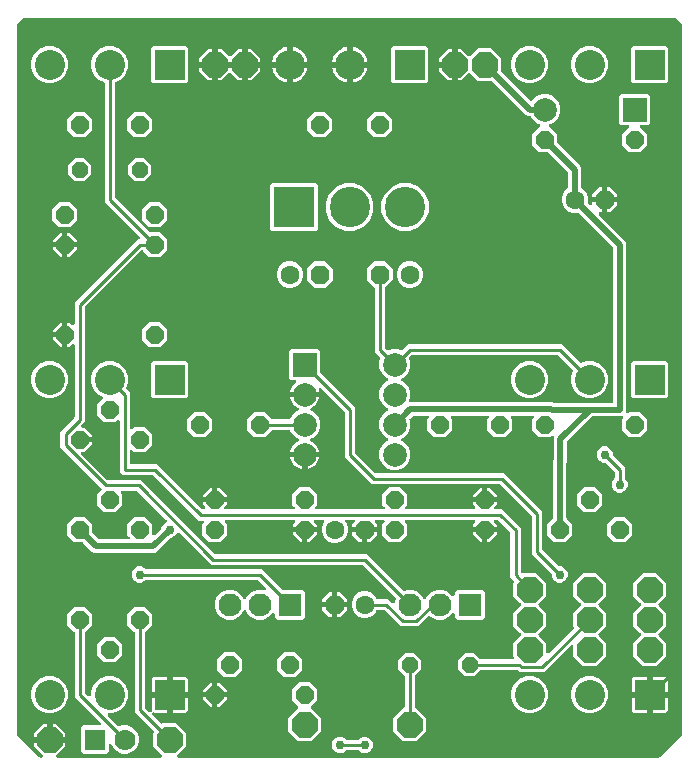
<source format=gbr>
G04 EAGLE Gerber RS-274X export*
G75*
%MOMM*%
%FSLAX34Y34*%
%LPD*%
%INBottom Copper*%
%IPPOS*%
%AMOC8*
5,1,8,0,0,1.08239X$1,22.5*%
G01*
%ADD10P,2.336880X8X22.500000*%
%ADD11R,2.540000X2.540000*%
%ADD12C,2.540000*%
%ADD13P,1.649562X8X22.500000*%
%ADD14P,1.649562X8X202.500000*%
%ADD15P,1.732040X8X22.500000*%
%ADD16C,1.600200*%
%ADD17P,1.429621X8X202.500000*%
%ADD18P,1.732040X8X202.500000*%
%ADD19C,2.000000*%
%ADD20R,2.000000X2.000000*%
%ADD21C,1.778000*%
%ADD22R,1.778000X1.778000*%
%ADD23C,1.930400*%
%ADD24R,1.930400X1.930400*%
%ADD25R,3.416000X3.416000*%
%ADD26C,3.416000*%
%ADD27C,0.254000*%
%ADD28C,0.756400*%
%ADD29C,0.508000*%

G36*
X31553Y10178D02*
X31553Y10178D01*
X31692Y10191D01*
X31711Y10198D01*
X31731Y10201D01*
X31860Y10252D01*
X31991Y10299D01*
X32008Y10310D01*
X32027Y10318D01*
X32139Y10399D01*
X32254Y10477D01*
X32268Y10493D01*
X32284Y10504D01*
X32373Y10612D01*
X32465Y10716D01*
X32474Y10734D01*
X32487Y10749D01*
X32546Y10875D01*
X32609Y10999D01*
X32614Y11019D01*
X32622Y11037D01*
X32648Y11173D01*
X32679Y11309D01*
X32678Y11330D01*
X32682Y11349D01*
X32674Y11488D01*
X32669Y11627D01*
X32664Y11647D01*
X32662Y11667D01*
X32620Y11799D01*
X32581Y11933D01*
X32571Y11950D01*
X32564Y11969D01*
X32490Y12087D01*
X32419Y12207D01*
X32401Y12228D01*
X32394Y12238D01*
X32379Y12252D01*
X32313Y12327D01*
X24764Y19876D01*
X24764Y22861D01*
X36830Y22861D01*
X36948Y22876D01*
X37067Y22883D01*
X37105Y22896D01*
X37145Y22901D01*
X37256Y22944D01*
X37369Y22981D01*
X37403Y23003D01*
X37441Y23018D01*
X37537Y23088D01*
X37638Y23151D01*
X37666Y23181D01*
X37698Y23204D01*
X37774Y23296D01*
X37856Y23383D01*
X37875Y23418D01*
X37901Y23449D01*
X37952Y23557D01*
X38009Y23661D01*
X38020Y23701D01*
X38037Y23737D01*
X38059Y23854D01*
X38089Y23969D01*
X38093Y24030D01*
X38097Y24050D01*
X38095Y24070D01*
X38099Y24130D01*
X38099Y25401D01*
X38101Y25401D01*
X38101Y24130D01*
X38116Y24012D01*
X38123Y23893D01*
X38136Y23855D01*
X38141Y23814D01*
X38185Y23704D01*
X38221Y23591D01*
X38243Y23556D01*
X38258Y23519D01*
X38328Y23423D01*
X38391Y23322D01*
X38421Y23294D01*
X38445Y23261D01*
X38536Y23186D01*
X38623Y23104D01*
X38658Y23084D01*
X38690Y23059D01*
X38797Y23008D01*
X38902Y22950D01*
X38941Y22940D01*
X38977Y22923D01*
X39094Y22901D01*
X39209Y22871D01*
X39270Y22867D01*
X39290Y22863D01*
X39310Y22865D01*
X39370Y22861D01*
X51436Y22861D01*
X51436Y19876D01*
X43887Y12327D01*
X43802Y12218D01*
X43713Y12111D01*
X43705Y12092D01*
X43692Y12076D01*
X43637Y11948D01*
X43578Y11823D01*
X43574Y11803D01*
X43566Y11784D01*
X43544Y11646D01*
X43518Y11510D01*
X43519Y11490D01*
X43516Y11470D01*
X43529Y11331D01*
X43538Y11193D01*
X43544Y11174D01*
X43546Y11154D01*
X43593Y11022D01*
X43636Y10891D01*
X43646Y10873D01*
X43653Y10854D01*
X43731Y10739D01*
X43806Y10622D01*
X43821Y10608D01*
X43832Y10591D01*
X43936Y10499D01*
X44037Y10404D01*
X44055Y10394D01*
X44070Y10381D01*
X44194Y10317D01*
X44316Y10250D01*
X44335Y10245D01*
X44354Y10236D01*
X44489Y10206D01*
X44624Y10171D01*
X44652Y10169D01*
X44664Y10166D01*
X44684Y10167D01*
X44785Y10161D01*
X132297Y10161D01*
X132435Y10178D01*
X132573Y10191D01*
X132593Y10198D01*
X132613Y10201D01*
X132742Y10252D01*
X132873Y10299D01*
X132890Y10310D01*
X132908Y10318D01*
X133020Y10399D01*
X133136Y10477D01*
X133149Y10493D01*
X133166Y10504D01*
X133254Y10612D01*
X133346Y10716D01*
X133356Y10734D01*
X133368Y10749D01*
X133428Y10875D01*
X133491Y10999D01*
X133495Y11019D01*
X133504Y11037D01*
X133530Y11173D01*
X133561Y11309D01*
X133560Y11330D01*
X133564Y11349D01*
X133555Y11488D01*
X133551Y11627D01*
X133545Y11647D01*
X133544Y11667D01*
X133501Y11799D01*
X133463Y11933D01*
X133452Y11950D01*
X133446Y11969D01*
X133371Y12087D01*
X133301Y12207D01*
X133282Y12228D01*
X133276Y12238D01*
X133261Y12252D01*
X133195Y12327D01*
X125856Y19666D01*
X125856Y31134D01*
X125960Y31238D01*
X126033Y31332D01*
X126111Y31421D01*
X126130Y31457D01*
X126155Y31489D01*
X126202Y31598D01*
X126256Y31704D01*
X126265Y31744D01*
X126281Y31781D01*
X126300Y31899D01*
X126326Y32015D01*
X126325Y32055D01*
X126331Y32095D01*
X126320Y32213D01*
X126316Y32332D01*
X126305Y32371D01*
X126301Y32411D01*
X126261Y32524D01*
X126228Y32638D01*
X126207Y32673D01*
X126193Y32711D01*
X126127Y32809D01*
X126066Y32912D01*
X126026Y32957D01*
X126015Y32974D01*
X126000Y32987D01*
X125960Y33033D01*
X109981Y49011D01*
X109981Y115705D01*
X109969Y115803D01*
X109966Y115902D01*
X109949Y115961D01*
X109941Y116021D01*
X109905Y116113D01*
X109877Y116208D01*
X109847Y116260D01*
X109824Y116316D01*
X109766Y116396D01*
X109716Y116482D01*
X109650Y116557D01*
X109638Y116574D01*
X109628Y116581D01*
X109610Y116603D01*
X103631Y122581D01*
X103631Y131419D01*
X109881Y137669D01*
X118719Y137669D01*
X124969Y131419D01*
X124969Y122581D01*
X118990Y116603D01*
X118930Y116524D01*
X118862Y116452D01*
X118833Y116399D01*
X118796Y116351D01*
X118756Y116260D01*
X118708Y116174D01*
X118693Y116115D01*
X118669Y116060D01*
X118654Y115962D01*
X118629Y115866D01*
X118623Y115766D01*
X118619Y115745D01*
X118621Y115733D01*
X118619Y115705D01*
X118619Y53115D01*
X118631Y53016D01*
X118634Y52917D01*
X118651Y52859D01*
X118659Y52799D01*
X118695Y52707D01*
X118723Y52612D01*
X118753Y52560D01*
X118776Y52503D01*
X118834Y52423D01*
X118884Y52338D01*
X118950Y52263D01*
X118962Y52246D01*
X118972Y52238D01*
X118990Y52217D01*
X122470Y48737D01*
X122586Y48648D01*
X122699Y48556D01*
X122711Y48551D01*
X122722Y48542D01*
X122855Y48484D01*
X122988Y48424D01*
X123001Y48421D01*
X123013Y48416D01*
X123158Y48393D01*
X123301Y48367D01*
X123314Y48368D01*
X123328Y48366D01*
X123473Y48380D01*
X123618Y48390D01*
X123631Y48395D01*
X123644Y48396D01*
X123781Y48445D01*
X123919Y48492D01*
X123931Y48499D01*
X123943Y48504D01*
X124064Y48585D01*
X124186Y48665D01*
X124195Y48675D01*
X124207Y48682D01*
X124303Y48792D01*
X124402Y48899D01*
X124408Y48910D01*
X124417Y48921D01*
X124484Y49051D01*
X124552Y49179D01*
X124556Y49192D01*
X124562Y49204D01*
X124594Y49346D01*
X124629Y49487D01*
X124628Y49501D01*
X124631Y49514D01*
X124627Y49660D01*
X124626Y49805D01*
X124622Y49823D01*
X124622Y49832D01*
X124617Y49848D01*
X124594Y49963D01*
X124459Y50466D01*
X124459Y60961D01*
X137161Y60961D01*
X137161Y48259D01*
X126666Y48259D01*
X126163Y48394D01*
X126019Y48414D01*
X125875Y48436D01*
X125862Y48435D01*
X125848Y48437D01*
X125704Y48420D01*
X125558Y48407D01*
X125546Y48402D01*
X125532Y48401D01*
X125396Y48348D01*
X125259Y48299D01*
X125248Y48292D01*
X125235Y48287D01*
X125116Y48202D01*
X124996Y48120D01*
X124987Y48110D01*
X124976Y48103D01*
X124882Y47991D01*
X124785Y47882D01*
X124779Y47870D01*
X124771Y47860D01*
X124707Y47729D01*
X124641Y47599D01*
X124638Y47586D01*
X124632Y47573D01*
X124603Y47430D01*
X124571Y47289D01*
X124572Y47275D01*
X124569Y47262D01*
X124576Y47116D01*
X124581Y46971D01*
X124585Y46958D01*
X124585Y46944D01*
X124629Y46805D01*
X124669Y46665D01*
X124676Y46654D01*
X124680Y46641D01*
X124757Y46517D01*
X124831Y46391D01*
X124843Y46377D01*
X124847Y46370D01*
X124860Y46359D01*
X124937Y46270D01*
X132067Y39140D01*
X132161Y39067D01*
X132251Y38988D01*
X132287Y38970D01*
X132319Y38945D01*
X132428Y38898D01*
X132534Y38844D01*
X132573Y38835D01*
X132610Y38819D01*
X132728Y38800D01*
X132844Y38774D01*
X132885Y38775D01*
X132925Y38769D01*
X133043Y38780D01*
X133162Y38784D01*
X133201Y38795D01*
X133241Y38799D01*
X133353Y38839D01*
X133468Y38872D01*
X133502Y38893D01*
X133540Y38907D01*
X133639Y38973D01*
X133742Y39034D01*
X133787Y39074D01*
X133804Y39085D01*
X133817Y39100D01*
X133862Y39140D01*
X133966Y39244D01*
X145434Y39244D01*
X153544Y31134D01*
X153544Y19666D01*
X146205Y12327D01*
X146120Y12218D01*
X146032Y12111D01*
X146023Y12092D01*
X146010Y12076D01*
X145955Y11948D01*
X145896Y11823D01*
X145892Y11803D01*
X145884Y11784D01*
X145862Y11646D01*
X145836Y11510D01*
X145837Y11490D01*
X145834Y11470D01*
X145847Y11331D01*
X145856Y11193D01*
X145862Y11174D01*
X145864Y11154D01*
X145911Y11022D01*
X145954Y10891D01*
X145965Y10873D01*
X145972Y10854D01*
X146050Y10739D01*
X146124Y10622D01*
X146139Y10608D01*
X146150Y10591D01*
X146255Y10499D01*
X146356Y10404D01*
X146373Y10394D01*
X146389Y10381D01*
X146513Y10317D01*
X146634Y10250D01*
X146654Y10245D01*
X146672Y10236D01*
X146808Y10206D01*
X146942Y10171D01*
X146970Y10169D01*
X146982Y10166D01*
X147003Y10167D01*
X147103Y10161D01*
X554066Y10161D01*
X554164Y10173D01*
X554263Y10176D01*
X554321Y10193D01*
X554381Y10201D01*
X554473Y10237D01*
X554568Y10265D01*
X554620Y10295D01*
X554677Y10318D01*
X554757Y10376D01*
X554842Y10426D01*
X554918Y10492D01*
X554934Y10504D01*
X554942Y10514D01*
X554963Y10532D01*
X573468Y29037D01*
X573528Y29115D01*
X573596Y29187D01*
X573625Y29240D01*
X573662Y29288D01*
X573702Y29379D01*
X573750Y29466D01*
X573765Y29524D01*
X573789Y29580D01*
X573804Y29678D01*
X573829Y29774D01*
X573835Y29874D01*
X573839Y29894D01*
X573837Y29906D01*
X573839Y29934D01*
X573839Y630266D01*
X573827Y630364D01*
X573824Y630463D01*
X573807Y630521D01*
X573799Y630581D01*
X573763Y630673D01*
X573735Y630768D01*
X573705Y630820D01*
X573682Y630877D01*
X573624Y630957D01*
X573574Y631042D01*
X573508Y631118D01*
X573496Y631134D01*
X573486Y631142D01*
X573468Y631163D01*
X568733Y635898D01*
X568655Y635958D01*
X568583Y636026D01*
X568530Y636055D01*
X568482Y636092D01*
X568391Y636132D01*
X568304Y636180D01*
X568246Y636195D01*
X568190Y636219D01*
X568092Y636234D01*
X567996Y636259D01*
X567896Y636265D01*
X567876Y636269D01*
X567864Y636267D01*
X567836Y636269D01*
X16164Y636269D01*
X16066Y636257D01*
X15967Y636254D01*
X15909Y636237D01*
X15849Y636229D01*
X15757Y636193D01*
X15662Y636165D01*
X15610Y636135D01*
X15553Y636112D01*
X15473Y636054D01*
X15388Y636004D01*
X15312Y635938D01*
X15296Y635926D01*
X15288Y635916D01*
X15267Y635898D01*
X10532Y631163D01*
X10472Y631085D01*
X10404Y631013D01*
X10375Y630960D01*
X10338Y630912D01*
X10298Y630821D01*
X10250Y630734D01*
X10235Y630676D01*
X10211Y630620D01*
X10196Y630522D01*
X10171Y630426D01*
X10165Y630326D01*
X10161Y630306D01*
X10163Y630294D01*
X10161Y630266D01*
X10161Y30134D01*
X10173Y30036D01*
X10176Y29937D01*
X10193Y29879D01*
X10201Y29819D01*
X10237Y29727D01*
X10265Y29632D01*
X10295Y29580D01*
X10318Y29523D01*
X10376Y29443D01*
X10426Y29358D01*
X10492Y29282D01*
X10504Y29266D01*
X10514Y29258D01*
X10532Y29237D01*
X29237Y10532D01*
X29315Y10472D01*
X29387Y10404D01*
X29440Y10375D01*
X29488Y10338D01*
X29579Y10298D01*
X29666Y10250D01*
X29724Y10235D01*
X29780Y10211D01*
X29878Y10196D01*
X29974Y10171D01*
X30074Y10165D01*
X30094Y10161D01*
X30106Y10163D01*
X30134Y10161D01*
X31415Y10161D01*
X31553Y10178D01*
G37*
%LPC*%
G36*
X465481Y192531D02*
X465481Y192531D01*
X459231Y198781D01*
X459231Y207619D01*
X463940Y212327D01*
X464000Y212406D01*
X464068Y212478D01*
X464097Y212531D01*
X464134Y212579D01*
X464174Y212670D01*
X464222Y212756D01*
X464237Y212815D01*
X464261Y212870D01*
X464276Y212968D01*
X464301Y213064D01*
X464306Y213148D01*
X464309Y213160D01*
X464308Y213169D01*
X464311Y213185D01*
X464309Y213197D01*
X464311Y213225D01*
X464311Y261833D01*
X464723Y262826D01*
X464725Y262835D01*
X464730Y262843D01*
X464767Y262988D01*
X464807Y263133D01*
X464807Y263142D01*
X464809Y263151D01*
X464819Y263312D01*
X464819Y281020D01*
X464931Y281290D01*
X464950Y281357D01*
X464977Y281422D01*
X464992Y281510D01*
X465015Y281597D01*
X465016Y281667D01*
X465027Y281736D01*
X465019Y281825D01*
X465020Y281915D01*
X465004Y281983D01*
X464997Y282052D01*
X464967Y282137D01*
X464946Y282224D01*
X464913Y282286D01*
X464890Y282351D01*
X464839Y282426D01*
X464797Y282505D01*
X464750Y282557D01*
X464711Y282615D01*
X464644Y282674D01*
X464584Y282741D01*
X464525Y282779D01*
X464473Y282825D01*
X464393Y282866D01*
X464318Y282915D01*
X464252Y282938D01*
X464190Y282970D01*
X464102Y282989D01*
X464017Y283019D01*
X463947Y283024D01*
X463879Y283039D01*
X463790Y283037D01*
X463700Y283044D01*
X463631Y283032D01*
X463561Y283030D01*
X463475Y283005D01*
X463387Y282989D01*
X463323Y282961D01*
X463256Y282941D01*
X463179Y282896D01*
X463097Y282859D01*
X463042Y282815D01*
X462982Y282780D01*
X462861Y282673D01*
X461619Y281431D01*
X452781Y281431D01*
X446531Y287681D01*
X446531Y296519D01*
X447565Y297553D01*
X447650Y297662D01*
X447739Y297769D01*
X447747Y297788D01*
X447760Y297804D01*
X447815Y297931D01*
X447874Y298057D01*
X447878Y298077D01*
X447886Y298096D01*
X447908Y298234D01*
X447934Y298370D01*
X447933Y298390D01*
X447936Y298410D01*
X447923Y298549D01*
X447914Y298687D01*
X447908Y298706D01*
X447906Y298726D01*
X447859Y298858D01*
X447816Y298989D01*
X447805Y299007D01*
X447798Y299026D01*
X447720Y299141D01*
X447646Y299258D01*
X447631Y299272D01*
X447620Y299289D01*
X447516Y299381D01*
X447414Y299476D01*
X447397Y299486D01*
X447381Y299499D01*
X447257Y299563D01*
X447136Y299630D01*
X447116Y299635D01*
X447098Y299644D01*
X446962Y299674D01*
X446828Y299709D01*
X446800Y299711D01*
X446788Y299714D01*
X446767Y299713D01*
X446667Y299719D01*
X429633Y299719D01*
X429495Y299702D01*
X429356Y299689D01*
X429337Y299682D01*
X429317Y299679D01*
X429188Y299628D01*
X429057Y299581D01*
X429040Y299570D01*
X429022Y299562D01*
X428909Y299481D01*
X428794Y299403D01*
X428781Y299387D01*
X428764Y299376D01*
X428675Y299268D01*
X428584Y299164D01*
X428574Y299146D01*
X428561Y299131D01*
X428502Y299005D01*
X428439Y298881D01*
X428435Y298861D01*
X428426Y298843D01*
X428400Y298706D01*
X428369Y298571D01*
X428370Y298550D01*
X428366Y298531D01*
X428375Y298392D01*
X428379Y298253D01*
X428385Y298233D01*
X428386Y298213D01*
X428429Y298081D01*
X428467Y297947D01*
X428478Y297930D01*
X428484Y297911D01*
X428558Y297793D01*
X428629Y297673D01*
X428647Y297652D01*
X428654Y297642D01*
X428669Y297628D01*
X428735Y297553D01*
X429769Y296519D01*
X429769Y287681D01*
X423519Y281431D01*
X414681Y281431D01*
X408431Y287681D01*
X408431Y296519D01*
X409465Y297553D01*
X409550Y297662D01*
X409639Y297769D01*
X409647Y297788D01*
X409660Y297804D01*
X409715Y297931D01*
X409774Y298057D01*
X409778Y298077D01*
X409786Y298096D01*
X409808Y298234D01*
X409834Y298370D01*
X409833Y298390D01*
X409836Y298410D01*
X409823Y298549D01*
X409814Y298687D01*
X409808Y298706D01*
X409806Y298726D01*
X409759Y298858D01*
X409716Y298989D01*
X409705Y299007D01*
X409698Y299026D01*
X409620Y299141D01*
X409546Y299258D01*
X409531Y299272D01*
X409520Y299289D01*
X409416Y299381D01*
X409314Y299476D01*
X409297Y299486D01*
X409281Y299499D01*
X409157Y299563D01*
X409036Y299630D01*
X409016Y299635D01*
X408998Y299644D01*
X408862Y299674D01*
X408728Y299709D01*
X408700Y299711D01*
X408688Y299714D01*
X408667Y299713D01*
X408567Y299719D01*
X378833Y299719D01*
X378695Y299702D01*
X378556Y299689D01*
X378537Y299682D01*
X378517Y299679D01*
X378388Y299628D01*
X378257Y299581D01*
X378240Y299570D01*
X378222Y299562D01*
X378109Y299481D01*
X377994Y299403D01*
X377981Y299387D01*
X377964Y299376D01*
X377875Y299268D01*
X377784Y299164D01*
X377774Y299146D01*
X377761Y299131D01*
X377702Y299005D01*
X377639Y298881D01*
X377635Y298861D01*
X377626Y298843D01*
X377600Y298706D01*
X377569Y298571D01*
X377570Y298550D01*
X377566Y298531D01*
X377575Y298392D01*
X377579Y298253D01*
X377585Y298233D01*
X377586Y298213D01*
X377629Y298081D01*
X377667Y297947D01*
X377678Y297930D01*
X377684Y297911D01*
X377758Y297793D01*
X377829Y297673D01*
X377847Y297652D01*
X377854Y297642D01*
X377869Y297628D01*
X377935Y297553D01*
X378969Y296519D01*
X378969Y287681D01*
X372719Y281431D01*
X363881Y281431D01*
X357631Y287681D01*
X357631Y296519D01*
X358665Y297553D01*
X358750Y297662D01*
X358839Y297769D01*
X358847Y297788D01*
X358860Y297804D01*
X358915Y297931D01*
X358974Y298057D01*
X358978Y298077D01*
X358986Y298096D01*
X359008Y298234D01*
X359034Y298370D01*
X359033Y298390D01*
X359036Y298410D01*
X359023Y298549D01*
X359014Y298687D01*
X359008Y298706D01*
X359006Y298726D01*
X358959Y298858D01*
X358916Y298989D01*
X358905Y299007D01*
X358898Y299026D01*
X358820Y299141D01*
X358746Y299258D01*
X358731Y299272D01*
X358720Y299289D01*
X358616Y299381D01*
X358514Y299476D01*
X358497Y299486D01*
X358481Y299499D01*
X358357Y299563D01*
X358236Y299630D01*
X358216Y299635D01*
X358198Y299644D01*
X358062Y299674D01*
X357928Y299709D01*
X357900Y299711D01*
X357888Y299714D01*
X357867Y299713D01*
X357767Y299719D01*
X346249Y299719D01*
X346150Y299707D01*
X346051Y299704D01*
X345993Y299687D01*
X345933Y299679D01*
X345841Y299643D01*
X345746Y299615D01*
X345694Y299585D01*
X345637Y299562D01*
X345557Y299504D01*
X345472Y299454D01*
X345397Y299388D01*
X345380Y299376D01*
X345372Y299366D01*
X345351Y299348D01*
X343102Y297098D01*
X343084Y297075D01*
X343061Y297056D01*
X342987Y296950D01*
X342907Y296847D01*
X342895Y296820D01*
X342878Y296796D01*
X342832Y296674D01*
X342780Y296555D01*
X342776Y296526D01*
X342765Y296498D01*
X342751Y296369D01*
X342731Y296241D01*
X342733Y296211D01*
X342730Y296182D01*
X342748Y296054D01*
X342760Y295924D01*
X342770Y295896D01*
X342774Y295867D01*
X342827Y295715D01*
X343249Y294696D01*
X343249Y289504D01*
X341262Y284709D01*
X337591Y281038D01*
X336468Y280573D01*
X336348Y280504D01*
X336225Y280439D01*
X336210Y280425D01*
X336192Y280415D01*
X336093Y280319D01*
X335989Y280225D01*
X335978Y280208D01*
X335964Y280194D01*
X335891Y280075D01*
X335815Y279959D01*
X335808Y279940D01*
X335798Y279923D01*
X335757Y279790D01*
X335711Y279658D01*
X335710Y279638D01*
X335704Y279619D01*
X335697Y279480D01*
X335686Y279341D01*
X335690Y279321D01*
X335689Y279301D01*
X335717Y279165D01*
X335741Y279028D01*
X335749Y279009D01*
X335753Y278990D01*
X335814Y278865D01*
X335871Y278738D01*
X335884Y278722D01*
X335893Y278704D01*
X335983Y278598D01*
X336070Y278490D01*
X336086Y278477D01*
X336099Y278462D01*
X336213Y278382D01*
X336324Y278298D01*
X336349Y278286D01*
X336359Y278279D01*
X336378Y278272D01*
X336468Y278227D01*
X337592Y277762D01*
X341262Y274091D01*
X343249Y269296D01*
X343249Y264104D01*
X341262Y259309D01*
X337591Y255638D01*
X332796Y253651D01*
X327604Y253651D01*
X322809Y255638D01*
X319138Y259309D01*
X317151Y264104D01*
X317151Y269296D01*
X319138Y274091D01*
X322808Y277762D01*
X323932Y278227D01*
X324053Y278296D01*
X324175Y278361D01*
X324190Y278375D01*
X324208Y278385D01*
X324307Y278481D01*
X324411Y278575D01*
X324422Y278592D01*
X324436Y278606D01*
X324509Y278724D01*
X324585Y278841D01*
X324592Y278860D01*
X324602Y278877D01*
X324643Y279010D01*
X324689Y279142D01*
X324690Y279162D01*
X324696Y279181D01*
X324703Y279320D01*
X324714Y279459D01*
X324710Y279479D01*
X324711Y279499D01*
X324683Y279635D01*
X324659Y279772D01*
X324651Y279791D01*
X324647Y279810D01*
X324586Y279935D01*
X324529Y280062D01*
X324516Y280078D01*
X324507Y280096D01*
X324417Y280202D01*
X324330Y280310D01*
X324314Y280323D01*
X324301Y280338D01*
X324187Y280418D01*
X324076Y280502D01*
X324051Y280514D01*
X324041Y280521D01*
X324022Y280528D01*
X323932Y280573D01*
X322809Y281038D01*
X319138Y284709D01*
X317151Y289504D01*
X317151Y294696D01*
X319138Y299491D01*
X322808Y303162D01*
X323932Y303627D01*
X324053Y303696D01*
X324175Y303761D01*
X324190Y303775D01*
X324208Y303785D01*
X324307Y303881D01*
X324411Y303975D01*
X324422Y303992D01*
X324436Y304006D01*
X324509Y304124D01*
X324585Y304241D01*
X324592Y304260D01*
X324602Y304277D01*
X324643Y304410D01*
X324689Y304542D01*
X324690Y304562D01*
X324696Y304581D01*
X324703Y304720D01*
X324714Y304859D01*
X324710Y304879D01*
X324711Y304899D01*
X324683Y305035D01*
X324659Y305172D01*
X324651Y305191D01*
X324647Y305210D01*
X324586Y305335D01*
X324529Y305462D01*
X324516Y305478D01*
X324507Y305496D01*
X324417Y305602D01*
X324330Y305710D01*
X324314Y305723D01*
X324301Y305738D01*
X324187Y305818D01*
X324076Y305902D01*
X324051Y305914D01*
X324041Y305921D01*
X324022Y305928D01*
X323932Y305973D01*
X322809Y306438D01*
X319138Y310109D01*
X317151Y314904D01*
X317151Y320096D01*
X319138Y324891D01*
X322808Y328562D01*
X323932Y329027D01*
X324053Y329096D01*
X324175Y329161D01*
X324190Y329175D01*
X324208Y329185D01*
X324307Y329281D01*
X324411Y329375D01*
X324422Y329392D01*
X324436Y329406D01*
X324509Y329524D01*
X324585Y329641D01*
X324592Y329660D01*
X324602Y329677D01*
X324643Y329810D01*
X324689Y329942D01*
X324690Y329962D01*
X324696Y329981D01*
X324703Y330120D01*
X324714Y330259D01*
X324710Y330279D01*
X324711Y330299D01*
X324683Y330435D01*
X324659Y330572D01*
X324651Y330591D01*
X324647Y330610D01*
X324586Y330735D01*
X324529Y330862D01*
X324516Y330878D01*
X324507Y330896D01*
X324417Y331002D01*
X324330Y331110D01*
X324314Y331123D01*
X324301Y331138D01*
X324187Y331218D01*
X324076Y331302D01*
X324051Y331314D01*
X324041Y331321D01*
X324022Y331328D01*
X323932Y331373D01*
X322809Y331838D01*
X319138Y335509D01*
X317151Y340304D01*
X317151Y345496D01*
X318100Y347785D01*
X318107Y347813D01*
X318121Y347840D01*
X318149Y347966D01*
X318183Y348092D01*
X318184Y348121D01*
X318190Y348150D01*
X318186Y348280D01*
X318189Y348410D01*
X318182Y348438D01*
X318181Y348468D01*
X318145Y348592D01*
X318114Y348719D01*
X318101Y348745D01*
X318092Y348773D01*
X318026Y348885D01*
X317966Y349000D01*
X317946Y349022D01*
X317931Y349047D01*
X317824Y349168D01*
X316083Y350910D01*
X313181Y353811D01*
X313181Y407266D01*
X313169Y407365D01*
X313166Y407464D01*
X313149Y407522D01*
X313141Y407582D01*
X313105Y407674D01*
X313077Y407769D01*
X313047Y407821D01*
X313024Y407878D01*
X312966Y407958D01*
X312916Y408043D01*
X312850Y408118D01*
X312838Y408135D01*
X312828Y408143D01*
X312810Y408164D01*
X306450Y414523D01*
X306450Y423677D01*
X312923Y430150D01*
X322077Y430150D01*
X328550Y423677D01*
X328550Y414523D01*
X322190Y408164D01*
X322130Y408086D01*
X322062Y408013D01*
X322033Y407960D01*
X321996Y407913D01*
X321956Y407822D01*
X321908Y407735D01*
X321893Y407676D01*
X321869Y407621D01*
X321854Y407523D01*
X321829Y407427D01*
X321823Y407327D01*
X321819Y407307D01*
X321821Y407294D01*
X321819Y407266D01*
X321819Y357915D01*
X321831Y357816D01*
X321834Y357717D01*
X321851Y357659D01*
X321859Y357599D01*
X321895Y357507D01*
X321923Y357412D01*
X321953Y357360D01*
X321976Y357303D01*
X322034Y357223D01*
X322084Y357138D01*
X322150Y357063D01*
X322162Y357046D01*
X322172Y357038D01*
X322190Y357017D01*
X323932Y355276D01*
X323955Y355257D01*
X323974Y355235D01*
X324080Y355160D01*
X324183Y355081D01*
X324210Y355069D01*
X324235Y355052D01*
X324356Y355006D01*
X324475Y354954D01*
X324504Y354950D01*
X324532Y354939D01*
X324661Y354925D01*
X324789Y354904D01*
X324819Y354907D01*
X324848Y354904D01*
X324976Y354922D01*
X325106Y354934D01*
X325134Y354944D01*
X325163Y354948D01*
X325315Y355000D01*
X327604Y355949D01*
X332796Y355949D01*
X335085Y355000D01*
X335113Y354993D01*
X335140Y354979D01*
X335266Y354951D01*
X335392Y354917D01*
X335421Y354916D01*
X335450Y354910D01*
X335580Y354914D01*
X335710Y354911D01*
X335738Y354918D01*
X335768Y354919D01*
X335892Y354955D01*
X336019Y354986D01*
X336045Y354999D01*
X336073Y355008D01*
X336185Y355074D01*
X336300Y355134D01*
X336322Y355154D01*
X336347Y355169D01*
X336468Y355276D01*
X338210Y357017D01*
X341111Y359919D01*
X471689Y359919D01*
X474591Y357017D01*
X486965Y344642D01*
X486989Y344624D01*
X487008Y344602D01*
X487114Y344527D01*
X487217Y344447D01*
X487244Y344435D01*
X487268Y344418D01*
X487389Y344372D01*
X487509Y344321D01*
X487538Y344316D01*
X487565Y344306D01*
X487694Y344291D01*
X487823Y344271D01*
X487852Y344274D01*
X487881Y344270D01*
X488010Y344289D01*
X488139Y344301D01*
X488167Y344311D01*
X488196Y344315D01*
X488349Y344367D01*
X492167Y345949D01*
X498433Y345949D01*
X504221Y343551D01*
X508651Y339121D01*
X511049Y333333D01*
X511049Y327067D01*
X508651Y321279D01*
X504221Y316849D01*
X498433Y314451D01*
X492167Y314451D01*
X486379Y316849D01*
X481949Y321279D01*
X479551Y327067D01*
X479551Y333333D01*
X481133Y337151D01*
X481141Y337180D01*
X481154Y337206D01*
X481158Y337224D01*
X481163Y337234D01*
X481179Y337315D01*
X481183Y337333D01*
X481217Y337458D01*
X481217Y337488D01*
X481224Y337516D01*
X481223Y337546D01*
X481223Y337547D01*
X481223Y337549D01*
X481220Y337646D01*
X481222Y337776D01*
X481215Y337805D01*
X481214Y337834D01*
X481178Y337959D01*
X481148Y338085D01*
X481134Y338111D01*
X481126Y338140D01*
X481060Y338251D01*
X480999Y338366D01*
X480979Y338388D01*
X480964Y338414D01*
X480858Y338535D01*
X468483Y350910D01*
X468405Y350970D01*
X468332Y351038D01*
X468279Y351067D01*
X468232Y351104D01*
X468141Y351144D01*
X468054Y351192D01*
X467995Y351207D01*
X467940Y351231D01*
X467842Y351246D01*
X467746Y351271D01*
X467646Y351277D01*
X467626Y351281D01*
X467613Y351279D01*
X467585Y351281D01*
X345215Y351281D01*
X345116Y351269D01*
X345017Y351266D01*
X344959Y351249D01*
X344899Y351241D01*
X344807Y351205D01*
X344712Y351177D01*
X344660Y351147D01*
X344603Y351124D01*
X344523Y351066D01*
X344438Y351016D01*
X344363Y350950D01*
X344346Y350938D01*
X344338Y350928D01*
X344317Y350910D01*
X342576Y349168D01*
X342557Y349145D01*
X342535Y349126D01*
X342460Y349020D01*
X342381Y348917D01*
X342369Y348890D01*
X342352Y348865D01*
X342306Y348744D01*
X342254Y348625D01*
X342250Y348596D01*
X342239Y348568D01*
X342225Y348439D01*
X342204Y348311D01*
X342207Y348281D01*
X342204Y348252D01*
X342222Y348124D01*
X342234Y347994D01*
X342244Y347966D01*
X342248Y347937D01*
X342300Y347785D01*
X343249Y345496D01*
X343249Y340304D01*
X341262Y335509D01*
X337591Y331838D01*
X336468Y331373D01*
X336348Y331304D01*
X336225Y331239D01*
X336210Y331225D01*
X336192Y331215D01*
X336093Y331119D01*
X335989Y331025D01*
X335978Y331008D01*
X335964Y330994D01*
X335891Y330875D01*
X335815Y330759D01*
X335808Y330740D01*
X335798Y330723D01*
X335757Y330590D01*
X335711Y330458D01*
X335710Y330438D01*
X335704Y330419D01*
X335697Y330280D01*
X335686Y330141D01*
X335690Y330121D01*
X335689Y330101D01*
X335717Y329965D01*
X335741Y329828D01*
X335749Y329809D01*
X335753Y329790D01*
X335814Y329665D01*
X335871Y329538D01*
X335884Y329522D01*
X335893Y329504D01*
X335983Y329398D01*
X336070Y329290D01*
X336086Y329277D01*
X336099Y329262D01*
X336213Y329182D01*
X336324Y329098D01*
X336349Y329086D01*
X336359Y329079D01*
X336378Y329072D01*
X336468Y329027D01*
X337592Y328562D01*
X341262Y324891D01*
X343249Y320096D01*
X343249Y314904D01*
X342316Y312652D01*
X342302Y312604D01*
X342281Y312559D01*
X342261Y312451D01*
X342232Y312345D01*
X342231Y312295D01*
X342222Y312246D01*
X342228Y312137D01*
X342227Y312027D01*
X342238Y311979D01*
X342241Y311929D01*
X342275Y311825D01*
X342301Y311718D01*
X342324Y311674D01*
X342339Y311627D01*
X342398Y311534D01*
X342449Y311437D01*
X342483Y311400D01*
X342509Y311358D01*
X342590Y311283D01*
X342663Y311201D01*
X342705Y311174D01*
X342741Y311140D01*
X342837Y311087D01*
X342929Y311027D01*
X342976Y311010D01*
X343020Y310986D01*
X343126Y310959D01*
X343230Y310923D01*
X343279Y310919D01*
X343328Y310907D01*
X343488Y310897D01*
X463783Y310897D01*
X464776Y310485D01*
X464785Y310483D01*
X464793Y310478D01*
X464938Y310441D01*
X465083Y310401D01*
X465092Y310401D01*
X465101Y310399D01*
X465261Y310389D01*
X513842Y310389D01*
X513960Y310404D01*
X514079Y310411D01*
X514117Y310424D01*
X514158Y310429D01*
X514268Y310472D01*
X514381Y310509D01*
X514416Y310531D01*
X514453Y310546D01*
X514549Y310615D01*
X514650Y310679D01*
X514678Y310709D01*
X514711Y310732D01*
X514787Y310824D01*
X514868Y310911D01*
X514888Y310946D01*
X514913Y310977D01*
X514964Y311085D01*
X515022Y311189D01*
X515032Y311229D01*
X515049Y311265D01*
X515071Y311382D01*
X515101Y311497D01*
X515105Y311557D01*
X515109Y311577D01*
X515107Y311598D01*
X515111Y311658D01*
X515111Y441659D01*
X515099Y441758D01*
X515096Y441857D01*
X515079Y441915D01*
X515071Y441975D01*
X515035Y442067D01*
X515007Y442162D01*
X514977Y442214D01*
X514954Y442271D01*
X514896Y442351D01*
X514846Y442436D01*
X514780Y442511D01*
X514768Y442528D01*
X514758Y442536D01*
X514740Y442557D01*
X486068Y471228D01*
X486045Y471246D01*
X486026Y471269D01*
X485920Y471344D01*
X485817Y471423D01*
X485790Y471435D01*
X485765Y471452D01*
X485644Y471498D01*
X485525Y471550D01*
X485496Y471554D01*
X485468Y471565D01*
X485339Y471579D01*
X485211Y471599D01*
X485181Y471597D01*
X485152Y471600D01*
X485024Y471582D01*
X484894Y471570D01*
X484866Y471560D01*
X484837Y471555D01*
X484822Y471550D01*
X480402Y471550D01*
X476341Y473232D01*
X473232Y476341D01*
X471550Y480402D01*
X471550Y484798D01*
X473232Y488859D01*
X476380Y492007D01*
X476391Y492014D01*
X476504Y492078D01*
X476525Y492099D01*
X476550Y492115D01*
X476639Y492209D01*
X476732Y492299D01*
X476748Y492325D01*
X476768Y492346D01*
X476831Y492460D01*
X476899Y492570D01*
X476907Y492599D01*
X476922Y492625D01*
X476954Y492750D01*
X476992Y492874D01*
X476994Y492904D01*
X477001Y492933D01*
X477011Y493093D01*
X477011Y505159D01*
X476999Y505258D01*
X476996Y505357D01*
X476979Y505415D01*
X476971Y505475D01*
X476935Y505567D01*
X476907Y505662D01*
X476884Y505702D01*
X476882Y505708D01*
X476875Y505719D01*
X476854Y505771D01*
X476796Y505851D01*
X476746Y505936D01*
X476716Y505970D01*
X476712Y505976D01*
X476703Y505985D01*
X476680Y506011D01*
X476668Y506028D01*
X476658Y506036D01*
X476640Y506057D01*
X460337Y522360D01*
X460259Y522420D01*
X460186Y522488D01*
X460133Y522517D01*
X460086Y522554D01*
X459995Y522594D01*
X459908Y522642D01*
X459849Y522657D01*
X459794Y522681D01*
X459696Y522696D01*
X459600Y522721D01*
X459500Y522727D01*
X459480Y522731D01*
X459467Y522729D01*
X459439Y522731D01*
X452781Y522731D01*
X446531Y528981D01*
X446531Y537819D01*
X453007Y544295D01*
X453015Y544299D01*
X453081Y544360D01*
X453154Y544412D01*
X453199Y544466D01*
X453250Y544513D01*
X453300Y544588D01*
X453357Y544657D01*
X453387Y544721D01*
X453425Y544779D01*
X453454Y544864D01*
X453492Y544945D01*
X453506Y545014D01*
X453528Y545080D01*
X453535Y545169D01*
X453552Y545257D01*
X453548Y545327D01*
X453553Y545397D01*
X453538Y545485D01*
X453532Y545575D01*
X453511Y545641D01*
X453499Y545710D01*
X453462Y545792D01*
X453434Y545877D01*
X453397Y545936D01*
X453368Y546000D01*
X453312Y546070D01*
X453264Y546146D01*
X453213Y546194D01*
X453170Y546248D01*
X453098Y546303D01*
X453033Y546364D01*
X452972Y546398D01*
X452916Y546440D01*
X452771Y546511D01*
X449809Y547738D01*
X446138Y551409D01*
X445716Y552428D01*
X445701Y552453D01*
X445692Y552481D01*
X445622Y552591D01*
X445558Y552704D01*
X445538Y552725D01*
X445522Y552750D01*
X445427Y552839D01*
X445337Y552932D01*
X445312Y552948D01*
X445290Y552968D01*
X445176Y553031D01*
X445066Y553099D01*
X445037Y553107D01*
X445012Y553122D01*
X444886Y553154D01*
X444762Y553192D01*
X444732Y553194D01*
X444704Y553201D01*
X444543Y553211D01*
X443388Y553211D01*
X441334Y554062D01*
X412712Y582685D01*
X412634Y582745D01*
X412561Y582813D01*
X412508Y582842D01*
X412461Y582879D01*
X412370Y582919D01*
X412283Y582967D01*
X412224Y582982D01*
X412169Y583006D01*
X412071Y583021D01*
X411975Y583046D01*
X411875Y583052D01*
X411855Y583056D01*
X411842Y583054D01*
X411814Y583056D01*
X400666Y583056D01*
X394238Y589484D01*
X394144Y589557D01*
X394055Y589636D01*
X394019Y589654D01*
X393987Y589679D01*
X393878Y589726D01*
X393772Y589780D01*
X393732Y589789D01*
X393695Y589805D01*
X393577Y589824D01*
X393461Y589850D01*
X393421Y589849D01*
X393381Y589855D01*
X393262Y589844D01*
X393144Y589840D01*
X393105Y589829D01*
X393064Y589825D01*
X392952Y589785D01*
X392838Y589752D01*
X392803Y589731D01*
X392765Y589717D01*
X392666Y589650D01*
X392564Y589590D01*
X392519Y589550D01*
X392502Y589539D01*
X392489Y589524D01*
X392443Y589484D01*
X386524Y583564D01*
X383539Y583564D01*
X383539Y595630D01*
X383524Y595748D01*
X383517Y595867D01*
X383504Y595905D01*
X383499Y595945D01*
X383456Y596056D01*
X383419Y596169D01*
X383397Y596203D01*
X383382Y596241D01*
X383312Y596337D01*
X383249Y596438D01*
X383219Y596466D01*
X383195Y596498D01*
X383104Y596574D01*
X383017Y596656D01*
X382982Y596675D01*
X382951Y596701D01*
X382843Y596752D01*
X382739Y596809D01*
X382699Y596820D01*
X382663Y596837D01*
X382546Y596859D01*
X382431Y596889D01*
X382370Y596893D01*
X382350Y596897D01*
X382330Y596895D01*
X382270Y596899D01*
X380999Y596899D01*
X380999Y596901D01*
X382270Y596901D01*
X382388Y596916D01*
X382507Y596923D01*
X382545Y596936D01*
X382585Y596941D01*
X382696Y596985D01*
X382809Y597021D01*
X382844Y597043D01*
X382881Y597058D01*
X382977Y597128D01*
X383078Y597191D01*
X383106Y597221D01*
X383139Y597245D01*
X383214Y597336D01*
X383296Y597423D01*
X383316Y597458D01*
X383341Y597490D01*
X383392Y597597D01*
X383450Y597702D01*
X383460Y597741D01*
X383477Y597777D01*
X383499Y597894D01*
X383529Y598009D01*
X383533Y598070D01*
X383537Y598090D01*
X383535Y598110D01*
X383539Y598170D01*
X383539Y610236D01*
X386524Y610236D01*
X392443Y604316D01*
X392537Y604243D01*
X392627Y604164D01*
X392663Y604146D01*
X392695Y604121D01*
X392804Y604074D01*
X392910Y604020D01*
X392949Y604011D01*
X392986Y603995D01*
X393104Y603976D01*
X393220Y603950D01*
X393260Y603951D01*
X393301Y603945D01*
X393419Y603956D01*
X393538Y603960D01*
X393577Y603971D01*
X393617Y603975D01*
X393729Y604015D01*
X393844Y604048D01*
X393878Y604069D01*
X393916Y604083D01*
X394015Y604150D01*
X394117Y604210D01*
X394163Y604250D01*
X394180Y604261D01*
X394193Y604276D01*
X394238Y604316D01*
X400666Y610744D01*
X412134Y610744D01*
X420244Y602634D01*
X420244Y591486D01*
X420256Y591387D01*
X420259Y591288D01*
X420276Y591230D01*
X420284Y591170D01*
X420320Y591078D01*
X420348Y590983D01*
X420370Y590944D01*
X420373Y590938D01*
X420381Y590925D01*
X420401Y590874D01*
X420459Y590794D01*
X420509Y590709D01*
X420539Y590675D01*
X420543Y590669D01*
X420552Y590661D01*
X420575Y590634D01*
X420587Y590617D01*
X420597Y590609D01*
X420615Y590588D01*
X444677Y566526D01*
X444772Y566453D01*
X444861Y566374D01*
X444897Y566356D01*
X444929Y566331D01*
X445038Y566284D01*
X445144Y566230D01*
X445183Y566221D01*
X445221Y566205D01*
X445338Y566186D01*
X445454Y566160D01*
X445495Y566161D01*
X445535Y566155D01*
X445653Y566166D01*
X445772Y566170D01*
X445811Y566181D01*
X445851Y566185D01*
X445964Y566225D01*
X446078Y566258D01*
X446112Y566279D01*
X446151Y566292D01*
X446249Y566359D01*
X446352Y566420D01*
X446397Y566460D01*
X446414Y566471D01*
X446427Y566486D01*
X446472Y566526D01*
X449809Y569862D01*
X454604Y571849D01*
X459796Y571849D01*
X464591Y569862D01*
X468262Y566191D01*
X470249Y561396D01*
X470249Y556204D01*
X468262Y551409D01*
X464591Y547738D01*
X461629Y546511D01*
X461568Y546476D01*
X461503Y546450D01*
X461431Y546398D01*
X461352Y546353D01*
X461302Y546305D01*
X461246Y546264D01*
X461189Y546194D01*
X461124Y546132D01*
X461088Y546072D01*
X461043Y546019D01*
X461005Y545937D01*
X460958Y545861D01*
X460937Y545794D01*
X460908Y545731D01*
X460891Y545643D01*
X460864Y545557D01*
X460861Y545487D01*
X460848Y545418D01*
X460853Y545329D01*
X460849Y545239D01*
X460863Y545171D01*
X460868Y545101D01*
X460895Y545016D01*
X460913Y544928D01*
X460944Y544865D01*
X460966Y544799D01*
X461014Y544723D01*
X461053Y544642D01*
X461098Y544589D01*
X461136Y544530D01*
X461201Y544468D01*
X461259Y544400D01*
X461317Y544360D01*
X461367Y544312D01*
X461386Y544301D01*
X467869Y537819D01*
X467869Y531161D01*
X467881Y531062D01*
X467884Y530963D01*
X467901Y530905D01*
X467909Y530845D01*
X467945Y530753D01*
X467973Y530658D01*
X468003Y530606D01*
X468026Y530549D01*
X468084Y530469D01*
X468134Y530384D01*
X468200Y530309D01*
X468212Y530292D01*
X468222Y530284D01*
X468240Y530263D01*
X487338Y511166D01*
X488189Y509112D01*
X488189Y493093D01*
X488192Y493064D01*
X488190Y493034D01*
X488212Y492907D01*
X488229Y492778D01*
X488239Y492750D01*
X488245Y492721D01*
X488298Y492603D01*
X488346Y492482D01*
X488363Y492458D01*
X488375Y492431D01*
X488456Y492330D01*
X488532Y492225D01*
X488555Y492206D01*
X488574Y492183D01*
X488678Y492105D01*
X488777Y492022D01*
X488804Y492009D01*
X488828Y491991D01*
X488842Y491984D01*
X491968Y488859D01*
X493650Y484798D01*
X493650Y480346D01*
X493647Y480334D01*
X493613Y480208D01*
X493612Y480179D01*
X493606Y480150D01*
X493610Y480020D01*
X493608Y479891D01*
X493614Y479862D01*
X493615Y479832D01*
X493651Y479708D01*
X493682Y479581D01*
X493696Y479555D01*
X493704Y479527D01*
X493770Y479415D01*
X493830Y479300D01*
X493850Y479278D01*
X493865Y479253D01*
X493972Y479132D01*
X495292Y477812D01*
X495401Y477727D01*
X495508Y477638D01*
X495527Y477630D01*
X495543Y477617D01*
X495671Y477562D01*
X495796Y477503D01*
X495816Y477499D01*
X495835Y477491D01*
X495973Y477469D01*
X496109Y477443D01*
X496129Y477444D01*
X496149Y477441D01*
X496288Y477454D01*
X496426Y477463D01*
X496445Y477469D01*
X496465Y477471D01*
X496597Y477518D01*
X496728Y477561D01*
X496746Y477572D01*
X496765Y477578D01*
X496880Y477656D01*
X496997Y477731D01*
X497011Y477746D01*
X497028Y477757D01*
X497120Y477861D01*
X497215Y477962D01*
X497225Y477980D01*
X497238Y477995D01*
X497302Y478119D01*
X497369Y478241D01*
X497374Y478261D01*
X497383Y478279D01*
X497413Y478414D01*
X497448Y478549D01*
X497450Y478577D01*
X497453Y478589D01*
X497452Y478609D01*
X497458Y478710D01*
X497458Y480569D01*
X505969Y480569D01*
X505969Y472058D01*
X504110Y472058D01*
X503972Y472041D01*
X503833Y472028D01*
X503814Y472021D01*
X503794Y472018D01*
X503665Y471967D01*
X503534Y471920D01*
X503517Y471909D01*
X503498Y471901D01*
X503386Y471820D01*
X503271Y471742D01*
X503257Y471726D01*
X503241Y471715D01*
X503152Y471607D01*
X503060Y471503D01*
X503051Y471485D01*
X503038Y471470D01*
X502979Y471344D01*
X502916Y471220D01*
X502911Y471200D01*
X502903Y471182D01*
X502877Y471046D01*
X502846Y470910D01*
X502847Y470889D01*
X502843Y470870D01*
X502852Y470731D01*
X502856Y470592D01*
X502861Y470572D01*
X502863Y470552D01*
X502905Y470420D01*
X502944Y470286D01*
X502954Y470269D01*
X502961Y470250D01*
X503035Y470132D01*
X503106Y470012D01*
X503124Y469991D01*
X503131Y469981D01*
X503146Y469967D01*
X503212Y469892D01*
X523687Y449416D01*
X525438Y447666D01*
X526289Y445612D01*
X526289Y303688D01*
X526177Y303418D01*
X526158Y303351D01*
X526131Y303287D01*
X526116Y303198D01*
X526093Y303111D01*
X526092Y303041D01*
X526081Y302972D01*
X526089Y302883D01*
X526088Y302793D01*
X526104Y302725D01*
X526111Y302656D01*
X526141Y302571D01*
X526162Y302484D01*
X526194Y302422D01*
X526218Y302357D01*
X526269Y302282D01*
X526311Y302203D01*
X526358Y302151D01*
X526397Y302093D01*
X526464Y302034D01*
X526524Y301967D01*
X526583Y301929D01*
X526635Y301883D01*
X526715Y301842D01*
X526790Y301793D01*
X526856Y301770D01*
X526918Y301738D01*
X527006Y301719D01*
X527091Y301689D01*
X527161Y301684D01*
X527229Y301669D01*
X527318Y301671D01*
X527408Y301664D01*
X527477Y301676D01*
X527547Y301678D01*
X527633Y301703D01*
X527721Y301719D01*
X527785Y301747D01*
X527852Y301767D01*
X527929Y301812D01*
X528011Y301849D01*
X528066Y301893D01*
X528126Y301928D01*
X528247Y302035D01*
X528981Y302769D01*
X537819Y302769D01*
X544069Y296519D01*
X544069Y287681D01*
X537819Y281431D01*
X528981Y281431D01*
X522731Y287681D01*
X522731Y296519D01*
X523465Y297253D01*
X523508Y297308D01*
X523558Y297357D01*
X523605Y297433D01*
X523660Y297504D01*
X523688Y297569D01*
X523724Y297628D01*
X523751Y297714D01*
X523787Y297796D01*
X523798Y297865D01*
X523818Y297932D01*
X523822Y298022D01*
X523836Y298110D01*
X523830Y298180D01*
X523833Y298250D01*
X523815Y298337D01*
X523807Y298427D01*
X523783Y298493D01*
X523769Y298561D01*
X523729Y298642D01*
X523699Y298726D01*
X523660Y298784D01*
X523629Y298847D01*
X523571Y298915D01*
X523520Y298989D01*
X523468Y299036D01*
X523423Y299089D01*
X523349Y299140D01*
X523282Y299200D01*
X523220Y299232D01*
X523163Y299272D01*
X523079Y299304D01*
X522999Y299345D01*
X522931Y299360D01*
X522865Y299385D01*
X522776Y299395D01*
X522688Y299414D01*
X522619Y299412D01*
X522549Y299420D01*
X522460Y299407D01*
X522371Y299405D01*
X522304Y299385D01*
X522234Y299375D01*
X522082Y299323D01*
X521812Y299211D01*
X498141Y299211D01*
X498042Y299199D01*
X497943Y299196D01*
X497885Y299179D01*
X497825Y299171D01*
X497733Y299135D01*
X497638Y299107D01*
X497586Y299077D01*
X497529Y299054D01*
X497449Y298996D01*
X497364Y298946D01*
X497289Y298880D01*
X497272Y298868D01*
X497264Y298858D01*
X497243Y298840D01*
X476368Y277965D01*
X476308Y277887D01*
X476240Y277814D01*
X476211Y277761D01*
X476174Y277714D01*
X476134Y277623D01*
X476086Y277536D01*
X476071Y277477D01*
X476047Y277422D01*
X476032Y277324D01*
X476007Y277228D01*
X476001Y277128D01*
X475997Y277108D01*
X475999Y277095D01*
X475997Y277067D01*
X475997Y260117D01*
X475585Y259124D01*
X475583Y259115D01*
X475578Y259107D01*
X475541Y258962D01*
X475501Y258817D01*
X475501Y258808D01*
X475499Y258799D01*
X475489Y258639D01*
X475489Y213225D01*
X475501Y213127D01*
X475504Y213028D01*
X475521Y212969D01*
X475529Y212909D01*
X475565Y212817D01*
X475593Y212722D01*
X475623Y212670D01*
X475646Y212614D01*
X475704Y212534D01*
X475754Y212448D01*
X475820Y212373D01*
X475832Y212356D01*
X475842Y212349D01*
X475860Y212327D01*
X480569Y207619D01*
X480569Y198781D01*
X474319Y192531D01*
X465481Y192531D01*
G37*
%LPD*%
%LPC*%
G36*
X389702Y79247D02*
X389702Y79247D01*
X384047Y84902D01*
X384047Y92898D01*
X389702Y98553D01*
X397698Y98553D01*
X402661Y93590D01*
X402739Y93530D01*
X402811Y93462D01*
X402864Y93433D01*
X402912Y93396D01*
X403003Y93356D01*
X403089Y93308D01*
X403148Y93293D01*
X403204Y93269D01*
X403302Y93254D01*
X403397Y93229D01*
X403497Y93223D01*
X403518Y93219D01*
X403530Y93221D01*
X403558Y93219D01*
X430239Y93219D01*
X430377Y93236D01*
X430515Y93249D01*
X430534Y93256D01*
X430555Y93259D01*
X430684Y93310D01*
X430815Y93357D01*
X430832Y93368D01*
X430850Y93376D01*
X430963Y93457D01*
X431078Y93535D01*
X431091Y93551D01*
X431108Y93562D01*
X431196Y93670D01*
X431288Y93774D01*
X431298Y93792D01*
X431310Y93807D01*
X431370Y93933D01*
X431433Y94057D01*
X431437Y94077D01*
X431446Y94095D01*
X431472Y94232D01*
X431503Y94367D01*
X431502Y94388D01*
X431506Y94407D01*
X431497Y94546D01*
X431493Y94685D01*
X431487Y94705D01*
X431486Y94725D01*
X431443Y94857D01*
X431405Y94991D01*
X431394Y95008D01*
X431388Y95027D01*
X431314Y95145D01*
X431243Y95265D01*
X431224Y95286D01*
X431218Y95296D01*
X431203Y95310D01*
X431137Y95385D01*
X430656Y95866D01*
X430656Y107334D01*
X436725Y113402D01*
X436798Y113497D01*
X436876Y113586D01*
X436895Y113622D01*
X436919Y113654D01*
X436967Y113763D01*
X437021Y113869D01*
X437030Y113908D01*
X437046Y113946D01*
X437065Y114063D01*
X437091Y114179D01*
X437089Y114220D01*
X437096Y114260D01*
X437085Y114378D01*
X437081Y114497D01*
X437070Y114536D01*
X437066Y114576D01*
X437026Y114689D01*
X436992Y114803D01*
X436972Y114837D01*
X436958Y114876D01*
X436891Y114974D01*
X436831Y115077D01*
X436791Y115122D01*
X436780Y115139D01*
X436764Y115152D01*
X436725Y115197D01*
X430656Y121266D01*
X430656Y132734D01*
X436725Y138803D01*
X436798Y138897D01*
X436876Y138986D01*
X436895Y139022D01*
X436919Y139054D01*
X436967Y139163D01*
X437021Y139269D01*
X437030Y139308D01*
X437046Y139346D01*
X437065Y139463D01*
X437091Y139579D01*
X437089Y139620D01*
X437096Y139660D01*
X437085Y139778D01*
X437081Y139897D01*
X437070Y139936D01*
X437066Y139976D01*
X437026Y140089D01*
X436992Y140203D01*
X436972Y140238D01*
X436958Y140276D01*
X436891Y140374D01*
X436831Y140477D01*
X436791Y140522D01*
X436780Y140539D01*
X436764Y140552D01*
X436725Y140598D01*
X430656Y146666D01*
X430656Y158134D01*
X430760Y158238D01*
X430833Y158332D01*
X430911Y158421D01*
X430930Y158457D01*
X430955Y158489D01*
X431002Y158598D01*
X431056Y158704D01*
X431065Y158744D01*
X431081Y158781D01*
X431100Y158899D01*
X431126Y159015D01*
X431125Y159055D01*
X431131Y159095D01*
X431120Y159213D01*
X431116Y159332D01*
X431105Y159371D01*
X431101Y159411D01*
X431061Y159523D01*
X431028Y159638D01*
X431007Y159673D01*
X430993Y159711D01*
X430927Y159809D01*
X430866Y159912D01*
X430826Y159957D01*
X430815Y159974D01*
X430800Y159987D01*
X430760Y160033D01*
X428243Y162549D01*
X428243Y200123D01*
X428231Y200222D01*
X428228Y200321D01*
X428211Y200379D01*
X428203Y200439D01*
X428167Y200531D01*
X428139Y200626D01*
X428109Y200678D01*
X428086Y200735D01*
X428028Y200815D01*
X427978Y200900D01*
X427912Y200975D01*
X427900Y200992D01*
X427890Y201000D01*
X427872Y201021D01*
X417683Y211210D01*
X417605Y211270D01*
X417532Y211338D01*
X417479Y211367D01*
X417432Y211404D01*
X417341Y211444D01*
X417254Y211492D01*
X417195Y211507D01*
X417140Y211531D01*
X417042Y211546D01*
X416946Y211571D01*
X416846Y211577D01*
X416826Y211581D01*
X416813Y211579D01*
X416785Y211581D01*
X415452Y211581D01*
X415315Y211564D01*
X415176Y211551D01*
X415157Y211544D01*
X415137Y211541D01*
X415008Y211490D01*
X414877Y211443D01*
X414860Y211432D01*
X414841Y211424D01*
X414729Y211343D01*
X414614Y211265D01*
X414600Y211249D01*
X414584Y211238D01*
X414495Y211130D01*
X414403Y211026D01*
X414394Y211008D01*
X414381Y210993D01*
X414322Y210867D01*
X414259Y210743D01*
X414254Y210723D01*
X414245Y210705D01*
X414219Y210569D01*
X414189Y210433D01*
X414190Y210412D01*
X414186Y210393D01*
X414194Y210254D01*
X414199Y210115D01*
X414204Y210095D01*
X414205Y210075D01*
X414248Y209943D01*
X414287Y209809D01*
X414297Y209792D01*
X414303Y209773D01*
X414378Y209655D01*
X414449Y209535D01*
X414467Y209514D01*
X414474Y209504D01*
X414489Y209490D01*
X414555Y209415D01*
X416561Y207409D01*
X416561Y205231D01*
X407162Y205231D01*
X407044Y205216D01*
X406925Y205209D01*
X406887Y205196D01*
X406847Y205191D01*
X406736Y205148D01*
X406623Y205111D01*
X406589Y205089D01*
X406551Y205074D01*
X406455Y205005D01*
X406403Y204971D01*
X406385Y204988D01*
X406350Y205008D01*
X406318Y205033D01*
X406211Y205084D01*
X406106Y205142D01*
X406067Y205152D01*
X406031Y205169D01*
X405914Y205191D01*
X405798Y205221D01*
X405738Y205225D01*
X405718Y205229D01*
X405698Y205227D01*
X405638Y205231D01*
X396239Y205231D01*
X396239Y207409D01*
X398245Y209415D01*
X398330Y209524D01*
X398419Y209631D01*
X398428Y209650D01*
X398440Y209666D01*
X398495Y209794D01*
X398555Y209919D01*
X398558Y209939D01*
X398566Y209958D01*
X398588Y210096D01*
X398614Y210232D01*
X398613Y210252D01*
X398616Y210272D01*
X398603Y210411D01*
X398595Y210549D01*
X398588Y210568D01*
X398586Y210588D01*
X398539Y210720D01*
X398497Y210851D01*
X398486Y210869D01*
X398479Y210888D01*
X398401Y211003D01*
X398326Y211120D01*
X398312Y211134D01*
X398300Y211151D01*
X398196Y211243D01*
X398095Y211338D01*
X398077Y211348D01*
X398062Y211361D01*
X397938Y211425D01*
X397816Y211492D01*
X397797Y211497D01*
X397779Y211506D01*
X397643Y211536D01*
X397508Y211571D01*
X397480Y211573D01*
X397468Y211576D01*
X397448Y211575D01*
X397348Y211581D01*
X339971Y211581D01*
X339833Y211564D01*
X339694Y211551D01*
X339675Y211544D01*
X339655Y211541D01*
X339526Y211490D01*
X339395Y211443D01*
X339378Y211432D01*
X339360Y211424D01*
X339247Y211343D01*
X339132Y211265D01*
X339119Y211249D01*
X339102Y211238D01*
X339013Y211130D01*
X338922Y211026D01*
X338912Y211008D01*
X338899Y210993D01*
X338840Y210867D01*
X338777Y210743D01*
X338773Y210723D01*
X338764Y210705D01*
X338738Y210569D01*
X338707Y210433D01*
X338708Y210412D01*
X338704Y210393D01*
X338713Y210254D01*
X338717Y210115D01*
X338723Y210095D01*
X338724Y210075D01*
X338767Y209943D01*
X338805Y209809D01*
X338816Y209792D01*
X338822Y209773D01*
X338896Y209655D01*
X338967Y209535D01*
X338985Y209514D01*
X338992Y209504D01*
X339007Y209490D01*
X339073Y209415D01*
X340869Y207619D01*
X340869Y198781D01*
X334619Y192531D01*
X325781Y192531D01*
X319531Y198781D01*
X319531Y207619D01*
X321327Y209415D01*
X321412Y209524D01*
X321501Y209631D01*
X321509Y209650D01*
X321522Y209666D01*
X321577Y209794D01*
X321636Y209919D01*
X321640Y209939D01*
X321648Y209958D01*
X321670Y210096D01*
X321696Y210232D01*
X321695Y210252D01*
X321698Y210272D01*
X321685Y210411D01*
X321676Y210549D01*
X321670Y210568D01*
X321668Y210588D01*
X321621Y210720D01*
X321578Y210851D01*
X321567Y210869D01*
X321560Y210888D01*
X321482Y211003D01*
X321408Y211120D01*
X321393Y211134D01*
X321382Y211151D01*
X321278Y211243D01*
X321176Y211338D01*
X321159Y211348D01*
X321143Y211361D01*
X321019Y211425D01*
X320898Y211492D01*
X320878Y211497D01*
X320860Y211506D01*
X320724Y211536D01*
X320590Y211571D01*
X320562Y211573D01*
X320550Y211576D01*
X320529Y211575D01*
X320429Y211581D01*
X314391Y211581D01*
X314254Y211564D01*
X314115Y211551D01*
X314096Y211544D01*
X314076Y211541D01*
X313947Y211490D01*
X313816Y211443D01*
X313799Y211432D01*
X313780Y211424D01*
X313668Y211343D01*
X313552Y211265D01*
X313539Y211249D01*
X313523Y211238D01*
X313434Y211130D01*
X313342Y211026D01*
X313333Y211008D01*
X313320Y210993D01*
X313261Y210867D01*
X313197Y210743D01*
X313193Y210723D01*
X313184Y210705D01*
X313158Y210569D01*
X313128Y210433D01*
X313128Y210412D01*
X313125Y210393D01*
X313133Y210254D01*
X313137Y210115D01*
X313143Y210095D01*
X313144Y210075D01*
X313187Y209943D01*
X313226Y209809D01*
X313236Y209792D01*
X313242Y209773D01*
X313317Y209655D01*
X313387Y209535D01*
X313406Y209514D01*
X313412Y209504D01*
X313427Y209490D01*
X313494Y209415D01*
X315342Y207567D01*
X315342Y205231D01*
X305562Y205231D01*
X305444Y205216D01*
X305325Y205209D01*
X305287Y205196D01*
X305247Y205191D01*
X305136Y205148D01*
X305023Y205111D01*
X304989Y205089D01*
X304951Y205074D01*
X304855Y205005D01*
X304803Y204971D01*
X304785Y204988D01*
X304750Y205008D01*
X304718Y205033D01*
X304611Y205084D01*
X304506Y205142D01*
X304467Y205152D01*
X304431Y205169D01*
X304314Y205191D01*
X304198Y205221D01*
X304138Y205225D01*
X304118Y205229D01*
X304098Y205227D01*
X304038Y205231D01*
X294258Y205231D01*
X294258Y207567D01*
X296106Y209415D01*
X296192Y209524D01*
X296280Y209631D01*
X296289Y209650D01*
X296301Y209666D01*
X296357Y209794D01*
X296416Y209919D01*
X296419Y209939D01*
X296428Y209958D01*
X296449Y210096D01*
X296475Y210232D01*
X296474Y210252D01*
X296477Y210272D01*
X296464Y210411D01*
X296456Y210549D01*
X296450Y210568D01*
X296448Y210588D01*
X296400Y210720D01*
X296358Y210851D01*
X296347Y210869D01*
X296340Y210888D01*
X296262Y211003D01*
X296188Y211120D01*
X296173Y211134D01*
X296161Y211151D01*
X296057Y211243D01*
X295956Y211338D01*
X295938Y211348D01*
X295923Y211361D01*
X295799Y211425D01*
X295677Y211492D01*
X295658Y211497D01*
X295640Y211506D01*
X295504Y211536D01*
X295369Y211571D01*
X295341Y211573D01*
X295329Y211576D01*
X295309Y211575D01*
X295209Y211581D01*
X289710Y211581D01*
X289572Y211564D01*
X289433Y211551D01*
X289414Y211544D01*
X289394Y211541D01*
X289265Y211490D01*
X289134Y211443D01*
X289117Y211432D01*
X289098Y211424D01*
X288986Y211343D01*
X288871Y211265D01*
X288857Y211249D01*
X288841Y211238D01*
X288752Y211130D01*
X288660Y211026D01*
X288651Y211008D01*
X288638Y210993D01*
X288579Y210867D01*
X288516Y210743D01*
X288511Y210723D01*
X288503Y210705D01*
X288477Y210569D01*
X288446Y210433D01*
X288447Y210412D01*
X288443Y210393D01*
X288452Y210254D01*
X288456Y210115D01*
X288461Y210095D01*
X288463Y210075D01*
X288506Y209943D01*
X288544Y209809D01*
X288555Y209792D01*
X288561Y209773D01*
X288635Y209655D01*
X288706Y209535D01*
X288724Y209514D01*
X288731Y209504D01*
X288746Y209490D01*
X288763Y209471D01*
X290450Y205398D01*
X290450Y201002D01*
X288768Y196941D01*
X285659Y193832D01*
X281598Y192150D01*
X277202Y192150D01*
X273141Y193832D01*
X270032Y196941D01*
X268350Y201002D01*
X268350Y205398D01*
X270044Y209487D01*
X270073Y209524D01*
X270162Y209631D01*
X270170Y209650D01*
X270183Y209666D01*
X270238Y209794D01*
X270297Y209919D01*
X270301Y209939D01*
X270309Y209958D01*
X270331Y210095D01*
X270357Y210232D01*
X270356Y210252D01*
X270359Y210272D01*
X270346Y210410D01*
X270337Y210549D01*
X270331Y210568D01*
X270329Y210588D01*
X270282Y210720D01*
X270239Y210851D01*
X270228Y210868D01*
X270222Y210888D01*
X270143Y211003D01*
X270069Y211120D01*
X270054Y211134D01*
X270043Y211151D01*
X269939Y211243D01*
X269837Y211338D01*
X269820Y211348D01*
X269805Y211361D01*
X269681Y211424D01*
X269559Y211492D01*
X269540Y211497D01*
X269521Y211506D01*
X269385Y211536D01*
X269251Y211571D01*
X269223Y211573D01*
X269211Y211576D01*
X269191Y211575D01*
X269090Y211581D01*
X263052Y211581D01*
X262915Y211564D01*
X262776Y211551D01*
X262757Y211544D01*
X262737Y211541D01*
X262608Y211490D01*
X262477Y211443D01*
X262460Y211432D01*
X262441Y211424D01*
X262329Y211343D01*
X262214Y211265D01*
X262200Y211249D01*
X262184Y211238D01*
X262095Y211130D01*
X262003Y211026D01*
X261994Y211008D01*
X261981Y210993D01*
X261922Y210867D01*
X261859Y210743D01*
X261854Y210723D01*
X261845Y210705D01*
X261819Y210569D01*
X261789Y210433D01*
X261790Y210412D01*
X261786Y210393D01*
X261794Y210254D01*
X261799Y210115D01*
X261804Y210095D01*
X261805Y210075D01*
X261848Y209943D01*
X261887Y209809D01*
X261897Y209792D01*
X261903Y209773D01*
X261978Y209655D01*
X262049Y209535D01*
X262067Y209514D01*
X262074Y209504D01*
X262089Y209490D01*
X262155Y209415D01*
X264161Y207409D01*
X264161Y205231D01*
X254762Y205231D01*
X254644Y205216D01*
X254525Y205209D01*
X254487Y205196D01*
X254447Y205191D01*
X254336Y205148D01*
X254223Y205111D01*
X254189Y205089D01*
X254151Y205074D01*
X254055Y205005D01*
X254003Y204971D01*
X253985Y204988D01*
X253950Y205008D01*
X253918Y205033D01*
X253811Y205084D01*
X253706Y205142D01*
X253667Y205152D01*
X253631Y205169D01*
X253514Y205191D01*
X253398Y205221D01*
X253338Y205225D01*
X253318Y205229D01*
X253298Y205227D01*
X253238Y205231D01*
X243839Y205231D01*
X243839Y207409D01*
X245845Y209415D01*
X245930Y209524D01*
X246019Y209631D01*
X246028Y209650D01*
X246040Y209666D01*
X246095Y209794D01*
X246155Y209919D01*
X246158Y209939D01*
X246166Y209958D01*
X246188Y210096D01*
X246214Y210232D01*
X246213Y210252D01*
X246216Y210272D01*
X246203Y210411D01*
X246195Y210549D01*
X246188Y210568D01*
X246186Y210588D01*
X246139Y210720D01*
X246097Y210851D01*
X246086Y210869D01*
X246079Y210888D01*
X246001Y211003D01*
X245926Y211120D01*
X245912Y211134D01*
X245900Y211151D01*
X245796Y211243D01*
X245695Y211338D01*
X245677Y211348D01*
X245662Y211361D01*
X245538Y211425D01*
X245416Y211492D01*
X245397Y211497D01*
X245379Y211506D01*
X245243Y211536D01*
X245108Y211571D01*
X245080Y211573D01*
X245068Y211576D01*
X245048Y211575D01*
X244948Y211581D01*
X187571Y211581D01*
X187433Y211564D01*
X187294Y211551D01*
X187275Y211544D01*
X187255Y211541D01*
X187126Y211490D01*
X186995Y211443D01*
X186978Y211432D01*
X186960Y211424D01*
X186847Y211343D01*
X186732Y211265D01*
X186719Y211249D01*
X186702Y211238D01*
X186613Y211130D01*
X186522Y211026D01*
X186512Y211008D01*
X186499Y210993D01*
X186440Y210867D01*
X186377Y210743D01*
X186373Y210723D01*
X186364Y210705D01*
X186338Y210569D01*
X186307Y210433D01*
X186308Y210412D01*
X186304Y210393D01*
X186313Y210254D01*
X186317Y210115D01*
X186323Y210095D01*
X186324Y210075D01*
X186367Y209943D01*
X186405Y209809D01*
X186416Y209792D01*
X186422Y209773D01*
X186496Y209655D01*
X186567Y209535D01*
X186585Y209514D01*
X186592Y209504D01*
X186607Y209490D01*
X186673Y209415D01*
X188469Y207619D01*
X188469Y198781D01*
X182219Y192531D01*
X173381Y192531D01*
X167131Y198781D01*
X167131Y207619D01*
X168165Y208653D01*
X168250Y208762D01*
X168339Y208869D01*
X168347Y208888D01*
X168360Y208904D01*
X168415Y209031D01*
X168474Y209157D01*
X168478Y209177D01*
X168486Y209196D01*
X168508Y209334D01*
X168534Y209470D01*
X168533Y209490D01*
X168536Y209510D01*
X168523Y209649D01*
X168514Y209787D01*
X168508Y209806D01*
X168506Y209826D01*
X168459Y209958D01*
X168416Y210089D01*
X168405Y210107D01*
X168398Y210126D01*
X168320Y210241D01*
X168246Y210358D01*
X168231Y210372D01*
X168220Y210389D01*
X168116Y210481D01*
X168014Y210576D01*
X167997Y210586D01*
X167981Y210599D01*
X167857Y210663D01*
X167736Y210730D01*
X167716Y210735D01*
X167698Y210744D01*
X167562Y210774D01*
X167428Y210809D01*
X167400Y210811D01*
X167388Y210814D01*
X167367Y210813D01*
X167267Y210819D01*
X164073Y210819D01*
X125583Y249310D01*
X125505Y249370D01*
X125432Y249438D01*
X125379Y249467D01*
X125332Y249504D01*
X125241Y249544D01*
X125154Y249592D01*
X125095Y249607D01*
X125040Y249631D01*
X124942Y249646D01*
X124846Y249671D01*
X124746Y249677D01*
X124726Y249681D01*
X124713Y249679D01*
X124685Y249681D01*
X99811Y249681D01*
X97281Y252211D01*
X97281Y295029D01*
X97264Y295167D01*
X97251Y295306D01*
X97244Y295325D01*
X97241Y295345D01*
X97190Y295474D01*
X97143Y295605D01*
X97132Y295622D01*
X97124Y295640D01*
X97043Y295753D01*
X96965Y295868D01*
X96949Y295881D01*
X96938Y295898D01*
X96830Y295987D01*
X96726Y296078D01*
X96708Y296088D01*
X96693Y296101D01*
X96567Y296160D01*
X96443Y296223D01*
X96423Y296227D01*
X96405Y296236D01*
X96269Y296262D01*
X96133Y296293D01*
X96112Y296292D01*
X96093Y296296D01*
X95954Y296287D01*
X95815Y296283D01*
X95795Y296277D01*
X95775Y296276D01*
X95643Y296233D01*
X95509Y296195D01*
X95492Y296184D01*
X95473Y296178D01*
X95355Y296104D01*
X95235Y296033D01*
X95214Y296015D01*
X95204Y296008D01*
X95190Y295993D01*
X95115Y295927D01*
X93319Y294131D01*
X84481Y294131D01*
X78231Y300381D01*
X78231Y309219D01*
X82795Y313783D01*
X82826Y313822D01*
X82862Y313856D01*
X82923Y313947D01*
X82990Y314034D01*
X83010Y314080D01*
X83037Y314121D01*
X83073Y314225D01*
X83116Y314326D01*
X83124Y314375D01*
X83140Y314422D01*
X83149Y314532D01*
X83166Y314640D01*
X83162Y314690D01*
X83165Y314739D01*
X83147Y314847D01*
X83136Y314957D01*
X83120Y315004D01*
X83111Y315052D01*
X83066Y315153D01*
X83029Y315256D01*
X83001Y315297D01*
X82980Y315342D01*
X82912Y315428D01*
X82850Y315519D01*
X82813Y315552D01*
X82782Y315591D01*
X82694Y315657D01*
X82612Y315730D01*
X82567Y315752D01*
X82528Y315782D01*
X82383Y315853D01*
X79979Y316849D01*
X75549Y321279D01*
X73151Y327067D01*
X73151Y333333D01*
X75549Y339121D01*
X79979Y343551D01*
X85767Y345949D01*
X92033Y345949D01*
X97821Y343551D01*
X102251Y339121D01*
X104649Y333333D01*
X104649Y327067D01*
X103067Y323249D01*
X103059Y323220D01*
X103046Y323194D01*
X103017Y323067D01*
X102983Y322942D01*
X102983Y322912D01*
X102976Y322884D01*
X102980Y322754D01*
X102978Y322624D01*
X102985Y322595D01*
X102986Y322566D01*
X103022Y322441D01*
X103052Y322315D01*
X103066Y322289D01*
X103074Y322260D01*
X103140Y322148D01*
X103201Y322034D01*
X103221Y322012D01*
X103236Y321986D01*
X103342Y321866D01*
X105919Y319289D01*
X105919Y289171D01*
X105936Y289033D01*
X105949Y288894D01*
X105956Y288875D01*
X105959Y288855D01*
X106010Y288726D01*
X106057Y288595D01*
X106068Y288578D01*
X106076Y288560D01*
X106157Y288447D01*
X106235Y288332D01*
X106251Y288319D01*
X106262Y288302D01*
X106370Y288213D01*
X106474Y288122D01*
X106492Y288112D01*
X106507Y288099D01*
X106633Y288040D01*
X106757Y287977D01*
X106777Y287973D01*
X106795Y287964D01*
X106931Y287938D01*
X107067Y287907D01*
X107088Y287908D01*
X107107Y287904D01*
X107246Y287913D01*
X107385Y287917D01*
X107405Y287923D01*
X107425Y287924D01*
X107557Y287967D01*
X107691Y288005D01*
X107708Y288016D01*
X107727Y288022D01*
X107845Y288096D01*
X107965Y288167D01*
X107986Y288185D01*
X107996Y288192D01*
X108010Y288207D01*
X108085Y288273D01*
X109881Y290069D01*
X118719Y290069D01*
X124969Y283819D01*
X124969Y274981D01*
X118719Y268731D01*
X109881Y268731D01*
X108085Y270527D01*
X107976Y270612D01*
X107869Y270701D01*
X107850Y270709D01*
X107834Y270722D01*
X107706Y270777D01*
X107581Y270836D01*
X107561Y270840D01*
X107542Y270848D01*
X107404Y270870D01*
X107268Y270896D01*
X107248Y270895D01*
X107228Y270898D01*
X107089Y270885D01*
X106951Y270876D01*
X106932Y270870D01*
X106912Y270868D01*
X106780Y270821D01*
X106649Y270778D01*
X106631Y270767D01*
X106612Y270760D01*
X106497Y270682D01*
X106380Y270608D01*
X106366Y270593D01*
X106349Y270582D01*
X106257Y270478D01*
X106162Y270376D01*
X106152Y270359D01*
X106139Y270343D01*
X106075Y270219D01*
X106008Y270098D01*
X106003Y270078D01*
X105994Y270060D01*
X105964Y269924D01*
X105929Y269790D01*
X105927Y269762D01*
X105924Y269750D01*
X105925Y269729D01*
X105919Y269629D01*
X105919Y259588D01*
X105934Y259470D01*
X105941Y259351D01*
X105954Y259313D01*
X105959Y259272D01*
X106002Y259162D01*
X106039Y259049D01*
X106061Y259014D01*
X106076Y258977D01*
X106145Y258881D01*
X106209Y258780D01*
X106239Y258752D01*
X106262Y258719D01*
X106354Y258643D01*
X106441Y258562D01*
X106476Y258542D01*
X106507Y258517D01*
X106615Y258466D01*
X106719Y258408D01*
X106759Y258398D01*
X106795Y258381D01*
X106912Y258359D01*
X107027Y258329D01*
X107087Y258325D01*
X107107Y258321D01*
X107128Y258323D01*
X107188Y258319D01*
X128789Y258319D01*
X166517Y220590D01*
X166595Y220530D01*
X166668Y220462D01*
X166721Y220433D01*
X166768Y220396D01*
X166859Y220356D01*
X166946Y220308D01*
X167005Y220293D01*
X167060Y220269D01*
X167158Y220254D01*
X167254Y220229D01*
X167354Y220223D01*
X167374Y220219D01*
X167387Y220221D01*
X167415Y220219D01*
X168748Y220219D01*
X168885Y220236D01*
X169024Y220249D01*
X169043Y220256D01*
X169063Y220259D01*
X169192Y220310D01*
X169323Y220357D01*
X169340Y220368D01*
X169359Y220376D01*
X169471Y220457D01*
X169586Y220535D01*
X169600Y220551D01*
X169616Y220562D01*
X169705Y220670D01*
X169797Y220774D01*
X169806Y220792D01*
X169819Y220807D01*
X169878Y220933D01*
X169941Y221057D01*
X169946Y221077D01*
X169955Y221095D01*
X169981Y221231D01*
X170011Y221367D01*
X170010Y221388D01*
X170014Y221407D01*
X170006Y221546D01*
X170001Y221685D01*
X169996Y221705D01*
X169995Y221725D01*
X169952Y221857D01*
X169913Y221991D01*
X169903Y222008D01*
X169897Y222027D01*
X169822Y222145D01*
X169751Y222265D01*
X169733Y222286D01*
X169726Y222296D01*
X169711Y222310D01*
X169645Y222385D01*
X167639Y224391D01*
X167639Y226569D01*
X177038Y226569D01*
X177156Y226584D01*
X177275Y226591D01*
X177313Y226603D01*
X177353Y226609D01*
X177464Y226652D01*
X177577Y226689D01*
X177611Y226711D01*
X177649Y226726D01*
X177745Y226795D01*
X177797Y226828D01*
X177815Y226812D01*
X177850Y226792D01*
X177882Y226767D01*
X177989Y226716D01*
X178094Y226658D01*
X178133Y226648D01*
X178169Y226631D01*
X178286Y226609D01*
X178402Y226579D01*
X178462Y226575D01*
X178482Y226571D01*
X178502Y226573D01*
X178562Y226569D01*
X187961Y226569D01*
X187961Y224391D01*
X185955Y222385D01*
X185870Y222276D01*
X185781Y222169D01*
X185772Y222150D01*
X185760Y222134D01*
X185705Y222006D01*
X185645Y221881D01*
X185642Y221861D01*
X185634Y221842D01*
X185612Y221704D01*
X185586Y221568D01*
X185587Y221548D01*
X185584Y221528D01*
X185597Y221389D01*
X185605Y221251D01*
X185612Y221232D01*
X185614Y221212D01*
X185661Y221080D01*
X185703Y220949D01*
X185714Y220931D01*
X185721Y220912D01*
X185799Y220797D01*
X185874Y220680D01*
X185888Y220666D01*
X185900Y220649D01*
X186004Y220557D01*
X186105Y220462D01*
X186123Y220452D01*
X186138Y220439D01*
X186262Y220375D01*
X186384Y220308D01*
X186403Y220303D01*
X186421Y220294D01*
X186557Y220264D01*
X186692Y220229D01*
X186720Y220227D01*
X186732Y220224D01*
X186752Y220225D01*
X186852Y220219D01*
X244229Y220219D01*
X244367Y220236D01*
X244506Y220249D01*
X244525Y220256D01*
X244545Y220259D01*
X244674Y220310D01*
X244805Y220357D01*
X244822Y220368D01*
X244840Y220376D01*
X244953Y220457D01*
X245068Y220535D01*
X245081Y220551D01*
X245098Y220562D01*
X245187Y220670D01*
X245278Y220774D01*
X245288Y220792D01*
X245301Y220807D01*
X245360Y220933D01*
X245423Y221057D01*
X245427Y221077D01*
X245436Y221095D01*
X245462Y221231D01*
X245493Y221367D01*
X245492Y221388D01*
X245496Y221407D01*
X245487Y221546D01*
X245483Y221685D01*
X245477Y221705D01*
X245476Y221725D01*
X245433Y221857D01*
X245395Y221991D01*
X245384Y222008D01*
X245378Y222027D01*
X245304Y222145D01*
X245233Y222265D01*
X245215Y222286D01*
X245208Y222296D01*
X245193Y222310D01*
X245127Y222385D01*
X243331Y224181D01*
X243331Y233019D01*
X249581Y239269D01*
X258419Y239269D01*
X264669Y233019D01*
X264669Y224181D01*
X262873Y222385D01*
X262788Y222276D01*
X262699Y222169D01*
X262691Y222150D01*
X262678Y222134D01*
X262623Y222006D01*
X262564Y221881D01*
X262560Y221861D01*
X262552Y221842D01*
X262530Y221704D01*
X262504Y221568D01*
X262505Y221548D01*
X262502Y221528D01*
X262515Y221389D01*
X262524Y221251D01*
X262530Y221232D01*
X262532Y221212D01*
X262579Y221080D01*
X262622Y220949D01*
X262633Y220931D01*
X262640Y220912D01*
X262718Y220797D01*
X262792Y220680D01*
X262807Y220666D01*
X262818Y220649D01*
X262922Y220557D01*
X263024Y220462D01*
X263041Y220452D01*
X263057Y220439D01*
X263181Y220375D01*
X263302Y220308D01*
X263322Y220303D01*
X263340Y220294D01*
X263476Y220264D01*
X263610Y220229D01*
X263638Y220227D01*
X263650Y220224D01*
X263671Y220225D01*
X263771Y220219D01*
X320429Y220219D01*
X320567Y220236D01*
X320706Y220249D01*
X320725Y220256D01*
X320745Y220259D01*
X320874Y220310D01*
X321005Y220357D01*
X321022Y220368D01*
X321040Y220376D01*
X321153Y220457D01*
X321268Y220535D01*
X321281Y220551D01*
X321298Y220562D01*
X321387Y220670D01*
X321478Y220774D01*
X321488Y220792D01*
X321501Y220807D01*
X321560Y220933D01*
X321623Y221057D01*
X321627Y221077D01*
X321636Y221095D01*
X321662Y221231D01*
X321693Y221367D01*
X321692Y221388D01*
X321696Y221407D01*
X321687Y221546D01*
X321683Y221685D01*
X321677Y221705D01*
X321676Y221725D01*
X321633Y221857D01*
X321595Y221991D01*
X321584Y222008D01*
X321578Y222027D01*
X321504Y222145D01*
X321433Y222265D01*
X321415Y222286D01*
X321408Y222296D01*
X321393Y222310D01*
X321327Y222385D01*
X319531Y224181D01*
X319531Y233019D01*
X325781Y239269D01*
X334619Y239269D01*
X340869Y233019D01*
X340869Y224181D01*
X339073Y222385D01*
X338988Y222276D01*
X338899Y222169D01*
X338891Y222150D01*
X338878Y222134D01*
X338823Y222006D01*
X338764Y221881D01*
X338760Y221861D01*
X338752Y221842D01*
X338730Y221704D01*
X338704Y221568D01*
X338705Y221548D01*
X338702Y221528D01*
X338715Y221389D01*
X338724Y221251D01*
X338730Y221232D01*
X338732Y221212D01*
X338779Y221080D01*
X338822Y220949D01*
X338833Y220931D01*
X338840Y220912D01*
X338918Y220797D01*
X338992Y220680D01*
X339007Y220666D01*
X339018Y220649D01*
X339122Y220557D01*
X339224Y220462D01*
X339241Y220452D01*
X339257Y220439D01*
X339381Y220375D01*
X339502Y220308D01*
X339522Y220303D01*
X339540Y220294D01*
X339676Y220264D01*
X339810Y220229D01*
X339838Y220227D01*
X339850Y220224D01*
X339871Y220225D01*
X339971Y220219D01*
X397348Y220219D01*
X397485Y220236D01*
X397624Y220249D01*
X397643Y220256D01*
X397663Y220259D01*
X397792Y220310D01*
X397923Y220357D01*
X397940Y220368D01*
X397959Y220376D01*
X398071Y220457D01*
X398186Y220535D01*
X398200Y220551D01*
X398216Y220562D01*
X398305Y220670D01*
X398397Y220774D01*
X398406Y220792D01*
X398419Y220807D01*
X398478Y220933D01*
X398541Y221057D01*
X398546Y221077D01*
X398555Y221095D01*
X398581Y221231D01*
X398611Y221367D01*
X398610Y221388D01*
X398614Y221407D01*
X398606Y221546D01*
X398601Y221685D01*
X398596Y221705D01*
X398595Y221725D01*
X398552Y221857D01*
X398513Y221991D01*
X398503Y222008D01*
X398497Y222027D01*
X398422Y222145D01*
X398351Y222265D01*
X398333Y222286D01*
X398326Y222296D01*
X398311Y222310D01*
X398245Y222385D01*
X396239Y224391D01*
X396239Y226569D01*
X405638Y226569D01*
X405756Y226584D01*
X405875Y226591D01*
X405913Y226603D01*
X405953Y226609D01*
X406064Y226652D01*
X406177Y226689D01*
X406211Y226711D01*
X406249Y226726D01*
X406345Y226795D01*
X406397Y226828D01*
X406415Y226812D01*
X406450Y226792D01*
X406482Y226767D01*
X406589Y226716D01*
X406694Y226658D01*
X406733Y226648D01*
X406769Y226631D01*
X406886Y226609D01*
X407002Y226579D01*
X407062Y226575D01*
X407082Y226571D01*
X407102Y226573D01*
X407162Y226569D01*
X416561Y226569D01*
X416561Y224391D01*
X414555Y222385D01*
X414470Y222276D01*
X414381Y222169D01*
X414372Y222150D01*
X414360Y222134D01*
X414305Y222006D01*
X414245Y221881D01*
X414242Y221861D01*
X414234Y221842D01*
X414212Y221704D01*
X414186Y221568D01*
X414187Y221548D01*
X414184Y221528D01*
X414197Y221389D01*
X414205Y221251D01*
X414212Y221232D01*
X414214Y221212D01*
X414261Y221080D01*
X414303Y220949D01*
X414314Y220931D01*
X414321Y220912D01*
X414399Y220797D01*
X414474Y220680D01*
X414488Y220666D01*
X414500Y220649D01*
X414604Y220557D01*
X414705Y220462D01*
X414723Y220452D01*
X414738Y220439D01*
X414862Y220375D01*
X414984Y220308D01*
X415003Y220303D01*
X415021Y220294D01*
X415157Y220264D01*
X415292Y220229D01*
X415320Y220227D01*
X415332Y220224D01*
X415352Y220225D01*
X415452Y220219D01*
X420889Y220219D01*
X436881Y204227D01*
X436881Y167423D01*
X436898Y167285D01*
X436911Y167146D01*
X436918Y167127D01*
X436921Y167107D01*
X436972Y166978D01*
X437019Y166847D01*
X437030Y166830D01*
X437038Y166812D01*
X437119Y166699D01*
X437198Y166584D01*
X437213Y166571D01*
X437224Y166554D01*
X437331Y166466D01*
X437436Y166374D01*
X437454Y166364D01*
X437469Y166352D01*
X437595Y166293D01*
X437719Y166229D01*
X437739Y166225D01*
X437757Y166216D01*
X437893Y166190D01*
X438030Y166159D01*
X438050Y166160D01*
X438069Y166156D01*
X438208Y166165D01*
X438347Y166169D01*
X438367Y166175D01*
X438387Y166176D01*
X438519Y166219D01*
X438605Y166244D01*
X450234Y166244D01*
X458344Y158134D01*
X458344Y146666D01*
X452275Y140598D01*
X452202Y140503D01*
X452124Y140414D01*
X452105Y140378D01*
X452081Y140346D01*
X452033Y140237D01*
X451979Y140131D01*
X451970Y140092D01*
X451954Y140054D01*
X451935Y139937D01*
X451909Y139821D01*
X451911Y139780D01*
X451904Y139740D01*
X451915Y139622D01*
X451919Y139503D01*
X451930Y139464D01*
X451934Y139424D01*
X451974Y139311D01*
X452008Y139197D01*
X452028Y139163D01*
X452042Y139124D01*
X452109Y139026D01*
X452169Y138923D01*
X452209Y138878D01*
X452220Y138861D01*
X452236Y138848D01*
X452275Y138803D01*
X458344Y132734D01*
X458344Y121266D01*
X452275Y115197D01*
X452202Y115103D01*
X452124Y115014D01*
X452105Y114978D01*
X452081Y114946D01*
X452033Y114837D01*
X451979Y114731D01*
X451970Y114692D01*
X451954Y114654D01*
X451935Y114537D01*
X451909Y114421D01*
X451911Y114380D01*
X451904Y114340D01*
X451915Y114222D01*
X451919Y114103D01*
X451930Y114064D01*
X451934Y114024D01*
X451974Y113911D01*
X452008Y113797D01*
X452028Y113762D01*
X452042Y113724D01*
X452109Y113626D01*
X452169Y113523D01*
X452209Y113478D01*
X452220Y113461D01*
X452236Y113448D01*
X452275Y113402D01*
X458344Y107334D01*
X458344Y99216D01*
X458361Y99078D01*
X458374Y98939D01*
X458381Y98920D01*
X458384Y98900D01*
X458435Y98771D01*
X458482Y98640D01*
X458493Y98623D01*
X458501Y98604D01*
X458582Y98492D01*
X458660Y98377D01*
X458676Y98363D01*
X458687Y98347D01*
X458795Y98258D01*
X458899Y98166D01*
X458917Y98157D01*
X458932Y98144D01*
X459058Y98085D01*
X459182Y98022D01*
X459202Y98017D01*
X459220Y98009D01*
X459356Y97983D01*
X459492Y97952D01*
X459513Y97953D01*
X459532Y97949D01*
X459671Y97958D01*
X459810Y97962D01*
X459830Y97967D01*
X459850Y97969D01*
X459982Y98011D01*
X460116Y98050D01*
X460133Y98060D01*
X460152Y98067D01*
X460270Y98141D01*
X460390Y98212D01*
X460411Y98230D01*
X460421Y98237D01*
X460435Y98252D01*
X460510Y98318D01*
X481560Y119367D01*
X481633Y119461D01*
X481712Y119551D01*
X481730Y119587D01*
X481755Y119619D01*
X481802Y119728D01*
X481856Y119834D01*
X481865Y119873D01*
X481881Y119910D01*
X481900Y120028D01*
X481926Y120144D01*
X481925Y120185D01*
X481931Y120225D01*
X481920Y120343D01*
X481916Y120462D01*
X481905Y120501D01*
X481901Y120541D01*
X481861Y120653D01*
X481828Y120768D01*
X481807Y120802D01*
X481793Y120840D01*
X481727Y120939D01*
X481666Y121042D01*
X481626Y121087D01*
X481615Y121104D01*
X481600Y121117D01*
X481560Y121162D01*
X481456Y121266D01*
X481456Y132734D01*
X487525Y138803D01*
X487598Y138897D01*
X487676Y138986D01*
X487695Y139022D01*
X487719Y139054D01*
X487767Y139163D01*
X487821Y139269D01*
X487830Y139308D01*
X487846Y139346D01*
X487865Y139463D01*
X487891Y139579D01*
X487889Y139620D01*
X487896Y139660D01*
X487885Y139778D01*
X487881Y139897D01*
X487870Y139936D01*
X487866Y139976D01*
X487826Y140089D01*
X487792Y140203D01*
X487772Y140238D01*
X487758Y140276D01*
X487691Y140374D01*
X487631Y140477D01*
X487591Y140522D01*
X487580Y140539D01*
X487564Y140552D01*
X487525Y140598D01*
X481456Y146666D01*
X481456Y158134D01*
X489566Y166244D01*
X501034Y166244D01*
X509144Y158134D01*
X509144Y146666D01*
X503075Y140598D01*
X503002Y140503D01*
X502924Y140414D01*
X502905Y140378D01*
X502881Y140346D01*
X502833Y140237D01*
X502779Y140131D01*
X502770Y140092D01*
X502754Y140054D01*
X502735Y139937D01*
X502709Y139821D01*
X502711Y139780D01*
X502704Y139740D01*
X502715Y139622D01*
X502719Y139503D01*
X502730Y139464D01*
X502734Y139424D01*
X502774Y139311D01*
X502808Y139197D01*
X502828Y139163D01*
X502842Y139124D01*
X502909Y139026D01*
X502969Y138923D01*
X503009Y138878D01*
X503020Y138861D01*
X503036Y138848D01*
X503075Y138803D01*
X509144Y132734D01*
X509144Y121266D01*
X503075Y115197D01*
X503002Y115103D01*
X502924Y115014D01*
X502905Y114978D01*
X502881Y114946D01*
X502833Y114837D01*
X502779Y114731D01*
X502770Y114692D01*
X502754Y114654D01*
X502735Y114537D01*
X502709Y114421D01*
X502711Y114380D01*
X502704Y114340D01*
X502715Y114222D01*
X502719Y114103D01*
X502730Y114064D01*
X502734Y114024D01*
X502774Y113911D01*
X502808Y113797D01*
X502828Y113762D01*
X502842Y113724D01*
X502909Y113626D01*
X502969Y113523D01*
X503009Y113478D01*
X503020Y113461D01*
X503036Y113448D01*
X503075Y113402D01*
X509144Y107334D01*
X509144Y95866D01*
X501034Y87756D01*
X489566Y87756D01*
X481456Y95866D01*
X481456Y103984D01*
X481439Y104122D01*
X481426Y104261D01*
X481419Y104280D01*
X481416Y104300D01*
X481365Y104429D01*
X481318Y104560D01*
X481307Y104577D01*
X481299Y104596D01*
X481218Y104708D01*
X481140Y104823D01*
X481124Y104837D01*
X481113Y104853D01*
X481005Y104942D01*
X480901Y105034D01*
X480883Y105043D01*
X480868Y105056D01*
X480742Y105115D01*
X480618Y105178D01*
X480598Y105183D01*
X480580Y105191D01*
X480444Y105217D01*
X480308Y105248D01*
X480287Y105247D01*
X480268Y105251D01*
X480129Y105242D01*
X479990Y105238D01*
X479970Y105233D01*
X479950Y105231D01*
X479818Y105189D01*
X479684Y105150D01*
X479667Y105140D01*
X479648Y105133D01*
X479530Y105059D01*
X479410Y104988D01*
X479389Y104970D01*
X479379Y104963D01*
X479365Y104948D01*
X479290Y104882D01*
X456576Y82168D01*
X436451Y82168D01*
X434410Y84210D01*
X434332Y84270D01*
X434259Y84338D01*
X434206Y84367D01*
X434159Y84404D01*
X434068Y84444D01*
X433981Y84492D01*
X433922Y84507D01*
X433867Y84531D01*
X433769Y84546D01*
X433673Y84571D01*
X433573Y84577D01*
X433553Y84581D01*
X433540Y84579D01*
X433512Y84581D01*
X403558Y84581D01*
X403460Y84569D01*
X403361Y84566D01*
X403303Y84549D01*
X403242Y84541D01*
X403150Y84505D01*
X403055Y84477D01*
X403003Y84447D01*
X402947Y84424D01*
X402867Y84366D01*
X402781Y84316D01*
X402706Y84250D01*
X402689Y84238D01*
X402682Y84228D01*
X402661Y84210D01*
X397698Y79247D01*
X389702Y79247D01*
G37*
%LPD*%
%LPC*%
G36*
X335324Y121411D02*
X335324Y121411D01*
X321726Y135010D01*
X321648Y135070D01*
X321576Y135138D01*
X321523Y135167D01*
X321475Y135204D01*
X321384Y135244D01*
X321297Y135292D01*
X321239Y135307D01*
X321183Y135331D01*
X321085Y135346D01*
X320989Y135371D01*
X320889Y135377D01*
X320869Y135381D01*
X320857Y135379D01*
X320829Y135381D01*
X315819Y135381D01*
X315790Y135378D01*
X315761Y135380D01*
X315632Y135358D01*
X315504Y135341D01*
X315476Y135331D01*
X315447Y135326D01*
X315329Y135272D01*
X315208Y135224D01*
X315184Y135207D01*
X315157Y135195D01*
X315056Y135114D01*
X314951Y135038D01*
X314932Y135015D01*
X314909Y134996D01*
X314831Y134893D01*
X314748Y134793D01*
X314735Y134766D01*
X314718Y134742D01*
X314647Y134598D01*
X314168Y133441D01*
X311059Y130332D01*
X306998Y128650D01*
X302602Y128650D01*
X298541Y130332D01*
X295432Y133441D01*
X293750Y137502D01*
X293750Y141898D01*
X295432Y145959D01*
X298541Y149068D01*
X302602Y150750D01*
X306998Y150750D01*
X311059Y149068D01*
X314168Y145959D01*
X314647Y144802D01*
X314661Y144777D01*
X314670Y144749D01*
X314740Y144639D01*
X314804Y144526D01*
X314825Y144505D01*
X314841Y144480D01*
X314935Y144391D01*
X315026Y144298D01*
X315051Y144282D01*
X315072Y144262D01*
X315186Y144199D01*
X315297Y144131D01*
X315325Y144123D01*
X315351Y144108D01*
X315476Y144076D01*
X315601Y144038D01*
X315630Y144036D01*
X315659Y144029D01*
X315819Y144019D01*
X324932Y144019D01*
X328033Y140918D01*
X328142Y140833D01*
X328249Y140745D01*
X328268Y140736D01*
X328284Y140724D01*
X328412Y140668D01*
X328537Y140609D01*
X328557Y140605D01*
X328576Y140597D01*
X328714Y140575D01*
X328850Y140549D01*
X328870Y140551D01*
X328890Y140547D01*
X329029Y140560D01*
X329167Y140569D01*
X329186Y140575D01*
X329206Y140577D01*
X329338Y140624D01*
X329469Y140667D01*
X329487Y140678D01*
X329506Y140685D01*
X329621Y140763D01*
X329738Y140837D01*
X329752Y140852D01*
X329769Y140863D01*
X329861Y140968D01*
X329956Y141069D01*
X329966Y141087D01*
X329979Y141102D01*
X330043Y141226D01*
X330110Y141347D01*
X330115Y141367D01*
X330124Y141385D01*
X330154Y141521D01*
X330189Y141655D01*
X330191Y141683D01*
X330194Y141695D01*
X330193Y141716D01*
X330199Y141816D01*
X330199Y142226D01*
X331066Y144318D01*
X331074Y144347D01*
X331087Y144373D01*
X331116Y144500D01*
X331150Y144625D01*
X331150Y144655D01*
X331157Y144684D01*
X331153Y144813D01*
X331155Y144943D01*
X331148Y144972D01*
X331147Y145001D01*
X331111Y145126D01*
X331081Y145252D01*
X331067Y145279D01*
X331059Y145307D01*
X330993Y145419D01*
X330932Y145534D01*
X330912Y145555D01*
X330897Y145581D01*
X330791Y145702D01*
X303383Y173110D01*
X303305Y173170D01*
X303232Y173238D01*
X303179Y173267D01*
X303132Y173304D01*
X303041Y173344D01*
X302954Y173392D01*
X302895Y173407D01*
X302840Y173431D01*
X302742Y173446D01*
X302646Y173471D01*
X302546Y173477D01*
X302526Y173481D01*
X302513Y173479D01*
X302485Y173481D01*
X174766Y173481D01*
X171865Y176383D01*
X147837Y200410D01*
X147798Y200441D01*
X147765Y200477D01*
X147673Y200538D01*
X147586Y200605D01*
X147541Y200625D01*
X147499Y200652D01*
X147395Y200688D01*
X147294Y200731D01*
X147245Y200739D01*
X147198Y200755D01*
X147089Y200764D01*
X146980Y200781D01*
X146931Y200777D01*
X146881Y200781D01*
X146773Y200762D01*
X146664Y200751D01*
X146617Y200735D01*
X146568Y200726D01*
X146468Y200681D01*
X146364Y200644D01*
X146323Y200616D01*
X146278Y200596D01*
X146192Y200527D01*
X146101Y200465D01*
X146068Y200428D01*
X146030Y200397D01*
X145964Y200309D01*
X145891Y200227D01*
X145868Y200183D01*
X145838Y200143D01*
X145767Y199998D01*
X145491Y199331D01*
X143569Y197409D01*
X140836Y196277D01*
X140796Y196265D01*
X140744Y196235D01*
X140687Y196212D01*
X140607Y196154D01*
X140522Y196104D01*
X140447Y196038D01*
X140430Y196026D01*
X140422Y196016D01*
X140401Y195998D01*
X128896Y184492D01*
X126842Y183641D01*
X76358Y183641D01*
X74304Y184492D01*
X66637Y192160D01*
X66559Y192220D01*
X66486Y192288D01*
X66433Y192317D01*
X66386Y192354D01*
X66295Y192394D01*
X66208Y192442D01*
X66149Y192457D01*
X66094Y192481D01*
X65996Y192496D01*
X65900Y192521D01*
X65800Y192527D01*
X65780Y192531D01*
X65767Y192529D01*
X65739Y192531D01*
X59081Y192531D01*
X52831Y198781D01*
X52831Y207619D01*
X59081Y213869D01*
X67919Y213869D01*
X74169Y207619D01*
X74169Y200961D01*
X74181Y200862D01*
X74184Y200763D01*
X74201Y200705D01*
X74209Y200645D01*
X74245Y200553D01*
X74273Y200458D01*
X74303Y200406D01*
X74326Y200349D01*
X74384Y200269D01*
X74434Y200184D01*
X74500Y200109D01*
X74512Y200092D01*
X74522Y200084D01*
X74540Y200063D01*
X79413Y195190D01*
X79491Y195130D01*
X79564Y195062D01*
X79617Y195033D01*
X79664Y194996D01*
X79755Y194956D01*
X79842Y194908D01*
X79901Y194893D01*
X79956Y194869D01*
X80054Y194854D01*
X80150Y194829D01*
X80250Y194823D01*
X80270Y194819D01*
X80283Y194821D01*
X80311Y194819D01*
X104529Y194819D01*
X104667Y194836D01*
X104806Y194849D01*
X104825Y194856D01*
X104845Y194859D01*
X104974Y194910D01*
X105105Y194957D01*
X105122Y194968D01*
X105140Y194976D01*
X105253Y195057D01*
X105368Y195135D01*
X105381Y195151D01*
X105398Y195162D01*
X105487Y195270D01*
X105578Y195374D01*
X105588Y195392D01*
X105601Y195407D01*
X105660Y195533D01*
X105723Y195657D01*
X105727Y195677D01*
X105736Y195695D01*
X105762Y195831D01*
X105793Y195967D01*
X105792Y195988D01*
X105796Y196007D01*
X105787Y196146D01*
X105783Y196285D01*
X105777Y196305D01*
X105776Y196325D01*
X105733Y196457D01*
X105695Y196591D01*
X105684Y196608D01*
X105678Y196627D01*
X105604Y196745D01*
X105533Y196865D01*
X105515Y196886D01*
X105508Y196896D01*
X105493Y196910D01*
X105427Y196985D01*
X103631Y198781D01*
X103631Y207619D01*
X109881Y213869D01*
X118719Y213869D01*
X124969Y207619D01*
X124969Y199437D01*
X124986Y199299D01*
X124999Y199160D01*
X125006Y199141D01*
X125009Y199121D01*
X125060Y198992D01*
X125107Y198861D01*
X125118Y198844D01*
X125126Y198825D01*
X125207Y198713D01*
X125285Y198598D01*
X125301Y198584D01*
X125312Y198568D01*
X125420Y198479D01*
X125524Y198387D01*
X125542Y198378D01*
X125557Y198365D01*
X125683Y198306D01*
X125807Y198243D01*
X125827Y198238D01*
X125845Y198230D01*
X125981Y198204D01*
X126117Y198173D01*
X126138Y198174D01*
X126157Y198170D01*
X126296Y198179D01*
X126435Y198183D01*
X126455Y198188D01*
X126475Y198190D01*
X126607Y198232D01*
X126741Y198271D01*
X126758Y198281D01*
X126777Y198288D01*
X126895Y198362D01*
X127015Y198433D01*
X127036Y198451D01*
X127046Y198458D01*
X127060Y198473D01*
X127135Y198539D01*
X132498Y203901D01*
X132558Y203979D01*
X132626Y204052D01*
X132655Y204105D01*
X132692Y204152D01*
X132728Y204234D01*
X132737Y204253D01*
X132780Y204330D01*
X132788Y204362D01*
X133909Y207069D01*
X135831Y208991D01*
X136498Y209267D01*
X136541Y209292D01*
X136588Y209309D01*
X136679Y209370D01*
X136775Y209425D01*
X136810Y209459D01*
X136851Y209487D01*
X136924Y209570D01*
X137003Y209646D01*
X137029Y209689D01*
X137062Y209726D01*
X137112Y209824D01*
X137169Y209917D01*
X137184Y209965D01*
X137206Y210009D01*
X137231Y210116D01*
X137263Y210221D01*
X137265Y210271D01*
X137276Y210319D01*
X137273Y210429D01*
X137278Y210539D01*
X137268Y210587D01*
X137266Y210637D01*
X137236Y210743D01*
X137214Y210850D01*
X137192Y210895D01*
X137178Y210943D01*
X137122Y211037D01*
X137074Y211136D01*
X137042Y211174D01*
X137017Y211217D01*
X136910Y211337D01*
X112400Y235848D01*
X112322Y235908D01*
X112250Y235976D01*
X112197Y236005D01*
X112149Y236042D01*
X112058Y236082D01*
X111971Y236130D01*
X111913Y236145D01*
X111857Y236169D01*
X111759Y236184D01*
X111663Y236209D01*
X111563Y236215D01*
X111543Y236219D01*
X111531Y236217D01*
X111503Y236219D01*
X99433Y236219D01*
X99295Y236202D01*
X99156Y236189D01*
X99137Y236182D01*
X99117Y236179D01*
X98988Y236128D01*
X98857Y236081D01*
X98840Y236070D01*
X98822Y236062D01*
X98709Y235981D01*
X98594Y235903D01*
X98581Y235887D01*
X98564Y235876D01*
X98475Y235768D01*
X98384Y235664D01*
X98374Y235646D01*
X98361Y235631D01*
X98302Y235505D01*
X98239Y235381D01*
X98235Y235361D01*
X98226Y235343D01*
X98200Y235206D01*
X98169Y235071D01*
X98170Y235050D01*
X98166Y235031D01*
X98175Y234892D01*
X98179Y234753D01*
X98185Y234733D01*
X98186Y234713D01*
X98229Y234581D01*
X98267Y234447D01*
X98278Y234430D01*
X98284Y234411D01*
X98358Y234293D01*
X98429Y234173D01*
X98447Y234152D01*
X98454Y234142D01*
X98469Y234128D01*
X98535Y234053D01*
X99569Y233019D01*
X99569Y224181D01*
X93319Y217931D01*
X84481Y217931D01*
X78231Y224181D01*
X78231Y233019D01*
X81663Y236451D01*
X81736Y236545D01*
X81815Y236634D01*
X81833Y236670D01*
X81858Y236702D01*
X81906Y236812D01*
X81960Y236918D01*
X81969Y236957D01*
X81985Y236994D01*
X82003Y237112D01*
X82029Y237228D01*
X82028Y237268D01*
X82034Y237308D01*
X82023Y237427D01*
X82020Y237546D01*
X82008Y237585D01*
X82005Y237625D01*
X81964Y237737D01*
X81931Y237851D01*
X81911Y237886D01*
X81897Y237924D01*
X81830Y238023D01*
X81770Y238125D01*
X81741Y238158D01*
X81737Y238165D01*
X81729Y238172D01*
X81718Y238187D01*
X81703Y238201D01*
X81663Y238246D01*
X80789Y239121D01*
X47243Y272666D01*
X47243Y286134D01*
X58810Y297700D01*
X58870Y297778D01*
X58938Y297850D01*
X58967Y297903D01*
X59004Y297951D01*
X59044Y298042D01*
X59092Y298129D01*
X59107Y298188D01*
X59131Y298243D01*
X59146Y298341D01*
X59171Y298437D01*
X59177Y298537D01*
X59181Y298557D01*
X59179Y298570D01*
X59181Y298598D01*
X59181Y359248D01*
X59164Y359385D01*
X59160Y359430D01*
X59159Y359441D01*
X59158Y359443D01*
X59151Y359524D01*
X59144Y359543D01*
X59141Y359563D01*
X59090Y359692D01*
X59043Y359823D01*
X59032Y359840D01*
X59024Y359859D01*
X58943Y359971D01*
X58865Y360086D01*
X58849Y360100D01*
X58838Y360116D01*
X58730Y360205D01*
X58626Y360297D01*
X58608Y360306D01*
X58593Y360319D01*
X58467Y360378D01*
X58343Y360441D01*
X58323Y360446D01*
X58305Y360455D01*
X58169Y360481D01*
X58033Y360511D01*
X58012Y360510D01*
X57993Y360514D01*
X57854Y360506D01*
X57715Y360501D01*
X57695Y360496D01*
X57675Y360495D01*
X57543Y360452D01*
X57409Y360413D01*
X57392Y360403D01*
X57373Y360397D01*
X57255Y360322D01*
X57135Y360251D01*
X57114Y360233D01*
X57104Y360226D01*
X57090Y360211D01*
X57015Y360145D01*
X55009Y358139D01*
X52831Y358139D01*
X52831Y367538D01*
X52816Y367656D01*
X52809Y367775D01*
X52796Y367813D01*
X52791Y367853D01*
X52748Y367964D01*
X52711Y368077D01*
X52689Y368111D01*
X52674Y368149D01*
X52605Y368245D01*
X52571Y368297D01*
X52588Y368315D01*
X52608Y368350D01*
X52633Y368382D01*
X52684Y368489D01*
X52742Y368594D01*
X52752Y368633D01*
X52769Y368669D01*
X52791Y368786D01*
X52821Y368902D01*
X52825Y368962D01*
X52829Y368982D01*
X52827Y369002D01*
X52831Y369062D01*
X52831Y378461D01*
X55009Y378461D01*
X57015Y376455D01*
X57124Y376370D01*
X57231Y376281D01*
X57250Y376272D01*
X57266Y376260D01*
X57394Y376205D01*
X57519Y376145D01*
X57539Y376142D01*
X57558Y376134D01*
X57696Y376112D01*
X57832Y376086D01*
X57852Y376087D01*
X57872Y376084D01*
X58011Y376097D01*
X58149Y376105D01*
X58168Y376112D01*
X58188Y376114D01*
X58320Y376161D01*
X58451Y376203D01*
X58469Y376214D01*
X58488Y376221D01*
X58603Y376299D01*
X58720Y376374D01*
X58734Y376388D01*
X58751Y376400D01*
X58843Y376504D01*
X58938Y376605D01*
X58948Y376623D01*
X58961Y376638D01*
X59025Y376762D01*
X59092Y376884D01*
X59097Y376903D01*
X59106Y376921D01*
X59136Y377057D01*
X59171Y377192D01*
X59173Y377220D01*
X59176Y377232D01*
X59175Y377252D01*
X59181Y377352D01*
X59181Y395489D01*
X62083Y398390D01*
X109610Y445917D01*
X112511Y448819D01*
X113509Y448819D01*
X113647Y448836D01*
X113786Y448849D01*
X113805Y448856D01*
X113825Y448859D01*
X113954Y448910D01*
X114085Y448957D01*
X114102Y448968D01*
X114121Y448976D01*
X114233Y449057D01*
X114348Y449135D01*
X114362Y449151D01*
X114378Y449162D01*
X114467Y449270D01*
X114559Y449374D01*
X114568Y449392D01*
X114581Y449407D01*
X114640Y449533D01*
X114703Y449657D01*
X114708Y449677D01*
X114716Y449695D01*
X114742Y449831D01*
X114773Y449967D01*
X114772Y449988D01*
X114776Y450007D01*
X114767Y450146D01*
X114763Y450285D01*
X114758Y450305D01*
X114756Y450325D01*
X114714Y450457D01*
X114675Y450591D01*
X114665Y450608D01*
X114658Y450627D01*
X114584Y450745D01*
X114513Y450865D01*
X114495Y450886D01*
X114488Y450896D01*
X114473Y450910D01*
X114407Y450985D01*
X87483Y477910D01*
X84581Y480811D01*
X84581Y580794D01*
X84578Y580824D01*
X84580Y580853D01*
X84558Y580981D01*
X84541Y581110D01*
X84531Y581137D01*
X84526Y581167D01*
X84472Y581285D01*
X84424Y581406D01*
X84407Y581430D01*
X84395Y581457D01*
X84314Y581558D01*
X84238Y581663D01*
X84215Y581682D01*
X84196Y581705D01*
X84093Y581783D01*
X83993Y581866D01*
X83966Y581878D01*
X83942Y581896D01*
X83798Y581967D01*
X79979Y583549D01*
X75549Y587979D01*
X73151Y593767D01*
X73151Y600033D01*
X75549Y605821D01*
X79979Y610251D01*
X85767Y612649D01*
X92033Y612649D01*
X97821Y610251D01*
X102251Y605821D01*
X104649Y600033D01*
X104649Y593767D01*
X102251Y587979D01*
X97821Y583549D01*
X94002Y581967D01*
X93977Y581952D01*
X93949Y581943D01*
X93839Y581874D01*
X93726Y581810D01*
X93705Y581789D01*
X93680Y581773D01*
X93591Y581679D01*
X93498Y581588D01*
X93482Y581563D01*
X93462Y581542D01*
X93399Y581428D01*
X93331Y581317D01*
X93323Y581289D01*
X93308Y581263D01*
X93276Y581137D01*
X93238Y581013D01*
X93236Y580984D01*
X93229Y580955D01*
X93219Y580794D01*
X93219Y484915D01*
X93231Y484816D01*
X93234Y484717D01*
X93251Y484659D01*
X93259Y484599D01*
X93295Y484507D01*
X93323Y484412D01*
X93353Y484360D01*
X93376Y484303D01*
X93434Y484223D01*
X93484Y484138D01*
X93550Y484063D01*
X93562Y484046D01*
X93572Y484038D01*
X93590Y484017D01*
X122067Y455540D01*
X122145Y455480D01*
X122217Y455412D01*
X122270Y455383D01*
X122318Y455346D01*
X122409Y455306D01*
X122496Y455258D01*
X122555Y455243D01*
X122610Y455219D01*
X122708Y455204D01*
X122804Y455179D01*
X122904Y455173D01*
X122924Y455169D01*
X122937Y455171D01*
X122965Y455169D01*
X131419Y455169D01*
X137669Y448919D01*
X137669Y440081D01*
X131419Y433831D01*
X122581Y433831D01*
X117057Y439355D01*
X116963Y439428D01*
X116874Y439507D01*
X116838Y439525D01*
X116806Y439550D01*
X116697Y439597D01*
X116591Y439651D01*
X116551Y439660D01*
X116514Y439676D01*
X116397Y439695D01*
X116281Y439721D01*
X116240Y439720D01*
X116200Y439726D01*
X116082Y439715D01*
X115963Y439711D01*
X115924Y439700D01*
X115884Y439696D01*
X115771Y439656D01*
X115657Y439623D01*
X115622Y439602D01*
X115584Y439589D01*
X115486Y439522D01*
X115383Y439461D01*
X115338Y439421D01*
X115321Y439410D01*
X115308Y439395D01*
X115262Y439355D01*
X68190Y392283D01*
X68130Y392205D01*
X68062Y392133D01*
X68033Y392080D01*
X67996Y392032D01*
X67956Y391941D01*
X67908Y391854D01*
X67893Y391795D01*
X67869Y391740D01*
X67854Y391642D01*
X67829Y391546D01*
X67823Y391446D01*
X67819Y391426D01*
X67821Y391413D01*
X67819Y391385D01*
X67819Y294494D01*
X65052Y291727D01*
X64967Y291618D01*
X64878Y291511D01*
X64870Y291492D01*
X64857Y291476D01*
X64802Y291348D01*
X64743Y291223D01*
X64739Y291203D01*
X64731Y291184D01*
X64709Y291046D01*
X64683Y290910D01*
X64684Y290890D01*
X64681Y290870D01*
X64694Y290731D01*
X64703Y290593D01*
X64709Y290574D01*
X64711Y290554D01*
X64758Y290422D01*
X64801Y290291D01*
X64812Y290273D01*
X64818Y290254D01*
X64897Y290139D01*
X64971Y290022D01*
X64986Y290008D01*
X64997Y289991D01*
X65101Y289899D01*
X65203Y289804D01*
X65220Y289794D01*
X65235Y289781D01*
X65360Y289717D01*
X65481Y289650D01*
X65501Y289645D01*
X65519Y289636D01*
X65655Y289606D01*
X65789Y289571D01*
X65817Y289569D01*
X65829Y289566D01*
X65849Y289567D01*
X65950Y289561D01*
X67709Y289561D01*
X73661Y283609D01*
X73661Y281431D01*
X64262Y281431D01*
X64144Y281416D01*
X64025Y281409D01*
X63987Y281396D01*
X63947Y281391D01*
X63836Y281348D01*
X63723Y281311D01*
X63689Y281289D01*
X63651Y281274D01*
X63555Y281205D01*
X63454Y281141D01*
X63426Y281111D01*
X63394Y281088D01*
X63318Y280996D01*
X63236Y280909D01*
X63217Y280874D01*
X63191Y280843D01*
X63140Y280735D01*
X63083Y280631D01*
X63073Y280591D01*
X63055Y280555D01*
X63033Y280438D01*
X63003Y280323D01*
X62999Y280263D01*
X62996Y280243D01*
X62997Y280222D01*
X62993Y280162D01*
X62993Y278638D01*
X63008Y278520D01*
X63015Y278401D01*
X63028Y278363D01*
X63033Y278322D01*
X63077Y278212D01*
X63113Y278099D01*
X63135Y278064D01*
X63150Y278027D01*
X63220Y277930D01*
X63283Y277830D01*
X63313Y277802D01*
X63337Y277769D01*
X63428Y277693D01*
X63515Y277612D01*
X63550Y277592D01*
X63582Y277567D01*
X63689Y277516D01*
X63794Y277458D01*
X63833Y277448D01*
X63869Y277431D01*
X63986Y277409D01*
X64102Y277379D01*
X64162Y277375D01*
X64182Y277371D01*
X64202Y277373D01*
X64262Y277369D01*
X73661Y277369D01*
X73661Y275191D01*
X67709Y269239D01*
X65950Y269239D01*
X65812Y269222D01*
X65673Y269209D01*
X65654Y269202D01*
X65634Y269199D01*
X65505Y269148D01*
X65374Y269101D01*
X65357Y269090D01*
X65338Y269082D01*
X65226Y269001D01*
X65111Y268923D01*
X65097Y268907D01*
X65081Y268896D01*
X64992Y268788D01*
X64900Y268684D01*
X64891Y268666D01*
X64878Y268651D01*
X64819Y268525D01*
X64756Y268401D01*
X64751Y268381D01*
X64743Y268363D01*
X64717Y268227D01*
X64686Y268091D01*
X64687Y268070D01*
X64683Y268051D01*
X64692Y267912D01*
X64696Y267773D01*
X64701Y267753D01*
X64703Y267733D01*
X64746Y267601D01*
X64784Y267467D01*
X64794Y267450D01*
X64801Y267431D01*
X64875Y267313D01*
X64946Y267193D01*
X64964Y267172D01*
X64971Y267162D01*
X64986Y267148D01*
X65052Y267073D01*
X86896Y245228D01*
X86974Y245168D01*
X87047Y245100D01*
X87100Y245071D01*
X87147Y245034D01*
X87238Y244994D01*
X87325Y244946D01*
X87384Y244931D01*
X87439Y244907D01*
X87537Y244892D01*
X87633Y244867D01*
X87733Y244861D01*
X87753Y244857D01*
X87766Y244859D01*
X87794Y244857D01*
X115606Y244857D01*
X118507Y241955D01*
X118508Y241955D01*
X177972Y182490D01*
X178051Y182430D01*
X178123Y182362D01*
X178176Y182333D01*
X178224Y182296D01*
X178315Y182256D01*
X178401Y182208D01*
X178460Y182193D01*
X178515Y182169D01*
X178613Y182154D01*
X178709Y182129D01*
X178809Y182123D01*
X178830Y182119D01*
X178842Y182121D01*
X178870Y182119D01*
X306589Y182119D01*
X309490Y179217D01*
X336898Y151809D01*
X336922Y151791D01*
X336941Y151769D01*
X337047Y151694D01*
X337150Y151614D01*
X337177Y151603D01*
X337201Y151586D01*
X337322Y151540D01*
X337441Y151488D01*
X337471Y151483D01*
X337498Y151473D01*
X337627Y151459D01*
X337756Y151438D01*
X337785Y151441D01*
X337814Y151438D01*
X337943Y151456D01*
X338072Y151468D01*
X338100Y151478D01*
X338129Y151482D01*
X338282Y151534D01*
X340374Y152401D01*
X345426Y152401D01*
X350094Y150467D01*
X353667Y146894D01*
X354427Y145059D01*
X354496Y144938D01*
X354561Y144815D01*
X354575Y144800D01*
X354585Y144783D01*
X354682Y144683D01*
X354775Y144580D01*
X354792Y144569D01*
X354806Y144554D01*
X354924Y144482D01*
X355041Y144405D01*
X355060Y144399D01*
X355077Y144388D01*
X355210Y144347D01*
X355342Y144302D01*
X355362Y144300D01*
X355381Y144295D01*
X355520Y144288D01*
X355659Y144277D01*
X355679Y144280D01*
X355699Y144279D01*
X355835Y144307D01*
X355972Y144331D01*
X355991Y144340D01*
X356010Y144344D01*
X356135Y144405D01*
X356262Y144462D01*
X356278Y144474D01*
X356296Y144483D01*
X356402Y144574D01*
X356510Y144660D01*
X356523Y144677D01*
X356538Y144690D01*
X356618Y144804D01*
X356702Y144915D01*
X356714Y144940D01*
X356721Y144950D01*
X356728Y144969D01*
X356773Y145059D01*
X357533Y146894D01*
X361106Y150467D01*
X365774Y152401D01*
X370826Y152401D01*
X375494Y150467D01*
X378833Y147129D01*
X378942Y147044D01*
X379049Y146955D01*
X379068Y146946D01*
X379084Y146934D01*
X379212Y146879D01*
X379337Y146820D01*
X379357Y146816D01*
X379376Y146808D01*
X379514Y146786D01*
X379650Y146760D01*
X379670Y146761D01*
X379690Y146758D01*
X379829Y146771D01*
X379967Y146780D01*
X379986Y146786D01*
X380006Y146788D01*
X380138Y146835D01*
X380269Y146878D01*
X380287Y146888D01*
X380306Y146895D01*
X380421Y146973D01*
X380538Y147048D01*
X380552Y147063D01*
X380569Y147074D01*
X380661Y147178D01*
X380756Y147279D01*
X380766Y147297D01*
X380779Y147312D01*
X380843Y147436D01*
X380910Y147558D01*
X380915Y147577D01*
X380924Y147596D01*
X380954Y147731D01*
X380989Y147866D01*
X380991Y147894D01*
X380994Y147906D01*
X380993Y147926D01*
X380999Y148026D01*
X380999Y150615D01*
X382785Y152401D01*
X404615Y152401D01*
X406401Y150615D01*
X406401Y128785D01*
X404615Y126999D01*
X382785Y126999D01*
X380999Y128785D01*
X380999Y131374D01*
X380982Y131511D01*
X380969Y131650D01*
X380962Y131669D01*
X380959Y131689D01*
X380908Y131818D01*
X380861Y131949D01*
X380850Y131966D01*
X380842Y131985D01*
X380761Y132097D01*
X380683Y132212D01*
X380667Y132226D01*
X380656Y132242D01*
X380548Y132331D01*
X380444Y132423D01*
X380426Y132432D01*
X380411Y132445D01*
X380285Y132504D01*
X380161Y132567D01*
X380141Y132572D01*
X380123Y132580D01*
X379987Y132607D01*
X379851Y132637D01*
X379830Y132636D01*
X379811Y132640D01*
X379672Y132632D01*
X379533Y132627D01*
X379513Y132622D01*
X379493Y132620D01*
X379361Y132578D01*
X379227Y132539D01*
X379210Y132529D01*
X379191Y132522D01*
X379073Y132448D01*
X378953Y132377D01*
X378932Y132359D01*
X378922Y132352D01*
X378908Y132337D01*
X378833Y132271D01*
X375494Y128933D01*
X370826Y126999D01*
X365774Y126999D01*
X361106Y128933D01*
X360449Y129590D01*
X360355Y129662D01*
X360266Y129741D01*
X360230Y129760D01*
X360198Y129785D01*
X360088Y129832D01*
X359982Y129886D01*
X359943Y129895D01*
X359906Y129911D01*
X359788Y129930D01*
X359672Y129956D01*
X359632Y129954D01*
X359592Y129961D01*
X359473Y129950D01*
X359354Y129946D01*
X359315Y129935D01*
X359275Y129931D01*
X359163Y129891D01*
X359049Y129858D01*
X359014Y129837D01*
X358976Y129823D01*
X358877Y129756D01*
X358775Y129696D01*
X358730Y129656D01*
X358713Y129645D01*
X358699Y129629D01*
X358654Y129590D01*
X350476Y121411D01*
X335324Y121411D01*
G37*
%LPD*%
%LPC*%
G36*
X468541Y158269D02*
X468541Y158269D01*
X466031Y159309D01*
X464109Y161231D01*
X463069Y163741D01*
X463069Y165297D01*
X463057Y165396D01*
X463054Y165495D01*
X463037Y165553D01*
X463029Y165613D01*
X462993Y165705D01*
X462965Y165800D01*
X462935Y165852D01*
X462912Y165909D01*
X462854Y165989D01*
X462804Y166074D01*
X462738Y166149D01*
X462726Y166166D01*
X462716Y166174D01*
X462698Y166195D01*
X446531Y182361D01*
X446531Y213958D01*
X446519Y214056D01*
X446516Y214156D01*
X446499Y214214D01*
X446491Y214274D01*
X446455Y214366D01*
X446427Y214461D01*
X446397Y214513D01*
X446374Y214570D01*
X446316Y214650D01*
X446266Y214735D01*
X446200Y214810D01*
X446188Y214827D01*
X446178Y214835D01*
X446160Y214856D01*
X419326Y241690D01*
X419248Y241750D01*
X419175Y241818D01*
X419122Y241847D01*
X419075Y241884D01*
X418984Y241924D01*
X418897Y241972D01*
X418838Y241987D01*
X418783Y242011D01*
X418685Y242026D01*
X418589Y242051D01*
X418489Y242057D01*
X418469Y242061D01*
X418456Y242059D01*
X418428Y242061D01*
X310631Y242061D01*
X287781Y264911D01*
X287781Y302485D01*
X287769Y302584D01*
X287766Y302683D01*
X287749Y302741D01*
X287741Y302801D01*
X287705Y302893D01*
X287677Y302988D01*
X287647Y303040D01*
X287624Y303097D01*
X287566Y303177D01*
X287516Y303262D01*
X287450Y303337D01*
X287438Y303354D01*
X287428Y303362D01*
X287410Y303383D01*
X267985Y322807D01*
X267970Y322819D01*
X267957Y322835D01*
X267845Y322916D01*
X267734Y323002D01*
X267716Y323010D01*
X267700Y323022D01*
X267571Y323073D01*
X267442Y323128D01*
X267423Y323131D01*
X267404Y323139D01*
X267266Y323156D01*
X267128Y323178D01*
X267108Y323176D01*
X267089Y323179D01*
X266951Y323161D01*
X266812Y323148D01*
X266793Y323141D01*
X266773Y323139D01*
X266644Y323088D01*
X266512Y323041D01*
X266496Y323029D01*
X266477Y323022D01*
X266365Y322940D01*
X266249Y322862D01*
X266236Y322847D01*
X266220Y322835D01*
X266131Y322728D01*
X266039Y322624D01*
X266030Y322606D01*
X266017Y322591D01*
X265957Y322465D01*
X265894Y322340D01*
X265890Y322321D01*
X265881Y322303D01*
X265855Y322166D01*
X265824Y322030D01*
X265825Y322010D01*
X265821Y321991D01*
X265830Y321852D01*
X265834Y321712D01*
X265840Y321693D01*
X265841Y321673D01*
X265881Y321517D01*
X266232Y320437D01*
X266301Y319999D01*
X255230Y319999D01*
X255112Y319984D01*
X254993Y319977D01*
X254955Y319964D01*
X254915Y319959D01*
X254804Y319916D01*
X254691Y319879D01*
X254657Y319857D01*
X254619Y319842D01*
X254523Y319773D01*
X254422Y319709D01*
X254394Y319679D01*
X254362Y319656D01*
X254286Y319564D01*
X254204Y319477D01*
X254185Y319442D01*
X254159Y319411D01*
X254108Y319303D01*
X254051Y319199D01*
X254041Y319159D01*
X254023Y319123D01*
X254003Y319016D01*
X253999Y319046D01*
X253955Y319156D01*
X253919Y319269D01*
X253897Y319304D01*
X253882Y319341D01*
X253812Y319437D01*
X253749Y319538D01*
X253719Y319566D01*
X253695Y319599D01*
X253604Y319675D01*
X253517Y319756D01*
X253482Y319776D01*
X253450Y319801D01*
X253343Y319852D01*
X253238Y319910D01*
X253199Y319920D01*
X253163Y319937D01*
X253046Y319959D01*
X252930Y319989D01*
X252870Y319993D01*
X252850Y319997D01*
X252830Y319995D01*
X252770Y319999D01*
X241699Y319999D01*
X241768Y320437D01*
X242378Y322314D01*
X243274Y324073D01*
X244434Y325670D01*
X245830Y327066D01*
X246504Y327555D01*
X246562Y327610D01*
X246627Y327656D01*
X246678Y327718D01*
X246736Y327773D01*
X246779Y327840D01*
X246830Y327901D01*
X246864Y327974D01*
X246906Y328041D01*
X246931Y328117D01*
X246965Y328189D01*
X246980Y328268D01*
X247005Y328344D01*
X247010Y328423D01*
X247025Y328502D01*
X247020Y328581D01*
X247025Y328661D01*
X247010Y328739D01*
X247005Y328819D01*
X246980Y328895D01*
X246966Y328974D01*
X246932Y329046D01*
X246907Y329121D01*
X246864Y329189D01*
X246830Y329261D01*
X246780Y329323D01*
X246737Y329390D01*
X246679Y329445D01*
X246628Y329507D01*
X246563Y329553D01*
X246505Y329608D01*
X246435Y329647D01*
X246371Y329694D01*
X246297Y329723D01*
X246227Y329762D01*
X246149Y329782D01*
X246075Y329811D01*
X245996Y329821D01*
X245919Y329841D01*
X245761Y329851D01*
X245760Y329851D01*
X245759Y329851D01*
X245758Y329851D01*
X242737Y329851D01*
X240951Y331637D01*
X240951Y354163D01*
X242737Y355949D01*
X265263Y355949D01*
X267049Y354163D01*
X267049Y336485D01*
X267061Y336386D01*
X267064Y336287D01*
X267081Y336229D01*
X267089Y336169D01*
X267125Y336077D01*
X267153Y335982D01*
X267183Y335930D01*
X267206Y335873D01*
X267264Y335793D01*
X267314Y335708D01*
X267380Y335633D01*
X267392Y335616D01*
X267402Y335608D01*
X267420Y335587D01*
X296419Y306589D01*
X296419Y269015D01*
X296431Y268916D01*
X296434Y268817D01*
X296451Y268759D01*
X296459Y268699D01*
X296495Y268607D01*
X296523Y268512D01*
X296553Y268460D01*
X296576Y268403D01*
X296634Y268323D01*
X296684Y268238D01*
X296750Y268163D01*
X296762Y268146D01*
X296772Y268138D01*
X296790Y268117D01*
X313837Y251070D01*
X313915Y251010D01*
X313988Y250942D01*
X314041Y250913D01*
X314088Y250876D01*
X314179Y250836D01*
X314266Y250788D01*
X314325Y250773D01*
X314380Y250749D01*
X314478Y250734D01*
X314574Y250709D01*
X314674Y250703D01*
X314694Y250699D01*
X314707Y250701D01*
X314735Y250699D01*
X422532Y250699D01*
X455169Y218062D01*
X455169Y186465D01*
X455181Y186366D01*
X455184Y186267D01*
X455201Y186209D01*
X455209Y186149D01*
X455245Y186057D01*
X455273Y185962D01*
X455303Y185910D01*
X455326Y185853D01*
X455384Y185773D01*
X455434Y185688D01*
X455500Y185613D01*
X455512Y185596D01*
X455522Y185588D01*
X455540Y185567D01*
X468805Y172302D01*
X468883Y172242D01*
X468956Y172174D01*
X469009Y172145D01*
X469056Y172108D01*
X469147Y172068D01*
X469234Y172020D01*
X469293Y172005D01*
X469348Y171981D01*
X469446Y171966D01*
X469542Y171941D01*
X469642Y171935D01*
X469662Y171931D01*
X469675Y171933D01*
X469703Y171931D01*
X471259Y171931D01*
X473769Y170891D01*
X475691Y168969D01*
X476731Y166459D01*
X476731Y163741D01*
X475691Y161231D01*
X473769Y159309D01*
X471259Y158269D01*
X468541Y158269D01*
G37*
%LPD*%
%LPC*%
G36*
X66047Y13461D02*
X66047Y13461D01*
X64261Y15247D01*
X64261Y35553D01*
X66047Y37339D01*
X80489Y37339D01*
X80627Y37356D01*
X80766Y37369D01*
X80785Y37376D01*
X80805Y37379D01*
X80934Y37430D01*
X81065Y37477D01*
X81082Y37488D01*
X81101Y37496D01*
X81213Y37577D01*
X81328Y37655D01*
X81342Y37671D01*
X81358Y37682D01*
X81447Y37790D01*
X81539Y37894D01*
X81548Y37912D01*
X81561Y37927D01*
X81620Y38053D01*
X81683Y38177D01*
X81688Y38197D01*
X81696Y38215D01*
X81722Y38351D01*
X81753Y38487D01*
X81752Y38508D01*
X81756Y38527D01*
X81747Y38666D01*
X81743Y38805D01*
X81738Y38825D01*
X81736Y38845D01*
X81694Y38977D01*
X81655Y39111D01*
X81645Y39128D01*
X81638Y39147D01*
X81564Y39265D01*
X81493Y39385D01*
X81475Y39406D01*
X81468Y39416D01*
X81453Y39430D01*
X81387Y39505D01*
X62083Y58810D01*
X59181Y61711D01*
X59181Y115705D01*
X59169Y115803D01*
X59166Y115902D01*
X59149Y115961D01*
X59141Y116021D01*
X59105Y116113D01*
X59077Y116208D01*
X59047Y116260D01*
X59024Y116316D01*
X58966Y116396D01*
X58916Y116482D01*
X58850Y116557D01*
X58838Y116574D01*
X58828Y116581D01*
X58810Y116603D01*
X52831Y122581D01*
X52831Y131419D01*
X59081Y137669D01*
X67919Y137669D01*
X74169Y131419D01*
X74169Y122581D01*
X68190Y116603D01*
X68130Y116524D01*
X68062Y116452D01*
X68033Y116399D01*
X67996Y116351D01*
X67956Y116260D01*
X67908Y116174D01*
X67893Y116115D01*
X67869Y116060D01*
X67854Y115962D01*
X67829Y115866D01*
X67823Y115766D01*
X67819Y115745D01*
X67821Y115733D01*
X67819Y115705D01*
X67819Y65815D01*
X67831Y65716D01*
X67834Y65617D01*
X67851Y65559D01*
X67859Y65499D01*
X67895Y65407D01*
X67923Y65312D01*
X67953Y65260D01*
X67976Y65203D01*
X68034Y65123D01*
X68084Y65038D01*
X68150Y64963D01*
X68162Y64946D01*
X68172Y64938D01*
X68190Y64917D01*
X70985Y62123D01*
X71094Y62038D01*
X71201Y61949D01*
X71220Y61941D01*
X71236Y61928D01*
X71364Y61873D01*
X71489Y61814D01*
X71509Y61810D01*
X71528Y61802D01*
X71666Y61780D01*
X71802Y61754D01*
X71822Y61755D01*
X71842Y61752D01*
X71981Y61765D01*
X72119Y61774D01*
X72138Y61780D01*
X72158Y61782D01*
X72290Y61829D01*
X72421Y61872D01*
X72439Y61882D01*
X72458Y61889D01*
X72573Y61967D01*
X72690Y62042D01*
X72704Y62057D01*
X72721Y62068D01*
X72813Y62172D01*
X72908Y62273D01*
X72918Y62291D01*
X72931Y62306D01*
X72995Y62430D01*
X73062Y62552D01*
X73067Y62572D01*
X73076Y62590D01*
X73106Y62725D01*
X73141Y62860D01*
X73143Y62888D01*
X73146Y62900D01*
X73145Y62920D01*
X73151Y63021D01*
X73151Y66633D01*
X75549Y72421D01*
X79979Y76851D01*
X85767Y79249D01*
X92033Y79249D01*
X97821Y76851D01*
X102251Y72421D01*
X104649Y66633D01*
X104649Y60367D01*
X102251Y54579D01*
X97821Y50149D01*
X92033Y47751D01*
X88421Y47751D01*
X88283Y47734D01*
X88144Y47721D01*
X88125Y47714D01*
X88105Y47711D01*
X87976Y47660D01*
X87845Y47613D01*
X87828Y47602D01*
X87809Y47594D01*
X87697Y47513D01*
X87582Y47435D01*
X87568Y47419D01*
X87552Y47408D01*
X87463Y47300D01*
X87371Y47196D01*
X87362Y47178D01*
X87349Y47163D01*
X87290Y47037D01*
X87227Y46913D01*
X87222Y46893D01*
X87214Y46875D01*
X87188Y46739D01*
X87157Y46603D01*
X87158Y46582D01*
X87154Y46563D01*
X87163Y46424D01*
X87167Y46285D01*
X87172Y46265D01*
X87174Y46245D01*
X87216Y46113D01*
X87255Y45979D01*
X87265Y45962D01*
X87272Y45943D01*
X87346Y45825D01*
X87417Y45705D01*
X87435Y45684D01*
X87442Y45674D01*
X87457Y45660D01*
X87523Y45585D01*
X96182Y36926D01*
X96205Y36908D01*
X96224Y36886D01*
X96330Y36811D01*
X96433Y36731D01*
X96460Y36719D01*
X96484Y36702D01*
X96606Y36656D01*
X96725Y36605D01*
X96754Y36600D01*
X96781Y36590D01*
X96910Y36575D01*
X97039Y36555D01*
X97068Y36558D01*
X97097Y36554D01*
X97226Y36573D01*
X97355Y36585D01*
X97383Y36595D01*
X97412Y36599D01*
X97565Y36651D01*
X99225Y37339D01*
X103975Y37339D01*
X108363Y35521D01*
X111721Y32163D01*
X113539Y27775D01*
X113539Y23025D01*
X111721Y18637D01*
X108363Y15279D01*
X103975Y13461D01*
X99225Y13461D01*
X94837Y15279D01*
X91479Y18637D01*
X90581Y20806D01*
X90567Y20829D01*
X90559Y20854D01*
X90537Y20889D01*
X90520Y20931D01*
X90468Y21004D01*
X90423Y21082D01*
X90399Y21107D01*
X90389Y21123D01*
X90365Y21146D01*
X90334Y21189D01*
X90264Y21246D01*
X90202Y21310D01*
X90167Y21332D01*
X90157Y21341D01*
X90134Y21353D01*
X90089Y21391D01*
X90007Y21430D01*
X89931Y21477D01*
X89886Y21490D01*
X89879Y21494D01*
X89860Y21499D01*
X89801Y21527D01*
X89713Y21544D01*
X89627Y21570D01*
X89575Y21573D01*
X89571Y21574D01*
X89549Y21575D01*
X89488Y21587D01*
X89427Y21583D01*
X89410Y21584D01*
X89408Y21584D01*
X89389Y21582D01*
X89309Y21585D01*
X89241Y21571D01*
X89171Y21567D01*
X89106Y21546D01*
X89092Y21544D01*
X89074Y21537D01*
X88998Y21521D01*
X88935Y21490D01*
X88869Y21469D01*
X88812Y21433D01*
X88797Y21427D01*
X88779Y21414D01*
X88712Y21381D01*
X88659Y21336D01*
X88600Y21299D01*
X88556Y21253D01*
X88539Y21240D01*
X88523Y21220D01*
X88470Y21175D01*
X88430Y21118D01*
X88382Y21067D01*
X88354Y21016D01*
X88337Y20995D01*
X88323Y20966D01*
X88287Y20915D01*
X88262Y20850D01*
X88228Y20789D01*
X88215Y20738D01*
X88201Y20708D01*
X88194Y20670D01*
X88174Y20618D01*
X88166Y20548D01*
X88149Y20481D01*
X88145Y20413D01*
X88141Y20395D01*
X88142Y20378D01*
X88139Y20320D01*
X88139Y15247D01*
X86353Y13461D01*
X66047Y13461D01*
G37*
%LPD*%
%LPC*%
G36*
X187974Y126999D02*
X187974Y126999D01*
X183306Y128933D01*
X179733Y132506D01*
X177799Y137174D01*
X177799Y142226D01*
X179733Y146894D01*
X183306Y150467D01*
X187974Y152401D01*
X193026Y152401D01*
X197694Y150467D01*
X201267Y146894D01*
X202027Y145059D01*
X202096Y144938D01*
X202161Y144815D01*
X202175Y144800D01*
X202185Y144783D01*
X202282Y144683D01*
X202375Y144580D01*
X202392Y144569D01*
X202406Y144554D01*
X202524Y144482D01*
X202641Y144405D01*
X202660Y144399D01*
X202677Y144388D01*
X202810Y144347D01*
X202942Y144302D01*
X202962Y144300D01*
X202981Y144295D01*
X203120Y144288D01*
X203259Y144277D01*
X203279Y144280D01*
X203299Y144279D01*
X203435Y144307D01*
X203572Y144331D01*
X203591Y144340D01*
X203610Y144344D01*
X203735Y144405D01*
X203862Y144462D01*
X203878Y144474D01*
X203896Y144483D01*
X204002Y144574D01*
X204110Y144660D01*
X204123Y144677D01*
X204138Y144690D01*
X204218Y144804D01*
X204302Y144915D01*
X204314Y144940D01*
X204321Y144950D01*
X204328Y144969D01*
X204373Y145059D01*
X205133Y146894D01*
X208706Y150467D01*
X213374Y152401D01*
X218426Y152401D01*
X219471Y151968D01*
X219538Y151950D01*
X219602Y151922D01*
X219691Y151908D01*
X219778Y151884D01*
X219847Y151883D01*
X219916Y151872D01*
X220006Y151880D01*
X220096Y151879D01*
X220164Y151895D01*
X220233Y151902D01*
X220318Y151932D01*
X220405Y151953D01*
X220467Y151986D01*
X220532Y152009D01*
X220607Y152060D01*
X220686Y152102D01*
X220738Y152149D01*
X220796Y152188D01*
X220855Y152255D01*
X220921Y152316D01*
X220960Y152374D01*
X221006Y152426D01*
X221047Y152506D01*
X221096Y152581D01*
X221119Y152648D01*
X221151Y152710D01*
X221170Y152797D01*
X221199Y152882D01*
X221205Y152952D01*
X221220Y153020D01*
X221218Y153110D01*
X221225Y153199D01*
X221213Y153268D01*
X221211Y153338D01*
X221186Y153424D01*
X221170Y153513D01*
X221142Y153576D01*
X221122Y153643D01*
X221077Y153721D01*
X221040Y153803D01*
X220996Y153857D01*
X220961Y153917D01*
X220854Y154038D01*
X214483Y160410D01*
X214405Y160470D01*
X214332Y160538D01*
X214279Y160567D01*
X214232Y160604D01*
X214141Y160644D01*
X214054Y160692D01*
X213995Y160707D01*
X213940Y160731D01*
X213842Y160746D01*
X213746Y160771D01*
X213646Y160777D01*
X213626Y160781D01*
X213613Y160779D01*
X213585Y160781D01*
X120167Y160781D01*
X120069Y160769D01*
X119970Y160766D01*
X119912Y160749D01*
X119852Y160741D01*
X119759Y160705D01*
X119664Y160677D01*
X119612Y160647D01*
X119556Y160624D01*
X119476Y160566D01*
X119390Y160516D01*
X119315Y160450D01*
X119299Y160438D01*
X119291Y160428D01*
X119270Y160410D01*
X118169Y159309D01*
X115659Y158269D01*
X112941Y158269D01*
X110431Y159309D01*
X108509Y161231D01*
X107469Y163741D01*
X107469Y166459D01*
X108509Y168969D01*
X110431Y170891D01*
X112941Y171931D01*
X115659Y171931D01*
X118169Y170891D01*
X119270Y169790D01*
X119348Y169730D01*
X119420Y169662D01*
X119473Y169633D01*
X119521Y169596D01*
X119612Y169556D01*
X119698Y169508D01*
X119757Y169493D01*
X119813Y169469D01*
X119911Y169454D01*
X120006Y169429D01*
X120106Y169423D01*
X120127Y169419D01*
X120139Y169421D01*
X120167Y169419D01*
X217689Y169419D01*
X234335Y152772D01*
X234413Y152712D01*
X234486Y152644D01*
X234539Y152615D01*
X234586Y152578D01*
X234677Y152538D01*
X234764Y152490D01*
X234823Y152475D01*
X234878Y152451D01*
X234976Y152436D01*
X235072Y152411D01*
X235172Y152405D01*
X235192Y152401D01*
X235205Y152403D01*
X235233Y152401D01*
X252215Y152401D01*
X254001Y150615D01*
X254001Y128785D01*
X252215Y126999D01*
X230385Y126999D01*
X228599Y128785D01*
X228599Y131374D01*
X228582Y131511D01*
X228569Y131650D01*
X228562Y131669D01*
X228559Y131689D01*
X228508Y131818D01*
X228461Y131949D01*
X228450Y131966D01*
X228442Y131985D01*
X228361Y132097D01*
X228283Y132212D01*
X228267Y132226D01*
X228256Y132242D01*
X228148Y132331D01*
X228044Y132423D01*
X228026Y132432D01*
X228011Y132445D01*
X227885Y132504D01*
X227761Y132567D01*
X227741Y132572D01*
X227723Y132580D01*
X227587Y132607D01*
X227451Y132637D01*
X227430Y132636D01*
X227411Y132640D01*
X227272Y132632D01*
X227133Y132627D01*
X227113Y132622D01*
X227093Y132620D01*
X226961Y132578D01*
X226827Y132539D01*
X226810Y132529D01*
X226791Y132522D01*
X226673Y132448D01*
X226553Y132377D01*
X226532Y132359D01*
X226522Y132352D01*
X226508Y132337D01*
X226433Y132271D01*
X223094Y128933D01*
X218426Y126999D01*
X213374Y126999D01*
X208706Y128933D01*
X205133Y132506D01*
X204373Y134341D01*
X204304Y134462D01*
X204239Y134585D01*
X204225Y134600D01*
X204215Y134617D01*
X204118Y134717D01*
X204025Y134820D01*
X204008Y134831D01*
X203994Y134846D01*
X203875Y134919D01*
X203759Y134995D01*
X203740Y135001D01*
X203723Y135012D01*
X203590Y135053D01*
X203458Y135098D01*
X203438Y135100D01*
X203419Y135105D01*
X203280Y135112D01*
X203141Y135123D01*
X203121Y135120D01*
X203101Y135121D01*
X202965Y135093D01*
X202828Y135069D01*
X202809Y135060D01*
X202790Y135056D01*
X202664Y134995D01*
X202538Y134938D01*
X202522Y134926D01*
X202504Y134917D01*
X202398Y134827D01*
X202290Y134740D01*
X202277Y134723D01*
X202262Y134710D01*
X202182Y134597D01*
X202098Y134485D01*
X202086Y134460D01*
X202079Y134450D01*
X202072Y134431D01*
X202027Y134341D01*
X201267Y132506D01*
X197694Y128933D01*
X193026Y126999D01*
X187974Y126999D01*
G37*
%LPD*%
%LPC*%
G36*
X540366Y87756D02*
X540366Y87756D01*
X532256Y95866D01*
X532256Y107334D01*
X538325Y113402D01*
X538398Y113497D01*
X538476Y113586D01*
X538495Y113622D01*
X538519Y113654D01*
X538567Y113763D01*
X538621Y113869D01*
X538630Y113908D01*
X538646Y113946D01*
X538665Y114063D01*
X538691Y114179D01*
X538689Y114220D01*
X538696Y114260D01*
X538685Y114378D01*
X538681Y114497D01*
X538670Y114536D01*
X538666Y114576D01*
X538626Y114689D01*
X538592Y114803D01*
X538572Y114837D01*
X538558Y114876D01*
X538491Y114974D01*
X538431Y115077D01*
X538391Y115122D01*
X538380Y115139D01*
X538364Y115152D01*
X538325Y115197D01*
X532256Y121266D01*
X532256Y132734D01*
X538325Y138803D01*
X538398Y138897D01*
X538476Y138986D01*
X538495Y139022D01*
X538519Y139054D01*
X538567Y139163D01*
X538621Y139269D01*
X538630Y139308D01*
X538646Y139346D01*
X538665Y139463D01*
X538691Y139579D01*
X538689Y139620D01*
X538696Y139660D01*
X538685Y139778D01*
X538681Y139897D01*
X538670Y139936D01*
X538666Y139976D01*
X538626Y140089D01*
X538592Y140203D01*
X538572Y140238D01*
X538558Y140276D01*
X538491Y140374D01*
X538431Y140477D01*
X538391Y140522D01*
X538380Y140539D01*
X538364Y140552D01*
X538325Y140598D01*
X532256Y146666D01*
X532256Y158134D01*
X540366Y166244D01*
X551834Y166244D01*
X559944Y158134D01*
X559944Y146666D01*
X553875Y140598D01*
X553802Y140503D01*
X553724Y140414D01*
X553705Y140378D01*
X553681Y140346D01*
X553633Y140237D01*
X553579Y140131D01*
X553570Y140092D01*
X553554Y140054D01*
X553535Y139937D01*
X553509Y139821D01*
X553511Y139780D01*
X553504Y139740D01*
X553515Y139622D01*
X553519Y139503D01*
X553530Y139464D01*
X553534Y139424D01*
X553574Y139311D01*
X553608Y139197D01*
X553628Y139163D01*
X553642Y139124D01*
X553709Y139026D01*
X553769Y138923D01*
X553809Y138878D01*
X553820Y138861D01*
X553836Y138848D01*
X553875Y138803D01*
X559944Y132734D01*
X559944Y121266D01*
X553875Y115197D01*
X553802Y115103D01*
X553724Y115014D01*
X553705Y114978D01*
X553681Y114946D01*
X553633Y114837D01*
X553579Y114731D01*
X553570Y114692D01*
X553554Y114654D01*
X553535Y114537D01*
X553509Y114421D01*
X553511Y114380D01*
X553504Y114340D01*
X553515Y114222D01*
X553519Y114103D01*
X553530Y114064D01*
X553534Y114024D01*
X553574Y113911D01*
X553608Y113797D01*
X553628Y113762D01*
X553642Y113724D01*
X553709Y113626D01*
X553769Y113523D01*
X553809Y113478D01*
X553820Y113461D01*
X553836Y113448D01*
X553875Y113402D01*
X559944Y107334D01*
X559944Y95866D01*
X551834Y87756D01*
X540366Y87756D01*
G37*
%LPD*%
%LPC*%
G36*
X226767Y456121D02*
X226767Y456121D01*
X224981Y457907D01*
X224981Y494593D01*
X226767Y496379D01*
X263453Y496379D01*
X265239Y494593D01*
X265239Y457907D01*
X263453Y456121D01*
X226767Y456121D01*
G37*
%LPD*%
%LPC*%
G36*
X253999Y268246D02*
X253999Y268246D01*
X253955Y268356D01*
X253919Y268469D01*
X253897Y268504D01*
X253882Y268541D01*
X253812Y268637D01*
X253749Y268738D01*
X253719Y268766D01*
X253695Y268799D01*
X253604Y268875D01*
X253517Y268956D01*
X253482Y268976D01*
X253450Y269001D01*
X253343Y269052D01*
X253238Y269110D01*
X253199Y269120D01*
X253163Y269137D01*
X253046Y269159D01*
X252930Y269189D01*
X252870Y269193D01*
X252850Y269197D01*
X252830Y269195D01*
X252770Y269199D01*
X241699Y269199D01*
X241768Y269637D01*
X242378Y271514D01*
X243274Y273273D01*
X244434Y274870D01*
X245830Y276266D01*
X247427Y277426D01*
X248517Y277981D01*
X248591Y278031D01*
X248670Y278073D01*
X248722Y278121D01*
X248780Y278160D01*
X248839Y278227D01*
X248906Y278287D01*
X248944Y278346D01*
X248991Y278398D01*
X249031Y278478D01*
X249080Y278553D01*
X249103Y278619D01*
X249135Y278682D01*
X249155Y278769D01*
X249184Y278854D01*
X249189Y278924D01*
X249205Y278992D01*
X249202Y279082D01*
X249209Y279171D01*
X249197Y279240D01*
X249195Y279310D01*
X249170Y279396D01*
X249154Y279484D01*
X249126Y279548D01*
X249106Y279615D01*
X249061Y279693D01*
X249024Y279774D01*
X248980Y279829D01*
X248944Y279889D01*
X248881Y279953D01*
X248825Y280023D01*
X248769Y280065D01*
X248720Y280114D01*
X248643Y280160D01*
X248571Y280214D01*
X248459Y280269D01*
X248446Y280276D01*
X248440Y280278D01*
X248427Y280285D01*
X246609Y281038D01*
X242938Y284709D01*
X241990Y286998D01*
X241975Y287023D01*
X241966Y287051D01*
X241896Y287161D01*
X241832Y287274D01*
X241812Y287295D01*
X241796Y287320D01*
X241701Y287409D01*
X241611Y287502D01*
X241586Y287518D01*
X241564Y287538D01*
X241450Y287601D01*
X241340Y287669D01*
X241311Y287677D01*
X241286Y287692D01*
X241160Y287724D01*
X241036Y287762D01*
X241006Y287764D01*
X240978Y287771D01*
X240817Y287781D01*
X227195Y287781D01*
X227097Y287769D01*
X226998Y287766D01*
X226939Y287749D01*
X226879Y287741D01*
X226787Y287705D01*
X226692Y287677D01*
X226640Y287647D01*
X226584Y287624D01*
X226504Y287566D01*
X226418Y287516D01*
X226343Y287450D01*
X226326Y287438D01*
X226319Y287428D01*
X226297Y287410D01*
X220319Y281431D01*
X211481Y281431D01*
X205231Y287681D01*
X205231Y296519D01*
X211481Y302769D01*
X220319Y302769D01*
X226297Y296790D01*
X226376Y296730D01*
X226448Y296662D01*
X226501Y296633D01*
X226549Y296596D01*
X226640Y296556D01*
X226726Y296508D01*
X226785Y296493D01*
X226840Y296469D01*
X226938Y296454D01*
X227034Y296429D01*
X227134Y296423D01*
X227155Y296419D01*
X227167Y296421D01*
X227195Y296419D01*
X240817Y296419D01*
X240846Y296422D01*
X240876Y296420D01*
X241004Y296442D01*
X241132Y296459D01*
X241160Y296469D01*
X241189Y296474D01*
X241308Y296528D01*
X241428Y296576D01*
X241452Y296593D01*
X241479Y296605D01*
X241580Y296686D01*
X241686Y296762D01*
X241704Y296785D01*
X241727Y296804D01*
X241806Y296907D01*
X241888Y297007D01*
X241901Y297034D01*
X241919Y297058D01*
X241990Y297202D01*
X242938Y299491D01*
X246609Y303162D01*
X248427Y303915D01*
X248504Y303960D01*
X248587Y303995D01*
X248642Y304038D01*
X248703Y304073D01*
X248767Y304135D01*
X248838Y304190D01*
X248881Y304245D01*
X248931Y304294D01*
X248978Y304370D01*
X249033Y304441D01*
X249061Y304505D01*
X249098Y304565D01*
X249124Y304651D01*
X249160Y304733D01*
X249171Y304802D01*
X249191Y304869D01*
X249195Y304959D01*
X249210Y305047D01*
X249203Y305117D01*
X249206Y305187D01*
X249188Y305275D01*
X249180Y305364D01*
X249156Y305430D01*
X249142Y305498D01*
X249103Y305579D01*
X249072Y305663D01*
X249033Y305721D01*
X249002Y305784D01*
X248944Y305852D01*
X248894Y305926D01*
X248841Y305973D01*
X248796Y306026D01*
X248723Y306077D01*
X248656Y306137D01*
X248548Y306200D01*
X248536Y306209D01*
X248530Y306212D01*
X248517Y306219D01*
X247427Y306774D01*
X245830Y307934D01*
X244434Y309330D01*
X243274Y310927D01*
X242378Y312686D01*
X241768Y314563D01*
X241699Y315001D01*
X252770Y315001D01*
X252888Y315016D01*
X253007Y315023D01*
X253045Y315035D01*
X253085Y315041D01*
X253196Y315084D01*
X253309Y315121D01*
X253343Y315143D01*
X253381Y315158D01*
X253477Y315227D01*
X253578Y315291D01*
X253606Y315321D01*
X253638Y315344D01*
X253714Y315436D01*
X253796Y315523D01*
X253815Y315558D01*
X253841Y315589D01*
X253892Y315697D01*
X253949Y315801D01*
X253959Y315841D01*
X253977Y315877D01*
X253997Y315984D01*
X254001Y315954D01*
X254045Y315844D01*
X254081Y315731D01*
X254103Y315696D01*
X254118Y315659D01*
X254188Y315562D01*
X254251Y315462D01*
X254281Y315434D01*
X254305Y315401D01*
X254396Y315325D01*
X254483Y315244D01*
X254518Y315224D01*
X254550Y315199D01*
X254657Y315148D01*
X254762Y315090D01*
X254801Y315080D01*
X254837Y315063D01*
X254954Y315041D01*
X255070Y315011D01*
X255130Y315007D01*
X255150Y315003D01*
X255170Y315005D01*
X255230Y315001D01*
X266301Y315001D01*
X266232Y314563D01*
X265622Y312686D01*
X264726Y310927D01*
X263566Y309330D01*
X262170Y307934D01*
X260573Y306774D01*
X259483Y306219D01*
X259409Y306169D01*
X259330Y306127D01*
X259278Y306079D01*
X259220Y306040D01*
X259161Y305973D01*
X259094Y305913D01*
X259056Y305854D01*
X259009Y305802D01*
X258969Y305722D01*
X258920Y305647D01*
X258897Y305581D01*
X258865Y305518D01*
X258845Y305431D01*
X258816Y305346D01*
X258811Y305276D01*
X258795Y305208D01*
X258798Y305118D01*
X258791Y305029D01*
X258803Y304960D01*
X258805Y304890D01*
X258830Y304804D01*
X258846Y304716D01*
X258874Y304652D01*
X258894Y304585D01*
X258939Y304507D01*
X258976Y304426D01*
X259020Y304371D01*
X259056Y304311D01*
X259119Y304247D01*
X259175Y304177D01*
X259231Y304135D01*
X259280Y304086D01*
X259357Y304040D01*
X259429Y303986D01*
X259541Y303931D01*
X259554Y303924D01*
X259560Y303922D01*
X259573Y303915D01*
X261391Y303162D01*
X265062Y299491D01*
X267049Y294696D01*
X267049Y289504D01*
X265062Y284709D01*
X261391Y281038D01*
X259573Y280285D01*
X259496Y280240D01*
X259413Y280205D01*
X259358Y280162D01*
X259297Y280127D01*
X259233Y280065D01*
X259162Y280010D01*
X259119Y279955D01*
X259069Y279906D01*
X259022Y279830D01*
X258967Y279759D01*
X258939Y279695D01*
X258902Y279635D01*
X258876Y279549D01*
X258840Y279467D01*
X258829Y279398D01*
X258809Y279331D01*
X258805Y279241D01*
X258790Y279153D01*
X258797Y279083D01*
X258794Y279013D01*
X258812Y278925D01*
X258820Y278836D01*
X258844Y278770D01*
X258858Y278702D01*
X258897Y278621D01*
X258928Y278537D01*
X258967Y278479D01*
X258998Y278416D01*
X259056Y278348D01*
X259106Y278274D01*
X259159Y278227D01*
X259204Y278174D01*
X259277Y278123D01*
X259344Y278063D01*
X259452Y278000D01*
X259464Y277991D01*
X259470Y277988D01*
X259483Y277981D01*
X260573Y277426D01*
X262170Y276266D01*
X263566Y274870D01*
X264726Y273273D01*
X265622Y271514D01*
X266232Y269637D01*
X266301Y269199D01*
X255230Y269199D01*
X255112Y269184D01*
X254993Y269177D01*
X254955Y269164D01*
X254915Y269159D01*
X254804Y269116D01*
X254691Y269079D01*
X254657Y269057D01*
X254619Y269042D01*
X254523Y268973D01*
X254422Y268909D01*
X254394Y268879D01*
X254362Y268856D01*
X254286Y268764D01*
X254204Y268677D01*
X254185Y268642D01*
X254159Y268611D01*
X254108Y268503D01*
X254051Y268399D01*
X254041Y268359D01*
X254023Y268323D01*
X254003Y268216D01*
X253999Y268246D01*
G37*
%LPD*%
%LPC*%
G36*
X335086Y456121D02*
X335086Y456121D01*
X327688Y459186D01*
X322026Y464848D01*
X318961Y472246D01*
X318961Y480254D01*
X322026Y487652D01*
X327688Y493314D01*
X335086Y496379D01*
X343094Y496379D01*
X350492Y493314D01*
X356154Y487652D01*
X359219Y480254D01*
X359219Y472246D01*
X356154Y464848D01*
X350492Y459186D01*
X343094Y456121D01*
X335086Y456121D01*
G37*
%LPD*%
%LPC*%
G36*
X288096Y456121D02*
X288096Y456121D01*
X280698Y459186D01*
X275036Y464848D01*
X271971Y472246D01*
X271971Y480254D01*
X275036Y487652D01*
X280698Y493314D01*
X288096Y496379D01*
X296104Y496379D01*
X303502Y493314D01*
X309164Y487652D01*
X312229Y480254D01*
X312229Y472246D01*
X309164Y464848D01*
X303502Y459186D01*
X296104Y456121D01*
X288096Y456121D01*
G37*
%LPD*%
%LPC*%
G36*
X337166Y24256D02*
X337166Y24256D01*
X329056Y32366D01*
X329056Y43834D01*
X337166Y51944D01*
X337312Y51944D01*
X337430Y51959D01*
X337549Y51966D01*
X337587Y51979D01*
X337628Y51984D01*
X337738Y52027D01*
X337851Y52064D01*
X337886Y52086D01*
X337923Y52101D01*
X338019Y52170D01*
X338120Y52234D01*
X338148Y52264D01*
X338181Y52287D01*
X338257Y52379D01*
X338338Y52466D01*
X338358Y52501D01*
X338383Y52532D01*
X338434Y52640D01*
X338492Y52744D01*
X338502Y52784D01*
X338519Y52820D01*
X338541Y52937D01*
X338571Y53052D01*
X338575Y53112D01*
X338579Y53132D01*
X338577Y53153D01*
X338581Y53213D01*
X338581Y79042D01*
X338569Y79140D01*
X338566Y79239D01*
X338549Y79297D01*
X338541Y79358D01*
X338505Y79450D01*
X338477Y79545D01*
X338447Y79597D01*
X338424Y79653D01*
X338366Y79733D01*
X338316Y79819D01*
X338250Y79894D01*
X338238Y79911D01*
X338228Y79918D01*
X338210Y79939D01*
X333247Y84902D01*
X333247Y92898D01*
X338902Y98553D01*
X346898Y98553D01*
X352553Y92898D01*
X352553Y84902D01*
X347590Y79939D01*
X347530Y79861D01*
X347462Y79789D01*
X347433Y79736D01*
X347396Y79688D01*
X347356Y79597D01*
X347308Y79511D01*
X347293Y79452D01*
X347269Y79396D01*
X347254Y79298D01*
X347229Y79203D01*
X347223Y79103D01*
X347219Y79082D01*
X347221Y79070D01*
X347219Y79042D01*
X347219Y53213D01*
X347234Y53095D01*
X347241Y52976D01*
X347254Y52938D01*
X347259Y52897D01*
X347302Y52787D01*
X347339Y52674D01*
X347361Y52639D01*
X347376Y52602D01*
X347445Y52506D01*
X347509Y52405D01*
X347539Y52377D01*
X347562Y52344D01*
X347654Y52268D01*
X347741Y52187D01*
X347776Y52167D01*
X347807Y52142D01*
X347915Y52091D01*
X348019Y52033D01*
X348059Y52023D01*
X348095Y52006D01*
X348212Y51984D01*
X348327Y51954D01*
X348387Y51950D01*
X348407Y51946D01*
X348428Y51948D01*
X348488Y51944D01*
X348634Y51944D01*
X356744Y43834D01*
X356744Y32366D01*
X348634Y24256D01*
X337166Y24256D01*
G37*
%LPD*%
%LPC*%
G36*
X528981Y522731D02*
X528981Y522731D01*
X522731Y528981D01*
X522731Y537819D01*
X528497Y543585D01*
X528582Y543694D01*
X528671Y543801D01*
X528679Y543820D01*
X528692Y543836D01*
X528747Y543964D01*
X528806Y544089D01*
X528810Y544109D01*
X528818Y544128D01*
X528840Y544266D01*
X528866Y544402D01*
X528865Y544422D01*
X528868Y544442D01*
X528855Y544581D01*
X528846Y544719D01*
X528840Y544738D01*
X528838Y544758D01*
X528791Y544890D01*
X528748Y545021D01*
X528737Y545039D01*
X528730Y545058D01*
X528652Y545173D01*
X528578Y545290D01*
X528563Y545304D01*
X528552Y545321D01*
X528448Y545413D01*
X528346Y545508D01*
X528329Y545518D01*
X528313Y545531D01*
X528189Y545595D01*
X528068Y545662D01*
X528048Y545667D01*
X528030Y545676D01*
X527894Y545706D01*
X527760Y545741D01*
X527732Y545743D01*
X527720Y545746D01*
X527699Y545745D01*
X527599Y545751D01*
X522137Y545751D01*
X520351Y547537D01*
X520351Y570063D01*
X522137Y571849D01*
X544663Y571849D01*
X546449Y570063D01*
X546449Y547537D01*
X544663Y545751D01*
X539201Y545751D01*
X539063Y545734D01*
X538924Y545721D01*
X538905Y545714D01*
X538885Y545711D01*
X538756Y545660D01*
X538625Y545613D01*
X538608Y545602D01*
X538590Y545594D01*
X538477Y545513D01*
X538362Y545435D01*
X538349Y545419D01*
X538332Y545408D01*
X538243Y545300D01*
X538152Y545196D01*
X538142Y545178D01*
X538129Y545163D01*
X538070Y545037D01*
X538007Y544913D01*
X538003Y544893D01*
X537994Y544875D01*
X537968Y544739D01*
X537937Y544603D01*
X537938Y544582D01*
X537934Y544563D01*
X537943Y544424D01*
X537947Y544285D01*
X537953Y544265D01*
X537954Y544245D01*
X537997Y544113D01*
X538035Y543979D01*
X538046Y543962D01*
X538052Y543943D01*
X538126Y543825D01*
X538197Y543705D01*
X538215Y543684D01*
X538222Y543674D01*
X538237Y543660D01*
X538303Y543585D01*
X544069Y537819D01*
X544069Y528981D01*
X537819Y522731D01*
X528981Y522731D01*
G37*
%LPD*%
%LPC*%
G36*
X248266Y24256D02*
X248266Y24256D01*
X240156Y32366D01*
X240156Y43834D01*
X248470Y52148D01*
X248543Y52242D01*
X248621Y52331D01*
X248640Y52367D01*
X248665Y52399D01*
X248712Y52508D01*
X248766Y52614D01*
X248775Y52654D01*
X248791Y52691D01*
X248810Y52808D01*
X248836Y52924D01*
X248834Y52965D01*
X248841Y53005D01*
X248830Y53123D01*
X248826Y53242D01*
X248815Y53281D01*
X248811Y53321D01*
X248771Y53434D01*
X248738Y53548D01*
X248717Y53583D01*
X248703Y53621D01*
X248636Y53719D01*
X248576Y53822D01*
X248536Y53867D01*
X248525Y53884D01*
X248509Y53897D01*
X248470Y53943D01*
X243331Y59081D01*
X243331Y67919D01*
X249581Y74169D01*
X258419Y74169D01*
X264669Y67919D01*
X264669Y59081D01*
X259530Y53943D01*
X259457Y53848D01*
X259379Y53759D01*
X259360Y53723D01*
X259335Y53691D01*
X259288Y53582D01*
X259234Y53476D01*
X259225Y53437D01*
X259209Y53399D01*
X259190Y53282D01*
X259164Y53166D01*
X259166Y53125D01*
X259159Y53085D01*
X259170Y52967D01*
X259174Y52848D01*
X259185Y52809D01*
X259189Y52769D01*
X259229Y52657D01*
X259262Y52542D01*
X259283Y52508D01*
X259297Y52469D01*
X259364Y52371D01*
X259424Y52268D01*
X259464Y52223D01*
X259475Y52206D01*
X259491Y52193D01*
X259530Y52148D01*
X267844Y43834D01*
X267844Y32366D01*
X259734Y24256D01*
X248266Y24256D01*
G37*
%LPD*%
%LPC*%
G36*
X125737Y314451D02*
X125737Y314451D01*
X123951Y316237D01*
X123951Y344163D01*
X125737Y345949D01*
X153663Y345949D01*
X155449Y344163D01*
X155449Y316237D01*
X153663Y314451D01*
X125737Y314451D01*
G37*
%LPD*%
%LPC*%
G36*
X328937Y581151D02*
X328937Y581151D01*
X327151Y582937D01*
X327151Y610863D01*
X328937Y612649D01*
X356863Y612649D01*
X358649Y610863D01*
X358649Y582937D01*
X356863Y581151D01*
X328937Y581151D01*
G37*
%LPD*%
%LPC*%
G36*
X532137Y581151D02*
X532137Y581151D01*
X530351Y582937D01*
X530351Y610863D01*
X532137Y612649D01*
X560063Y612649D01*
X561849Y610863D01*
X561849Y582937D01*
X560063Y581151D01*
X532137Y581151D01*
G37*
%LPD*%
%LPC*%
G36*
X532137Y314451D02*
X532137Y314451D01*
X530351Y316237D01*
X530351Y344163D01*
X532137Y345949D01*
X560063Y345949D01*
X561849Y344163D01*
X561849Y316237D01*
X560063Y314451D01*
X532137Y314451D01*
G37*
%LPD*%
%LPC*%
G36*
X125737Y581151D02*
X125737Y581151D01*
X123951Y582937D01*
X123951Y610863D01*
X125737Y612649D01*
X153663Y612649D01*
X155449Y610863D01*
X155449Y582937D01*
X153663Y581151D01*
X125737Y581151D01*
G37*
%LPD*%
%LPC*%
G36*
X441367Y581151D02*
X441367Y581151D01*
X435579Y583549D01*
X431149Y587979D01*
X428751Y593767D01*
X428751Y600033D01*
X431149Y605821D01*
X435579Y610251D01*
X441367Y612649D01*
X447633Y612649D01*
X453421Y610251D01*
X457851Y605821D01*
X460249Y600033D01*
X460249Y593767D01*
X457851Y587979D01*
X453421Y583549D01*
X447633Y581151D01*
X441367Y581151D01*
G37*
%LPD*%
%LPC*%
G36*
X492167Y581151D02*
X492167Y581151D01*
X486379Y583549D01*
X481949Y587979D01*
X479551Y593767D01*
X479551Y600033D01*
X481949Y605821D01*
X486379Y610251D01*
X492167Y612649D01*
X498433Y612649D01*
X504221Y610251D01*
X508651Y605821D01*
X511049Y600033D01*
X511049Y593767D01*
X508651Y587979D01*
X504221Y583549D01*
X498433Y581151D01*
X492167Y581151D01*
G37*
%LPD*%
%LPC*%
G36*
X34967Y314451D02*
X34967Y314451D01*
X29179Y316849D01*
X24749Y321279D01*
X22351Y327067D01*
X22351Y333333D01*
X24749Y339121D01*
X29179Y343551D01*
X34967Y345949D01*
X41233Y345949D01*
X47021Y343551D01*
X51451Y339121D01*
X53849Y333333D01*
X53849Y327067D01*
X51451Y321279D01*
X47021Y316849D01*
X41233Y314451D01*
X34967Y314451D01*
G37*
%LPD*%
%LPC*%
G36*
X441367Y47751D02*
X441367Y47751D01*
X435579Y50149D01*
X431149Y54579D01*
X428751Y60367D01*
X428751Y66633D01*
X431149Y72421D01*
X435579Y76851D01*
X441367Y79249D01*
X447633Y79249D01*
X453421Y76851D01*
X457851Y72421D01*
X460249Y66633D01*
X460249Y60367D01*
X457851Y54579D01*
X453421Y50149D01*
X447633Y47751D01*
X441367Y47751D01*
G37*
%LPD*%
%LPC*%
G36*
X492167Y47751D02*
X492167Y47751D01*
X486379Y50149D01*
X481949Y54579D01*
X479551Y60367D01*
X479551Y66633D01*
X481949Y72421D01*
X486379Y76851D01*
X492167Y79249D01*
X498433Y79249D01*
X504221Y76851D01*
X508651Y72421D01*
X511049Y66633D01*
X511049Y60367D01*
X508651Y54579D01*
X504221Y50149D01*
X498433Y47751D01*
X492167Y47751D01*
G37*
%LPD*%
%LPC*%
G36*
X34967Y47751D02*
X34967Y47751D01*
X29179Y50149D01*
X24749Y54579D01*
X22351Y60367D01*
X22351Y66633D01*
X24749Y72421D01*
X29179Y76851D01*
X34967Y79249D01*
X41233Y79249D01*
X47021Y76851D01*
X51451Y72421D01*
X53849Y66633D01*
X53849Y60367D01*
X51451Y54579D01*
X47021Y50149D01*
X41233Y47751D01*
X34967Y47751D01*
G37*
%LPD*%
%LPC*%
G36*
X34967Y581151D02*
X34967Y581151D01*
X29179Y583549D01*
X24749Y587979D01*
X22351Y593767D01*
X22351Y600033D01*
X24749Y605821D01*
X29179Y610251D01*
X34967Y612649D01*
X41233Y612649D01*
X47021Y610251D01*
X51451Y605821D01*
X53849Y600033D01*
X53849Y593767D01*
X51451Y587979D01*
X47021Y583549D01*
X41233Y581151D01*
X34967Y581151D01*
G37*
%LPD*%
%LPC*%
G36*
X441367Y314451D02*
X441367Y314451D01*
X435579Y316849D01*
X431149Y321279D01*
X428751Y327067D01*
X428751Y333333D01*
X431149Y339121D01*
X435579Y343551D01*
X441367Y345949D01*
X447633Y345949D01*
X453421Y343551D01*
X457851Y339121D01*
X460249Y333333D01*
X460249Y327067D01*
X457851Y321279D01*
X453421Y316849D01*
X447633Y314451D01*
X441367Y314451D01*
G37*
%LPD*%
%LPC*%
G36*
X519341Y234469D02*
X519341Y234469D01*
X516831Y235509D01*
X514909Y237431D01*
X513869Y239941D01*
X513869Y242659D01*
X514909Y245169D01*
X516010Y246270D01*
X516070Y246348D01*
X516138Y246420D01*
X516167Y246473D01*
X516204Y246521D01*
X516244Y246612D01*
X516292Y246698D01*
X516307Y246757D01*
X516331Y246813D01*
X516346Y246911D01*
X516371Y247006D01*
X516377Y247106D01*
X516381Y247127D01*
X516379Y247139D01*
X516381Y247167D01*
X516381Y251685D01*
X516369Y251784D01*
X516366Y251883D01*
X516349Y251941D01*
X516341Y252001D01*
X516305Y252093D01*
X516277Y252188D01*
X516247Y252240D01*
X516224Y252297D01*
X516166Y252377D01*
X516116Y252462D01*
X516050Y252537D01*
X516038Y252554D01*
X516028Y252562D01*
X516010Y252583D01*
X509095Y259498D01*
X509017Y259558D01*
X508944Y259626D01*
X508891Y259655D01*
X508844Y259692D01*
X508753Y259732D01*
X508666Y259780D01*
X508607Y259795D01*
X508552Y259819D01*
X508454Y259834D01*
X508358Y259859D01*
X508258Y259865D01*
X508238Y259869D01*
X508225Y259867D01*
X508197Y259869D01*
X506641Y259869D01*
X504131Y260909D01*
X502209Y262831D01*
X501169Y265341D01*
X501169Y268059D01*
X502209Y270569D01*
X504131Y272491D01*
X506641Y273531D01*
X509359Y273531D01*
X511869Y272491D01*
X513791Y270569D01*
X514831Y268059D01*
X514831Y266503D01*
X514843Y266404D01*
X514846Y266305D01*
X514863Y266247D01*
X514871Y266187D01*
X514907Y266095D01*
X514935Y266000D01*
X514965Y265948D01*
X514988Y265891D01*
X515046Y265811D01*
X515096Y265726D01*
X515162Y265651D01*
X515174Y265634D01*
X515184Y265626D01*
X515202Y265605D01*
X525019Y255789D01*
X525019Y247167D01*
X525031Y247069D01*
X525034Y246970D01*
X525051Y246912D01*
X525059Y246852D01*
X525095Y246759D01*
X525123Y246664D01*
X525153Y246612D01*
X525176Y246556D01*
X525234Y246476D01*
X525284Y246390D01*
X525350Y246315D01*
X525362Y246299D01*
X525372Y246291D01*
X525390Y246270D01*
X526491Y245169D01*
X527531Y242659D01*
X527531Y239941D01*
X526491Y237431D01*
X524569Y235509D01*
X522059Y234469D01*
X519341Y234469D01*
G37*
%LPD*%
%LPC*%
G36*
X262123Y408050D02*
X262123Y408050D01*
X255650Y414523D01*
X255650Y423677D01*
X262123Y430150D01*
X271277Y430150D01*
X277750Y423677D01*
X277750Y414523D01*
X271277Y408050D01*
X262123Y408050D01*
G37*
%LPD*%
%LPC*%
G36*
X239102Y408050D02*
X239102Y408050D01*
X235041Y409732D01*
X231932Y412841D01*
X230250Y416902D01*
X230250Y421298D01*
X231932Y425359D01*
X235041Y428468D01*
X239102Y430150D01*
X243498Y430150D01*
X247559Y428468D01*
X250668Y425359D01*
X252350Y421298D01*
X252350Y416902D01*
X250668Y412841D01*
X247559Y409732D01*
X243498Y408050D01*
X239102Y408050D01*
G37*
%LPD*%
%LPC*%
G36*
X340702Y408050D02*
X340702Y408050D01*
X336641Y409732D01*
X333532Y412841D01*
X331850Y416902D01*
X331850Y421298D01*
X333532Y425359D01*
X336641Y428468D01*
X340702Y430150D01*
X345098Y430150D01*
X349159Y428468D01*
X352268Y425359D01*
X353950Y421298D01*
X353950Y416902D01*
X352268Y412841D01*
X349159Y409732D01*
X345098Y408050D01*
X340702Y408050D01*
G37*
%LPD*%
%LPC*%
G36*
X186081Y78231D02*
X186081Y78231D01*
X179831Y84481D01*
X179831Y93319D01*
X186081Y99569D01*
X194919Y99569D01*
X201169Y93319D01*
X201169Y84481D01*
X194919Y78231D01*
X186081Y78231D01*
G37*
%LPD*%
%LPC*%
G36*
X236881Y78231D02*
X236881Y78231D01*
X230631Y84481D01*
X230631Y93319D01*
X236881Y99569D01*
X245719Y99569D01*
X251969Y93319D01*
X251969Y84481D01*
X245719Y78231D01*
X236881Y78231D01*
G37*
%LPD*%
%LPC*%
G36*
X84481Y90931D02*
X84481Y90931D01*
X78231Y97181D01*
X78231Y106019D01*
X84481Y112269D01*
X93319Y112269D01*
X99569Y106019D01*
X99569Y97181D01*
X93319Y90931D01*
X84481Y90931D01*
G37*
%LPD*%
%LPC*%
G36*
X122581Y357631D02*
X122581Y357631D01*
X116331Y363881D01*
X116331Y372719D01*
X122581Y378969D01*
X131419Y378969D01*
X137669Y372719D01*
X137669Y363881D01*
X131419Y357631D01*
X122581Y357631D01*
G37*
%LPD*%
%LPC*%
G36*
X313081Y535431D02*
X313081Y535431D01*
X306831Y541681D01*
X306831Y550519D01*
X313081Y556769D01*
X321919Y556769D01*
X328169Y550519D01*
X328169Y541681D01*
X321919Y535431D01*
X313081Y535431D01*
G37*
%LPD*%
%LPC*%
G36*
X262281Y535431D02*
X262281Y535431D01*
X256031Y541681D01*
X256031Y550519D01*
X262281Y556769D01*
X271119Y556769D01*
X277369Y550519D01*
X277369Y541681D01*
X271119Y535431D01*
X262281Y535431D01*
G37*
%LPD*%
%LPC*%
G36*
X109881Y535431D02*
X109881Y535431D01*
X103631Y541681D01*
X103631Y550519D01*
X109881Y556769D01*
X118719Y556769D01*
X124969Y550519D01*
X124969Y541681D01*
X118719Y535431D01*
X109881Y535431D01*
G37*
%LPD*%
%LPC*%
G36*
X59081Y535431D02*
X59081Y535431D01*
X52831Y541681D01*
X52831Y550519D01*
X59081Y556769D01*
X67919Y556769D01*
X74169Y550519D01*
X74169Y541681D01*
X67919Y535431D01*
X59081Y535431D01*
G37*
%LPD*%
%LPC*%
G36*
X516281Y192531D02*
X516281Y192531D01*
X510031Y198781D01*
X510031Y207619D01*
X516281Y213869D01*
X525119Y213869D01*
X531369Y207619D01*
X531369Y198781D01*
X525119Y192531D01*
X516281Y192531D01*
G37*
%LPD*%
%LPC*%
G36*
X122581Y459231D02*
X122581Y459231D01*
X116331Y465481D01*
X116331Y474319D01*
X122581Y480569D01*
X131419Y480569D01*
X137669Y474319D01*
X137669Y465481D01*
X131419Y459231D01*
X122581Y459231D01*
G37*
%LPD*%
%LPC*%
G36*
X46381Y459231D02*
X46381Y459231D01*
X40131Y465481D01*
X40131Y474319D01*
X46381Y480569D01*
X55219Y480569D01*
X61469Y474319D01*
X61469Y465481D01*
X55219Y459231D01*
X46381Y459231D01*
G37*
%LPD*%
%LPC*%
G36*
X160681Y281431D02*
X160681Y281431D01*
X154431Y287681D01*
X154431Y296519D01*
X160681Y302769D01*
X169519Y302769D01*
X175769Y296519D01*
X175769Y287681D01*
X169519Y281431D01*
X160681Y281431D01*
G37*
%LPD*%
%LPC*%
G36*
X490881Y217931D02*
X490881Y217931D01*
X484631Y224181D01*
X484631Y233019D01*
X490881Y239269D01*
X499719Y239269D01*
X505969Y233019D01*
X505969Y224181D01*
X499719Y217931D01*
X490881Y217931D01*
G37*
%LPD*%
%LPC*%
G36*
X282641Y13969D02*
X282641Y13969D01*
X280131Y15009D01*
X278209Y16931D01*
X277169Y19441D01*
X277169Y22159D01*
X278209Y24669D01*
X280131Y26591D01*
X282641Y27631D01*
X285359Y27631D01*
X287869Y26591D01*
X288970Y25490D01*
X289048Y25430D01*
X289120Y25362D01*
X289173Y25333D01*
X289221Y25296D01*
X289312Y25256D01*
X289398Y25208D01*
X289457Y25193D01*
X289513Y25169D01*
X289611Y25154D01*
X289706Y25129D01*
X289806Y25123D01*
X289827Y25119D01*
X289839Y25121D01*
X289867Y25119D01*
X298933Y25119D01*
X299031Y25131D01*
X299130Y25134D01*
X299188Y25151D01*
X299248Y25159D01*
X299341Y25195D01*
X299436Y25223D01*
X299488Y25253D01*
X299544Y25276D01*
X299624Y25334D01*
X299710Y25384D01*
X299785Y25450D01*
X299801Y25462D01*
X299809Y25472D01*
X299830Y25490D01*
X300931Y26591D01*
X303441Y27631D01*
X306159Y27631D01*
X308669Y26591D01*
X310591Y24669D01*
X311631Y22159D01*
X311631Y19441D01*
X310591Y16931D01*
X308669Y15009D01*
X306159Y13969D01*
X303441Y13969D01*
X300931Y15009D01*
X299830Y16110D01*
X299752Y16170D01*
X299680Y16238D01*
X299627Y16267D01*
X299579Y16304D01*
X299488Y16344D01*
X299402Y16392D01*
X299343Y16407D01*
X299287Y16431D01*
X299189Y16446D01*
X299094Y16471D01*
X298994Y16477D01*
X298973Y16481D01*
X298961Y16479D01*
X298933Y16481D01*
X289867Y16481D01*
X289769Y16469D01*
X289670Y16466D01*
X289612Y16449D01*
X289552Y16441D01*
X289459Y16405D01*
X289364Y16377D01*
X289312Y16347D01*
X289256Y16324D01*
X289176Y16266D01*
X289090Y16216D01*
X289015Y16150D01*
X288999Y16138D01*
X288991Y16128D01*
X288970Y16110D01*
X287869Y15009D01*
X285359Y13969D01*
X282641Y13969D01*
G37*
%LPD*%
%LPC*%
G36*
X110302Y498347D02*
X110302Y498347D01*
X104647Y504002D01*
X104647Y511998D01*
X110302Y517653D01*
X118298Y517653D01*
X123953Y511998D01*
X123953Y504002D01*
X118298Y498347D01*
X110302Y498347D01*
G37*
%LPD*%
%LPC*%
G36*
X59502Y498347D02*
X59502Y498347D01*
X53847Y504002D01*
X53847Y511998D01*
X59502Y517653D01*
X67498Y517653D01*
X73153Y511998D01*
X73153Y504002D01*
X67498Y498347D01*
X59502Y498347D01*
G37*
%LPD*%
%LPC*%
G36*
X180339Y599439D02*
X180339Y599439D01*
X180339Y610236D01*
X183324Y610236D01*
X189603Y603957D01*
X189697Y603884D01*
X189786Y603805D01*
X189822Y603787D01*
X189854Y603762D01*
X189963Y603715D01*
X190069Y603661D01*
X190108Y603652D01*
X190146Y603636D01*
X190263Y603617D01*
X190379Y603591D01*
X190420Y603592D01*
X190460Y603586D01*
X190578Y603597D01*
X190697Y603601D01*
X190736Y603612D01*
X190776Y603616D01*
X190889Y603656D01*
X191003Y603689D01*
X191038Y603710D01*
X191076Y603723D01*
X191174Y603790D01*
X191277Y603851D01*
X191322Y603890D01*
X191339Y603902D01*
X191352Y603917D01*
X191398Y603957D01*
X197676Y610236D01*
X200661Y610236D01*
X200661Y599439D01*
X180339Y599439D01*
G37*
%LPD*%
%LPC*%
G36*
X180339Y583564D02*
X180339Y583564D01*
X180339Y594361D01*
X200661Y594361D01*
X200661Y583564D01*
X197676Y583564D01*
X191398Y589843D01*
X191317Y589906D01*
X191254Y589965D01*
X191239Y589973D01*
X191214Y589995D01*
X191178Y590013D01*
X191146Y590038D01*
X191037Y590085D01*
X191016Y590096D01*
X190975Y590118D01*
X190969Y590120D01*
X190931Y590139D01*
X190892Y590148D01*
X190854Y590164D01*
X190737Y590183D01*
X190621Y590209D01*
X190580Y590208D01*
X190540Y590214D01*
X190422Y590203D01*
X190303Y590199D01*
X190264Y590188D01*
X190224Y590184D01*
X190179Y590168D01*
X190178Y590168D01*
X190167Y590164D01*
X190111Y590144D01*
X189997Y590111D01*
X189963Y590090D01*
X189924Y590077D01*
X189893Y590056D01*
X189882Y590051D01*
X189822Y590008D01*
X189723Y589949D01*
X189678Y589909D01*
X189661Y589898D01*
X189648Y589883D01*
X189636Y589872D01*
X189625Y589864D01*
X189619Y589858D01*
X189603Y589843D01*
X183324Y583564D01*
X180339Y583564D01*
G37*
%LPD*%
%LPC*%
G36*
X548639Y66039D02*
X548639Y66039D01*
X548639Y78741D01*
X559134Y78741D01*
X559781Y78568D01*
X560360Y78233D01*
X560833Y77760D01*
X561168Y77181D01*
X561341Y76534D01*
X561341Y66039D01*
X548639Y66039D01*
G37*
%LPD*%
%LPC*%
G36*
X142239Y66039D02*
X142239Y66039D01*
X142239Y78741D01*
X152734Y78741D01*
X153381Y78568D01*
X153960Y78233D01*
X154433Y77760D01*
X154768Y77181D01*
X154941Y76534D01*
X154941Y66039D01*
X142239Y66039D01*
G37*
%LPD*%
%LPC*%
G36*
X548639Y48259D02*
X548639Y48259D01*
X548639Y60961D01*
X561341Y60961D01*
X561341Y50466D01*
X561168Y49819D01*
X560833Y49240D01*
X560360Y48767D01*
X559781Y48432D01*
X559134Y48259D01*
X548639Y48259D01*
G37*
%LPD*%
%LPC*%
G36*
X124459Y66039D02*
X124459Y66039D01*
X124459Y76534D01*
X124632Y77181D01*
X124967Y77760D01*
X125440Y78233D01*
X126019Y78568D01*
X126666Y78741D01*
X137161Y78741D01*
X137161Y66039D01*
X124459Y66039D01*
G37*
%LPD*%
%LPC*%
G36*
X530859Y66039D02*
X530859Y66039D01*
X530859Y76534D01*
X531032Y77181D01*
X531367Y77760D01*
X531840Y78233D01*
X532419Y78568D01*
X533066Y78741D01*
X543561Y78741D01*
X543561Y66039D01*
X530859Y66039D01*
G37*
%LPD*%
%LPC*%
G36*
X142239Y48259D02*
X142239Y48259D01*
X142239Y60961D01*
X154941Y60961D01*
X154941Y50466D01*
X154768Y49819D01*
X154433Y49240D01*
X153960Y48767D01*
X153381Y48432D01*
X152734Y48259D01*
X142239Y48259D01*
G37*
%LPD*%
%LPC*%
G36*
X533066Y48259D02*
X533066Y48259D01*
X532419Y48432D01*
X531840Y48767D01*
X531367Y49240D01*
X531032Y49819D01*
X530859Y50466D01*
X530859Y60961D01*
X543561Y60961D01*
X543561Y48259D01*
X533066Y48259D01*
G37*
%LPD*%
%LPC*%
G36*
X243839Y599439D02*
X243839Y599439D01*
X243839Y611938D01*
X244280Y611880D01*
X246210Y611363D01*
X248055Y610598D01*
X249785Y609599D01*
X251370Y608383D01*
X252783Y606970D01*
X253999Y605385D01*
X254998Y603655D01*
X255763Y601810D01*
X256280Y599880D01*
X256338Y599439D01*
X243839Y599439D01*
G37*
%LPD*%
%LPC*%
G36*
X294639Y599439D02*
X294639Y599439D01*
X294639Y611938D01*
X295080Y611880D01*
X297010Y611363D01*
X298855Y610598D01*
X300585Y609599D01*
X302170Y608383D01*
X303583Y606970D01*
X304799Y605385D01*
X305798Y603655D01*
X306563Y601810D01*
X307080Y599880D01*
X307138Y599439D01*
X294639Y599439D01*
G37*
%LPD*%
%LPC*%
G36*
X226262Y599439D02*
X226262Y599439D01*
X226320Y599880D01*
X226837Y601810D01*
X227602Y603655D01*
X228601Y605385D01*
X229817Y606970D01*
X231230Y608383D01*
X232815Y609599D01*
X234545Y610598D01*
X236390Y611363D01*
X238320Y611880D01*
X238761Y611938D01*
X238761Y599439D01*
X226262Y599439D01*
G37*
%LPD*%
%LPC*%
G36*
X277062Y599439D02*
X277062Y599439D01*
X277120Y599880D01*
X277637Y601810D01*
X278402Y603655D01*
X279401Y605385D01*
X280617Y606970D01*
X282030Y608383D01*
X283615Y609599D01*
X285345Y610598D01*
X287190Y611363D01*
X289120Y611880D01*
X289561Y611938D01*
X289561Y599439D01*
X277062Y599439D01*
G37*
%LPD*%
%LPC*%
G36*
X294639Y594361D02*
X294639Y594361D01*
X307138Y594361D01*
X307080Y593920D01*
X306563Y591990D01*
X305798Y590145D01*
X304799Y588415D01*
X303583Y586830D01*
X302170Y585417D01*
X300585Y584201D01*
X298855Y583202D01*
X297010Y582437D01*
X295080Y581920D01*
X294639Y581862D01*
X294639Y594361D01*
G37*
%LPD*%
%LPC*%
G36*
X243839Y594361D02*
X243839Y594361D01*
X256338Y594361D01*
X256280Y593920D01*
X255763Y591990D01*
X254998Y590145D01*
X253999Y588415D01*
X252783Y586830D01*
X251370Y585417D01*
X249785Y584201D01*
X248055Y583202D01*
X246210Y582437D01*
X244280Y581920D01*
X243839Y581862D01*
X243839Y594361D01*
G37*
%LPD*%
%LPC*%
G36*
X289120Y581920D02*
X289120Y581920D01*
X287190Y582437D01*
X285345Y583202D01*
X283615Y584201D01*
X282030Y585417D01*
X280617Y586830D01*
X279401Y588415D01*
X278402Y590145D01*
X277637Y591990D01*
X277120Y593920D01*
X277062Y594361D01*
X289561Y594361D01*
X289561Y581862D01*
X289120Y581920D01*
G37*
%LPD*%
%LPC*%
G36*
X238320Y581920D02*
X238320Y581920D01*
X236390Y582437D01*
X234545Y583202D01*
X232815Y584201D01*
X231230Y585417D01*
X229817Y586830D01*
X228601Y588415D01*
X227602Y590145D01*
X226837Y591990D01*
X226320Y593920D01*
X226262Y594361D01*
X238761Y594361D01*
X238761Y581862D01*
X238320Y581920D01*
G37*
%LPD*%
%LPC*%
G36*
X205739Y599439D02*
X205739Y599439D01*
X205739Y610236D01*
X208724Y610236D01*
X216536Y602424D01*
X216536Y599439D01*
X205739Y599439D01*
G37*
%LPD*%
%LPC*%
G36*
X40639Y27939D02*
X40639Y27939D01*
X40639Y38736D01*
X43624Y38736D01*
X51436Y30924D01*
X51436Y27939D01*
X40639Y27939D01*
G37*
%LPD*%
%LPC*%
G36*
X164464Y599439D02*
X164464Y599439D01*
X164464Y602424D01*
X172276Y610236D01*
X175261Y610236D01*
X175261Y599439D01*
X164464Y599439D01*
G37*
%LPD*%
%LPC*%
G36*
X367664Y599439D02*
X367664Y599439D01*
X367664Y602424D01*
X375476Y610236D01*
X378461Y610236D01*
X378461Y599439D01*
X367664Y599439D01*
G37*
%LPD*%
%LPC*%
G36*
X24764Y27939D02*
X24764Y27939D01*
X24764Y30924D01*
X32576Y38736D01*
X35561Y38736D01*
X35561Y27939D01*
X24764Y27939D01*
G37*
%LPD*%
%LPC*%
G36*
X205739Y583564D02*
X205739Y583564D01*
X205739Y594361D01*
X216536Y594361D01*
X216536Y591376D01*
X208724Y583564D01*
X205739Y583564D01*
G37*
%LPD*%
%LPC*%
G36*
X172276Y583564D02*
X172276Y583564D01*
X164464Y591376D01*
X164464Y594361D01*
X175261Y594361D01*
X175261Y583564D01*
X172276Y583564D01*
G37*
%LPD*%
%LPC*%
G36*
X375476Y583564D02*
X375476Y583564D01*
X367664Y591376D01*
X367664Y594361D01*
X378461Y594361D01*
X378461Y583564D01*
X375476Y583564D01*
G37*
%LPD*%
%LPC*%
G36*
X256499Y264201D02*
X256499Y264201D01*
X266301Y264201D01*
X266232Y263763D01*
X265622Y261886D01*
X264726Y260127D01*
X263566Y258530D01*
X262170Y257134D01*
X260573Y255974D01*
X258814Y255078D01*
X256937Y254468D01*
X256499Y254399D01*
X256499Y264201D01*
G37*
%LPD*%
%LPC*%
G36*
X251063Y254468D02*
X251063Y254468D01*
X249186Y255078D01*
X247427Y255974D01*
X245830Y257134D01*
X244434Y258530D01*
X243274Y260127D01*
X242378Y261886D01*
X241768Y263763D01*
X241699Y264201D01*
X251501Y264201D01*
X251501Y254399D01*
X251063Y254468D01*
G37*
%LPD*%
%LPC*%
G36*
X510031Y484631D02*
X510031Y484631D01*
X510031Y493142D01*
X512367Y493142D01*
X518542Y486967D01*
X518542Y484631D01*
X510031Y484631D01*
G37*
%LPD*%
%LPC*%
G36*
X281431Y141731D02*
X281431Y141731D01*
X281431Y150242D01*
X283767Y150242D01*
X289942Y144067D01*
X289942Y141731D01*
X281431Y141731D01*
G37*
%LPD*%
%LPC*%
G36*
X497458Y484631D02*
X497458Y484631D01*
X497458Y486967D01*
X503633Y493142D01*
X505969Y493142D01*
X505969Y484631D01*
X497458Y484631D01*
G37*
%LPD*%
%LPC*%
G36*
X306831Y192658D02*
X306831Y192658D01*
X306831Y201169D01*
X315342Y201169D01*
X315342Y198833D01*
X309167Y192658D01*
X306831Y192658D01*
G37*
%LPD*%
%LPC*%
G36*
X268858Y141731D02*
X268858Y141731D01*
X268858Y144067D01*
X275033Y150242D01*
X277369Y150242D01*
X277369Y141731D01*
X268858Y141731D01*
G37*
%LPD*%
%LPC*%
G36*
X281431Y129158D02*
X281431Y129158D01*
X281431Y137669D01*
X289942Y137669D01*
X289942Y135333D01*
X283767Y129158D01*
X281431Y129158D01*
G37*
%LPD*%
%LPC*%
G36*
X510031Y472058D02*
X510031Y472058D01*
X510031Y480569D01*
X518542Y480569D01*
X518542Y478233D01*
X512367Y472058D01*
X510031Y472058D01*
G37*
%LPD*%
%LPC*%
G36*
X300433Y192658D02*
X300433Y192658D01*
X294258Y198833D01*
X294258Y201169D01*
X302769Y201169D01*
X302769Y192658D01*
X300433Y192658D01*
G37*
%LPD*%
%LPC*%
G36*
X275033Y129158D02*
X275033Y129158D01*
X268858Y135333D01*
X268858Y137669D01*
X277369Y137669D01*
X277369Y129158D01*
X275033Y129158D01*
G37*
%LPD*%
%LPC*%
G36*
X52831Y446531D02*
X52831Y446531D01*
X52831Y454661D01*
X55009Y454661D01*
X60961Y448709D01*
X60961Y446531D01*
X52831Y446531D01*
G37*
%LPD*%
%LPC*%
G36*
X408431Y230631D02*
X408431Y230631D01*
X408431Y238761D01*
X410609Y238761D01*
X416561Y232809D01*
X416561Y230631D01*
X408431Y230631D01*
G37*
%LPD*%
%LPC*%
G36*
X179831Y230631D02*
X179831Y230631D01*
X179831Y238761D01*
X182009Y238761D01*
X187961Y232809D01*
X187961Y230631D01*
X179831Y230631D01*
G37*
%LPD*%
%LPC*%
G36*
X179831Y65531D02*
X179831Y65531D01*
X179831Y73661D01*
X182009Y73661D01*
X187961Y67709D01*
X187961Y65531D01*
X179831Y65531D01*
G37*
%LPD*%
%LPC*%
G36*
X40639Y370331D02*
X40639Y370331D01*
X40639Y372509D01*
X46591Y378461D01*
X48769Y378461D01*
X48769Y370331D01*
X40639Y370331D01*
G37*
%LPD*%
%LPC*%
G36*
X52831Y434339D02*
X52831Y434339D01*
X52831Y442469D01*
X60961Y442469D01*
X60961Y440291D01*
X55009Y434339D01*
X52831Y434339D01*
G37*
%LPD*%
%LPC*%
G36*
X408431Y193039D02*
X408431Y193039D01*
X408431Y201169D01*
X416561Y201169D01*
X416561Y198991D01*
X410609Y193039D01*
X408431Y193039D01*
G37*
%LPD*%
%LPC*%
G36*
X396239Y230631D02*
X396239Y230631D01*
X396239Y232809D01*
X402191Y238761D01*
X404369Y238761D01*
X404369Y230631D01*
X396239Y230631D01*
G37*
%LPD*%
%LPC*%
G36*
X167639Y230631D02*
X167639Y230631D01*
X167639Y232809D01*
X173591Y238761D01*
X175769Y238761D01*
X175769Y230631D01*
X167639Y230631D01*
G37*
%LPD*%
%LPC*%
G36*
X256031Y193039D02*
X256031Y193039D01*
X256031Y201169D01*
X264161Y201169D01*
X264161Y198991D01*
X258209Y193039D01*
X256031Y193039D01*
G37*
%LPD*%
%LPC*%
G36*
X179831Y53339D02*
X179831Y53339D01*
X179831Y61469D01*
X187961Y61469D01*
X187961Y59291D01*
X182009Y53339D01*
X179831Y53339D01*
G37*
%LPD*%
%LPC*%
G36*
X167639Y65531D02*
X167639Y65531D01*
X167639Y67709D01*
X173591Y73661D01*
X175769Y73661D01*
X175769Y65531D01*
X167639Y65531D01*
G37*
%LPD*%
%LPC*%
G36*
X40639Y446531D02*
X40639Y446531D01*
X40639Y448709D01*
X46591Y454661D01*
X48769Y454661D01*
X48769Y446531D01*
X40639Y446531D01*
G37*
%LPD*%
%LPC*%
G36*
X173591Y53339D02*
X173591Y53339D01*
X167639Y59291D01*
X167639Y61469D01*
X175769Y61469D01*
X175769Y53339D01*
X173591Y53339D01*
G37*
%LPD*%
%LPC*%
G36*
X46591Y358139D02*
X46591Y358139D01*
X40639Y364091D01*
X40639Y366269D01*
X48769Y366269D01*
X48769Y358139D01*
X46591Y358139D01*
G37*
%LPD*%
%LPC*%
G36*
X46591Y434339D02*
X46591Y434339D01*
X40639Y440291D01*
X40639Y442469D01*
X48769Y442469D01*
X48769Y434339D01*
X46591Y434339D01*
G37*
%LPD*%
%LPC*%
G36*
X249791Y193039D02*
X249791Y193039D01*
X243839Y198991D01*
X243839Y201169D01*
X251969Y201169D01*
X251969Y193039D01*
X249791Y193039D01*
G37*
%LPD*%
%LPC*%
G36*
X402191Y193039D02*
X402191Y193039D01*
X396239Y198991D01*
X396239Y201169D01*
X404369Y201169D01*
X404369Y193039D01*
X402191Y193039D01*
G37*
%LPD*%
%LPC*%
G36*
X292099Y596899D02*
X292099Y596899D01*
X292099Y596901D01*
X292101Y596901D01*
X292101Y596899D01*
X292099Y596899D01*
G37*
%LPD*%
%LPC*%
G36*
X139699Y63499D02*
X139699Y63499D01*
X139699Y63501D01*
X139701Y63501D01*
X139701Y63499D01*
X139699Y63499D01*
G37*
%LPD*%
%LPC*%
G36*
X546099Y63499D02*
X546099Y63499D01*
X546099Y63501D01*
X546101Y63501D01*
X546101Y63499D01*
X546099Y63499D01*
G37*
%LPD*%
%LPC*%
G36*
X203199Y596899D02*
X203199Y596899D01*
X203199Y596901D01*
X203201Y596901D01*
X203201Y596899D01*
X203199Y596899D01*
G37*
%LPD*%
%LPC*%
G36*
X241299Y596899D02*
X241299Y596899D01*
X241299Y596901D01*
X241301Y596901D01*
X241301Y596899D01*
X241299Y596899D01*
G37*
%LPD*%
%LPC*%
G36*
X177799Y596899D02*
X177799Y596899D01*
X177799Y596901D01*
X177801Y596901D01*
X177801Y596899D01*
X177799Y596899D01*
G37*
%LPD*%
D10*
X406400Y596900D03*
D11*
X546100Y596900D03*
D12*
X495300Y596900D03*
X444500Y596900D03*
D13*
X63500Y203200D03*
X114300Y203200D03*
X88900Y228600D03*
X469900Y203200D03*
X520700Y203200D03*
X495300Y228600D03*
D14*
X241300Y88900D03*
X190500Y88900D03*
D13*
X165100Y292100D03*
X215900Y292100D03*
D15*
X266700Y419100D03*
D16*
X241300Y419100D03*
D15*
X508000Y482600D03*
D16*
X482600Y482600D03*
D15*
X304800Y203200D03*
D16*
X279400Y203200D03*
D14*
X114300Y546100D03*
X63500Y546100D03*
D13*
X266700Y546100D03*
X317500Y546100D03*
D17*
X114300Y508000D03*
X63500Y508000D03*
D18*
X279400Y139700D03*
D16*
X304800Y139700D03*
D13*
X368300Y292100D03*
X419100Y292100D03*
D17*
X393700Y88900D03*
X342900Y88900D03*
D18*
X317500Y419100D03*
D16*
X342900Y419100D03*
D11*
X546100Y330200D03*
D12*
X495300Y330200D03*
X444500Y330200D03*
D11*
X546100Y63500D03*
D12*
X495300Y63500D03*
X444500Y63500D03*
D19*
X457200Y558800D03*
D20*
X533400Y558800D03*
D21*
X101600Y25400D03*
D22*
X76200Y25400D03*
D11*
X139700Y63500D03*
D12*
X88900Y63500D03*
X38100Y63500D03*
D11*
X139700Y330200D03*
D12*
X88900Y330200D03*
X38100Y330200D03*
D10*
X203200Y596900D03*
X177800Y596900D03*
X381000Y596900D03*
D20*
X254000Y342900D03*
D19*
X254000Y317500D03*
X254000Y292100D03*
X254000Y266700D03*
X330200Y266700D03*
X330200Y292100D03*
X330200Y317500D03*
X330200Y342900D03*
D10*
X254000Y38100D03*
X139700Y25400D03*
D11*
X342900Y596900D03*
D12*
X292100Y596900D03*
X241300Y596900D03*
D10*
X342900Y38100D03*
D23*
X190500Y139700D03*
X215900Y139700D03*
D24*
X241300Y139700D03*
D23*
X342900Y139700D03*
X368300Y139700D03*
D24*
X393700Y139700D03*
D13*
X177800Y63500D03*
X254000Y63500D03*
X50800Y368300D03*
X127000Y368300D03*
X457200Y292100D03*
X533400Y292100D03*
D14*
X406400Y228600D03*
X330200Y228600D03*
D13*
X457200Y533400D03*
X533400Y533400D03*
D14*
X254000Y203200D03*
X177800Y203200D03*
D13*
X177800Y228600D03*
X254000Y228600D03*
D14*
X127000Y469900D03*
X50800Y469900D03*
X127000Y444500D03*
X50800Y444500D03*
D13*
X330200Y203200D03*
X406400Y203200D03*
D14*
X114300Y127000D03*
X63500Y127000D03*
X88900Y101600D03*
D10*
X38100Y25400D03*
D11*
X139700Y596900D03*
D12*
X88900Y596900D03*
X38100Y596900D03*
D25*
X245110Y476250D03*
D26*
X292100Y476250D03*
X339090Y476250D03*
D10*
X495300Y101600D03*
X444500Y101600D03*
X546100Y101600D03*
X495300Y152400D03*
X546100Y152400D03*
X444500Y152400D03*
X495300Y127000D03*
X546100Y127000D03*
X444500Y127000D03*
D13*
X63500Y279400D03*
X114300Y279400D03*
X88900Y304800D03*
D27*
X546100Y266700D02*
X571500Y241300D01*
X571500Y88900D01*
X546100Y63500D01*
D28*
X114300Y165100D03*
D27*
X215900Y165100D01*
X241300Y139700D01*
D29*
X482600Y508000D02*
X457200Y533400D01*
X482600Y508000D02*
X482600Y482600D01*
X462671Y305308D02*
X463179Y304800D01*
X495300Y304800D01*
X520700Y304800D01*
X343408Y305308D02*
X330200Y292100D01*
X343408Y305308D02*
X462671Y305308D01*
X520700Y444500D02*
X482600Y482600D01*
X520700Y444500D02*
X520700Y304800D01*
X469900Y260721D02*
X469900Y203200D01*
X469900Y260721D02*
X470408Y261229D01*
X470408Y279908D02*
X495300Y304800D01*
X470408Y279908D02*
X470408Y261229D01*
D28*
X139700Y203200D03*
D29*
X125730Y189230D01*
X77470Y189230D01*
X63500Y203200D01*
D27*
X127000Y444500D02*
X88900Y482600D01*
X88900Y596900D01*
X304800Y177800D02*
X342900Y139700D01*
X176555Y177800D02*
X113817Y240538D01*
X63500Y393700D02*
X114300Y444500D01*
X127000Y444500D01*
X176555Y177800D02*
X304800Y177800D01*
X51562Y274455D02*
X51562Y284345D01*
X63500Y296283D01*
X51562Y274455D02*
X85479Y240538D01*
X113817Y240538D01*
X63500Y296283D02*
X63500Y393700D01*
X337113Y125730D02*
X348687Y125730D01*
X323143Y139700D02*
X304800Y139700D01*
X348687Y125730D02*
X362657Y139700D01*
X337113Y125730D02*
X323143Y139700D01*
X362657Y139700D02*
X368300Y139700D01*
X254000Y292100D02*
X215900Y292100D01*
D28*
X469900Y165100D03*
D27*
X450850Y184150D01*
X292100Y304800D02*
X254000Y342900D01*
X420743Y246380D02*
X450850Y216273D01*
X450850Y184150D01*
X292100Y266700D02*
X292100Y304800D01*
X292100Y266700D02*
X312420Y246380D01*
X420743Y246380D01*
X330200Y342900D02*
X317500Y355600D01*
X317500Y419100D01*
X342900Y355600D02*
X330200Y342900D01*
X469900Y355600D02*
X495300Y330200D01*
X469900Y355600D02*
X342900Y355600D01*
X342900Y88900D02*
X342900Y38100D01*
D29*
X444500Y558800D02*
X406400Y596900D01*
X444500Y558800D02*
X457200Y558800D01*
D27*
X63500Y63500D02*
X101600Y25400D01*
X63500Y63500D02*
X63500Y127000D01*
X114300Y127000D02*
X114300Y50800D01*
X139700Y25400D01*
X435827Y88900D02*
X438240Y86487D01*
X435827Y88900D02*
X393700Y88900D01*
X438240Y86487D02*
X454787Y86487D01*
X495300Y127000D01*
D28*
X304800Y20800D03*
D27*
X284000Y20800D01*
D28*
X284000Y20800D03*
X520700Y241300D03*
D27*
X520700Y254000D02*
X508000Y266700D01*
X520700Y254000D02*
X520700Y241300D01*
D28*
X508000Y266700D03*
D27*
X127000Y254000D02*
X101600Y254000D01*
X127000Y254000D02*
X165862Y215138D01*
X166624Y215900D01*
X419100Y215900D01*
X432562Y202438D01*
X432562Y164338D01*
X444500Y152400D01*
X101600Y317500D02*
X88900Y330200D01*
X101600Y317500D02*
X101600Y254000D01*
M02*

</source>
